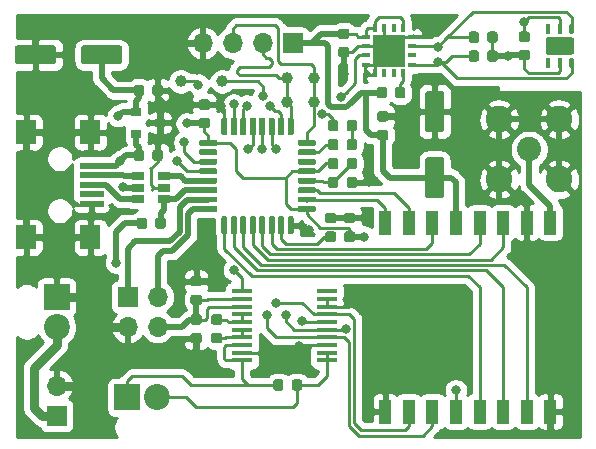
<source format=gbr>
G04 #@! TF.GenerationSoftware,KiCad,Pcbnew,(5.1.0)-1*
G04 #@! TF.CreationDate,2020-04-10T00:03:39+02:00*
G04 #@! TF.ProjectId,Heissluftballon,48656973-736c-4756-9674-62616c6c6f6e,rev?*
G04 #@! TF.SameCoordinates,Original*
G04 #@! TF.FileFunction,Copper,L1,Top*
G04 #@! TF.FilePolarity,Positive*
%FSLAX46Y46*%
G04 Gerber Fmt 4.6, Leading zero omitted, Abs format (unit mm)*
G04 Created by KiCad (PCBNEW (5.1.0)-1) date 2020-04-10 00:03:39*
%MOMM*%
%LPD*%
G04 APERTURE LIST*
%ADD10C,2.200000*%
%ADD11R,2.200000X2.200000*%
%ADD12R,0.400000X0.700000*%
%ADD13R,0.700000X0.400000*%
%ADD14R,2.700000X2.700000*%
%ADD15C,0.100000*%
%ADD16C,0.875000*%
%ADD17C,1.000000*%
%ADD18C,1.600000*%
%ADD19O,1.700000X1.700000*%
%ADD20R,1.700000X1.700000*%
%ADD21C,2.250000*%
%ADD22C,2.050000*%
%ADD23C,0.400000*%
%ADD24C,1.500000*%
%ADD25R,1.750000X0.450000*%
%ADD26R,1.060000X0.650000*%
%ADD27C,0.500000*%
%ADD28R,1.700000X2.000000*%
%ADD29R,2.000000X0.500000*%
%ADD30R,1.000000X2.000000*%
%ADD31R,0.900000X0.800000*%
%ADD32C,0.800000*%
%ADD33C,0.250000*%
%ADD34C,0.500000*%
%ADD35C,0.800000*%
%ADD36C,0.254000*%
G04 APERTURE END LIST*
D10*
X82490000Y-111000000D03*
D11*
X79950000Y-111000000D03*
D10*
X74000000Y-105040000D03*
D11*
X74000000Y-102500000D03*
D12*
X100950000Y-79725000D03*
D13*
X104075000Y-80450000D03*
X100225000Y-80450000D03*
X100225000Y-81250000D03*
D12*
X102550000Y-83575000D03*
X100950000Y-83575000D03*
D13*
X104075000Y-82850000D03*
X100225000Y-82050000D03*
X104075000Y-82050000D03*
X104075000Y-81250000D03*
D12*
X103350000Y-83575000D03*
X103350000Y-79725000D03*
X101750000Y-83575000D03*
X102550000Y-79725000D03*
X101750000Y-79725000D03*
D14*
X102150000Y-81650000D03*
D13*
X100225000Y-82850000D03*
D15*
G36*
X99227691Y-89126053D02*
G01*
X99248926Y-89129203D01*
X99269750Y-89134419D01*
X99289962Y-89141651D01*
X99309368Y-89150830D01*
X99327781Y-89161866D01*
X99345024Y-89174654D01*
X99360930Y-89189070D01*
X99375346Y-89204976D01*
X99388134Y-89222219D01*
X99399170Y-89240632D01*
X99408349Y-89260038D01*
X99415581Y-89280250D01*
X99420797Y-89301074D01*
X99423947Y-89322309D01*
X99425000Y-89343750D01*
X99425000Y-89856250D01*
X99423947Y-89877691D01*
X99420797Y-89898926D01*
X99415581Y-89919750D01*
X99408349Y-89939962D01*
X99399170Y-89959368D01*
X99388134Y-89977781D01*
X99375346Y-89995024D01*
X99360930Y-90010930D01*
X99345024Y-90025346D01*
X99327781Y-90038134D01*
X99309368Y-90049170D01*
X99289962Y-90058349D01*
X99269750Y-90065581D01*
X99248926Y-90070797D01*
X99227691Y-90073947D01*
X99206250Y-90075000D01*
X98768750Y-90075000D01*
X98747309Y-90073947D01*
X98726074Y-90070797D01*
X98705250Y-90065581D01*
X98685038Y-90058349D01*
X98665632Y-90049170D01*
X98647219Y-90038134D01*
X98629976Y-90025346D01*
X98614070Y-90010930D01*
X98599654Y-89995024D01*
X98586866Y-89977781D01*
X98575830Y-89959368D01*
X98566651Y-89939962D01*
X98559419Y-89919750D01*
X98554203Y-89898926D01*
X98551053Y-89877691D01*
X98550000Y-89856250D01*
X98550000Y-89343750D01*
X98551053Y-89322309D01*
X98554203Y-89301074D01*
X98559419Y-89280250D01*
X98566651Y-89260038D01*
X98575830Y-89240632D01*
X98586866Y-89222219D01*
X98599654Y-89204976D01*
X98614070Y-89189070D01*
X98629976Y-89174654D01*
X98647219Y-89161866D01*
X98665632Y-89150830D01*
X98685038Y-89141651D01*
X98705250Y-89134419D01*
X98726074Y-89129203D01*
X98747309Y-89126053D01*
X98768750Y-89125000D01*
X99206250Y-89125000D01*
X99227691Y-89126053D01*
X99227691Y-89126053D01*
G37*
D16*
X98987500Y-89600000D03*
D15*
G36*
X97652691Y-89126053D02*
G01*
X97673926Y-89129203D01*
X97694750Y-89134419D01*
X97714962Y-89141651D01*
X97734368Y-89150830D01*
X97752781Y-89161866D01*
X97770024Y-89174654D01*
X97785930Y-89189070D01*
X97800346Y-89204976D01*
X97813134Y-89222219D01*
X97824170Y-89240632D01*
X97833349Y-89260038D01*
X97840581Y-89280250D01*
X97845797Y-89301074D01*
X97848947Y-89322309D01*
X97850000Y-89343750D01*
X97850000Y-89856250D01*
X97848947Y-89877691D01*
X97845797Y-89898926D01*
X97840581Y-89919750D01*
X97833349Y-89939962D01*
X97824170Y-89959368D01*
X97813134Y-89977781D01*
X97800346Y-89995024D01*
X97785930Y-90010930D01*
X97770024Y-90025346D01*
X97752781Y-90038134D01*
X97734368Y-90049170D01*
X97714962Y-90058349D01*
X97694750Y-90065581D01*
X97673926Y-90070797D01*
X97652691Y-90073947D01*
X97631250Y-90075000D01*
X97193750Y-90075000D01*
X97172309Y-90073947D01*
X97151074Y-90070797D01*
X97130250Y-90065581D01*
X97110038Y-90058349D01*
X97090632Y-90049170D01*
X97072219Y-90038134D01*
X97054976Y-90025346D01*
X97039070Y-90010930D01*
X97024654Y-89995024D01*
X97011866Y-89977781D01*
X97000830Y-89959368D01*
X96991651Y-89939962D01*
X96984419Y-89919750D01*
X96979203Y-89898926D01*
X96976053Y-89877691D01*
X96975000Y-89856250D01*
X96975000Y-89343750D01*
X96976053Y-89322309D01*
X96979203Y-89301074D01*
X96984419Y-89280250D01*
X96991651Y-89260038D01*
X97000830Y-89240632D01*
X97011866Y-89222219D01*
X97024654Y-89204976D01*
X97039070Y-89189070D01*
X97054976Y-89174654D01*
X97072219Y-89161866D01*
X97090632Y-89150830D01*
X97110038Y-89141651D01*
X97130250Y-89134419D01*
X97151074Y-89129203D01*
X97172309Y-89126053D01*
X97193750Y-89125000D01*
X97631250Y-89125000D01*
X97652691Y-89126053D01*
X97652691Y-89126053D01*
G37*
D16*
X97412500Y-89600000D03*
D15*
G36*
X99227691Y-87526053D02*
G01*
X99248926Y-87529203D01*
X99269750Y-87534419D01*
X99289962Y-87541651D01*
X99309368Y-87550830D01*
X99327781Y-87561866D01*
X99345024Y-87574654D01*
X99360930Y-87589070D01*
X99375346Y-87604976D01*
X99388134Y-87622219D01*
X99399170Y-87640632D01*
X99408349Y-87660038D01*
X99415581Y-87680250D01*
X99420797Y-87701074D01*
X99423947Y-87722309D01*
X99425000Y-87743750D01*
X99425000Y-88256250D01*
X99423947Y-88277691D01*
X99420797Y-88298926D01*
X99415581Y-88319750D01*
X99408349Y-88339962D01*
X99399170Y-88359368D01*
X99388134Y-88377781D01*
X99375346Y-88395024D01*
X99360930Y-88410930D01*
X99345024Y-88425346D01*
X99327781Y-88438134D01*
X99309368Y-88449170D01*
X99289962Y-88458349D01*
X99269750Y-88465581D01*
X99248926Y-88470797D01*
X99227691Y-88473947D01*
X99206250Y-88475000D01*
X98768750Y-88475000D01*
X98747309Y-88473947D01*
X98726074Y-88470797D01*
X98705250Y-88465581D01*
X98685038Y-88458349D01*
X98665632Y-88449170D01*
X98647219Y-88438134D01*
X98629976Y-88425346D01*
X98614070Y-88410930D01*
X98599654Y-88395024D01*
X98586866Y-88377781D01*
X98575830Y-88359368D01*
X98566651Y-88339962D01*
X98559419Y-88319750D01*
X98554203Y-88298926D01*
X98551053Y-88277691D01*
X98550000Y-88256250D01*
X98550000Y-87743750D01*
X98551053Y-87722309D01*
X98554203Y-87701074D01*
X98559419Y-87680250D01*
X98566651Y-87660038D01*
X98575830Y-87640632D01*
X98586866Y-87622219D01*
X98599654Y-87604976D01*
X98614070Y-87589070D01*
X98629976Y-87574654D01*
X98647219Y-87561866D01*
X98665632Y-87550830D01*
X98685038Y-87541651D01*
X98705250Y-87534419D01*
X98726074Y-87529203D01*
X98747309Y-87526053D01*
X98768750Y-87525000D01*
X99206250Y-87525000D01*
X99227691Y-87526053D01*
X99227691Y-87526053D01*
G37*
D16*
X98987500Y-88000000D03*
D15*
G36*
X97652691Y-87526053D02*
G01*
X97673926Y-87529203D01*
X97694750Y-87534419D01*
X97714962Y-87541651D01*
X97734368Y-87550830D01*
X97752781Y-87561866D01*
X97770024Y-87574654D01*
X97785930Y-87589070D01*
X97800346Y-87604976D01*
X97813134Y-87622219D01*
X97824170Y-87640632D01*
X97833349Y-87660038D01*
X97840581Y-87680250D01*
X97845797Y-87701074D01*
X97848947Y-87722309D01*
X97850000Y-87743750D01*
X97850000Y-88256250D01*
X97848947Y-88277691D01*
X97845797Y-88298926D01*
X97840581Y-88319750D01*
X97833349Y-88339962D01*
X97824170Y-88359368D01*
X97813134Y-88377781D01*
X97800346Y-88395024D01*
X97785930Y-88410930D01*
X97770024Y-88425346D01*
X97752781Y-88438134D01*
X97734368Y-88449170D01*
X97714962Y-88458349D01*
X97694750Y-88465581D01*
X97673926Y-88470797D01*
X97652691Y-88473947D01*
X97631250Y-88475000D01*
X97193750Y-88475000D01*
X97172309Y-88473947D01*
X97151074Y-88470797D01*
X97130250Y-88465581D01*
X97110038Y-88458349D01*
X97090632Y-88449170D01*
X97072219Y-88438134D01*
X97054976Y-88425346D01*
X97039070Y-88410930D01*
X97024654Y-88395024D01*
X97011866Y-88377781D01*
X97000830Y-88359368D01*
X96991651Y-88339962D01*
X96984419Y-88319750D01*
X96979203Y-88298926D01*
X96976053Y-88277691D01*
X96975000Y-88256250D01*
X96975000Y-87743750D01*
X96976053Y-87722309D01*
X96979203Y-87701074D01*
X96984419Y-87680250D01*
X96991651Y-87660038D01*
X97000830Y-87640632D01*
X97011866Y-87622219D01*
X97024654Y-87604976D01*
X97039070Y-87589070D01*
X97054976Y-87574654D01*
X97072219Y-87561866D01*
X97090632Y-87550830D01*
X97110038Y-87541651D01*
X97130250Y-87534419D01*
X97151074Y-87529203D01*
X97172309Y-87526053D01*
X97193750Y-87525000D01*
X97631250Y-87525000D01*
X97652691Y-87526053D01*
X97652691Y-87526053D01*
G37*
D16*
X97412500Y-88000000D03*
D17*
X95750000Y-84000000D03*
X93500000Y-86000000D03*
X95750000Y-86000000D03*
X93500000Y-84000000D03*
X84500000Y-84250000D03*
X88000000Y-84250000D03*
D15*
G36*
X106574504Y-85051204D02*
G01*
X106598773Y-85054804D01*
X106622571Y-85060765D01*
X106645671Y-85069030D01*
X106667849Y-85079520D01*
X106688893Y-85092133D01*
X106708598Y-85106747D01*
X106726777Y-85123223D01*
X106743253Y-85141402D01*
X106757867Y-85161107D01*
X106770480Y-85182151D01*
X106780970Y-85204329D01*
X106789235Y-85227429D01*
X106795196Y-85251227D01*
X106798796Y-85275496D01*
X106800000Y-85300000D01*
X106800000Y-88300000D01*
X106798796Y-88324504D01*
X106795196Y-88348773D01*
X106789235Y-88372571D01*
X106780970Y-88395671D01*
X106770480Y-88417849D01*
X106757867Y-88438893D01*
X106743253Y-88458598D01*
X106726777Y-88476777D01*
X106708598Y-88493253D01*
X106688893Y-88507867D01*
X106667849Y-88520480D01*
X106645671Y-88530970D01*
X106622571Y-88539235D01*
X106598773Y-88545196D01*
X106574504Y-88548796D01*
X106550000Y-88550000D01*
X105450000Y-88550000D01*
X105425496Y-88548796D01*
X105401227Y-88545196D01*
X105377429Y-88539235D01*
X105354329Y-88530970D01*
X105332151Y-88520480D01*
X105311107Y-88507867D01*
X105291402Y-88493253D01*
X105273223Y-88476777D01*
X105256747Y-88458598D01*
X105242133Y-88438893D01*
X105229520Y-88417849D01*
X105219030Y-88395671D01*
X105210765Y-88372571D01*
X105204804Y-88348773D01*
X105201204Y-88324504D01*
X105200000Y-88300000D01*
X105200000Y-85300000D01*
X105201204Y-85275496D01*
X105204804Y-85251227D01*
X105210765Y-85227429D01*
X105219030Y-85204329D01*
X105229520Y-85182151D01*
X105242133Y-85161107D01*
X105256747Y-85141402D01*
X105273223Y-85123223D01*
X105291402Y-85106747D01*
X105311107Y-85092133D01*
X105332151Y-85079520D01*
X105354329Y-85069030D01*
X105377429Y-85060765D01*
X105401227Y-85054804D01*
X105425496Y-85051204D01*
X105450000Y-85050000D01*
X106550000Y-85050000D01*
X106574504Y-85051204D01*
X106574504Y-85051204D01*
G37*
D18*
X106000000Y-86800000D03*
D15*
G36*
X106574504Y-90651204D02*
G01*
X106598773Y-90654804D01*
X106622571Y-90660765D01*
X106645671Y-90669030D01*
X106667849Y-90679520D01*
X106688893Y-90692133D01*
X106708598Y-90706747D01*
X106726777Y-90723223D01*
X106743253Y-90741402D01*
X106757867Y-90761107D01*
X106770480Y-90782151D01*
X106780970Y-90804329D01*
X106789235Y-90827429D01*
X106795196Y-90851227D01*
X106798796Y-90875496D01*
X106800000Y-90900000D01*
X106800000Y-93900000D01*
X106798796Y-93924504D01*
X106795196Y-93948773D01*
X106789235Y-93972571D01*
X106780970Y-93995671D01*
X106770480Y-94017849D01*
X106757867Y-94038893D01*
X106743253Y-94058598D01*
X106726777Y-94076777D01*
X106708598Y-94093253D01*
X106688893Y-94107867D01*
X106667849Y-94120480D01*
X106645671Y-94130970D01*
X106622571Y-94139235D01*
X106598773Y-94145196D01*
X106574504Y-94148796D01*
X106550000Y-94150000D01*
X105450000Y-94150000D01*
X105425496Y-94148796D01*
X105401227Y-94145196D01*
X105377429Y-94139235D01*
X105354329Y-94130970D01*
X105332151Y-94120480D01*
X105311107Y-94107867D01*
X105291402Y-94093253D01*
X105273223Y-94076777D01*
X105256747Y-94058598D01*
X105242133Y-94038893D01*
X105229520Y-94017849D01*
X105219030Y-93995671D01*
X105210765Y-93972571D01*
X105204804Y-93948773D01*
X105201204Y-93924504D01*
X105200000Y-93900000D01*
X105200000Y-90900000D01*
X105201204Y-90875496D01*
X105204804Y-90851227D01*
X105210765Y-90827429D01*
X105219030Y-90804329D01*
X105229520Y-90782151D01*
X105242133Y-90761107D01*
X105256747Y-90741402D01*
X105273223Y-90723223D01*
X105291402Y-90706747D01*
X105311107Y-90692133D01*
X105332151Y-90679520D01*
X105354329Y-90669030D01*
X105377429Y-90660765D01*
X105401227Y-90654804D01*
X105425496Y-90651204D01*
X105450000Y-90650000D01*
X106550000Y-90650000D01*
X106574504Y-90651204D01*
X106574504Y-90651204D01*
G37*
D18*
X106000000Y-92400000D03*
D19*
X74000000Y-110000000D03*
D20*
X74000000Y-112540000D03*
D15*
G36*
X109552691Y-80026053D02*
G01*
X109573926Y-80029203D01*
X109594750Y-80034419D01*
X109614962Y-80041651D01*
X109634368Y-80050830D01*
X109652781Y-80061866D01*
X109670024Y-80074654D01*
X109685930Y-80089070D01*
X109700346Y-80104976D01*
X109713134Y-80122219D01*
X109724170Y-80140632D01*
X109733349Y-80160038D01*
X109740581Y-80180250D01*
X109745797Y-80201074D01*
X109748947Y-80222309D01*
X109750000Y-80243750D01*
X109750000Y-80756250D01*
X109748947Y-80777691D01*
X109745797Y-80798926D01*
X109740581Y-80819750D01*
X109733349Y-80839962D01*
X109724170Y-80859368D01*
X109713134Y-80877781D01*
X109700346Y-80895024D01*
X109685930Y-80910930D01*
X109670024Y-80925346D01*
X109652781Y-80938134D01*
X109634368Y-80949170D01*
X109614962Y-80958349D01*
X109594750Y-80965581D01*
X109573926Y-80970797D01*
X109552691Y-80973947D01*
X109531250Y-80975000D01*
X109093750Y-80975000D01*
X109072309Y-80973947D01*
X109051074Y-80970797D01*
X109030250Y-80965581D01*
X109010038Y-80958349D01*
X108990632Y-80949170D01*
X108972219Y-80938134D01*
X108954976Y-80925346D01*
X108939070Y-80910930D01*
X108924654Y-80895024D01*
X108911866Y-80877781D01*
X108900830Y-80859368D01*
X108891651Y-80839962D01*
X108884419Y-80819750D01*
X108879203Y-80798926D01*
X108876053Y-80777691D01*
X108875000Y-80756250D01*
X108875000Y-80243750D01*
X108876053Y-80222309D01*
X108879203Y-80201074D01*
X108884419Y-80180250D01*
X108891651Y-80160038D01*
X108900830Y-80140632D01*
X108911866Y-80122219D01*
X108924654Y-80104976D01*
X108939070Y-80089070D01*
X108954976Y-80074654D01*
X108972219Y-80061866D01*
X108990632Y-80050830D01*
X109010038Y-80041651D01*
X109030250Y-80034419D01*
X109051074Y-80029203D01*
X109072309Y-80026053D01*
X109093750Y-80025000D01*
X109531250Y-80025000D01*
X109552691Y-80026053D01*
X109552691Y-80026053D01*
G37*
D16*
X109312500Y-80500000D03*
D15*
G36*
X111127691Y-80026053D02*
G01*
X111148926Y-80029203D01*
X111169750Y-80034419D01*
X111189962Y-80041651D01*
X111209368Y-80050830D01*
X111227781Y-80061866D01*
X111245024Y-80074654D01*
X111260930Y-80089070D01*
X111275346Y-80104976D01*
X111288134Y-80122219D01*
X111299170Y-80140632D01*
X111308349Y-80160038D01*
X111315581Y-80180250D01*
X111320797Y-80201074D01*
X111323947Y-80222309D01*
X111325000Y-80243750D01*
X111325000Y-80756250D01*
X111323947Y-80777691D01*
X111320797Y-80798926D01*
X111315581Y-80819750D01*
X111308349Y-80839962D01*
X111299170Y-80859368D01*
X111288134Y-80877781D01*
X111275346Y-80895024D01*
X111260930Y-80910930D01*
X111245024Y-80925346D01*
X111227781Y-80938134D01*
X111209368Y-80949170D01*
X111189962Y-80958349D01*
X111169750Y-80965581D01*
X111148926Y-80970797D01*
X111127691Y-80973947D01*
X111106250Y-80975000D01*
X110668750Y-80975000D01*
X110647309Y-80973947D01*
X110626074Y-80970797D01*
X110605250Y-80965581D01*
X110585038Y-80958349D01*
X110565632Y-80949170D01*
X110547219Y-80938134D01*
X110529976Y-80925346D01*
X110514070Y-80910930D01*
X110499654Y-80895024D01*
X110486866Y-80877781D01*
X110475830Y-80859368D01*
X110466651Y-80839962D01*
X110459419Y-80819750D01*
X110454203Y-80798926D01*
X110451053Y-80777691D01*
X110450000Y-80756250D01*
X110450000Y-80243750D01*
X110451053Y-80222309D01*
X110454203Y-80201074D01*
X110459419Y-80180250D01*
X110466651Y-80160038D01*
X110475830Y-80140632D01*
X110486866Y-80122219D01*
X110499654Y-80104976D01*
X110514070Y-80089070D01*
X110529976Y-80074654D01*
X110547219Y-80061866D01*
X110565632Y-80050830D01*
X110585038Y-80041651D01*
X110605250Y-80034419D01*
X110626074Y-80029203D01*
X110647309Y-80026053D01*
X110668750Y-80025000D01*
X111106250Y-80025000D01*
X111127691Y-80026053D01*
X111127691Y-80026053D01*
G37*
D16*
X110887500Y-80500000D03*
D15*
G36*
X109552691Y-81626053D02*
G01*
X109573926Y-81629203D01*
X109594750Y-81634419D01*
X109614962Y-81641651D01*
X109634368Y-81650830D01*
X109652781Y-81661866D01*
X109670024Y-81674654D01*
X109685930Y-81689070D01*
X109700346Y-81704976D01*
X109713134Y-81722219D01*
X109724170Y-81740632D01*
X109733349Y-81760038D01*
X109740581Y-81780250D01*
X109745797Y-81801074D01*
X109748947Y-81822309D01*
X109750000Y-81843750D01*
X109750000Y-82356250D01*
X109748947Y-82377691D01*
X109745797Y-82398926D01*
X109740581Y-82419750D01*
X109733349Y-82439962D01*
X109724170Y-82459368D01*
X109713134Y-82477781D01*
X109700346Y-82495024D01*
X109685930Y-82510930D01*
X109670024Y-82525346D01*
X109652781Y-82538134D01*
X109634368Y-82549170D01*
X109614962Y-82558349D01*
X109594750Y-82565581D01*
X109573926Y-82570797D01*
X109552691Y-82573947D01*
X109531250Y-82575000D01*
X109093750Y-82575000D01*
X109072309Y-82573947D01*
X109051074Y-82570797D01*
X109030250Y-82565581D01*
X109010038Y-82558349D01*
X108990632Y-82549170D01*
X108972219Y-82538134D01*
X108954976Y-82525346D01*
X108939070Y-82510930D01*
X108924654Y-82495024D01*
X108911866Y-82477781D01*
X108900830Y-82459368D01*
X108891651Y-82439962D01*
X108884419Y-82419750D01*
X108879203Y-82398926D01*
X108876053Y-82377691D01*
X108875000Y-82356250D01*
X108875000Y-81843750D01*
X108876053Y-81822309D01*
X108879203Y-81801074D01*
X108884419Y-81780250D01*
X108891651Y-81760038D01*
X108900830Y-81740632D01*
X108911866Y-81722219D01*
X108924654Y-81704976D01*
X108939070Y-81689070D01*
X108954976Y-81674654D01*
X108972219Y-81661866D01*
X108990632Y-81650830D01*
X109010038Y-81641651D01*
X109030250Y-81634419D01*
X109051074Y-81629203D01*
X109072309Y-81626053D01*
X109093750Y-81625000D01*
X109531250Y-81625000D01*
X109552691Y-81626053D01*
X109552691Y-81626053D01*
G37*
D16*
X109312500Y-82100000D03*
D15*
G36*
X111127691Y-81626053D02*
G01*
X111148926Y-81629203D01*
X111169750Y-81634419D01*
X111189962Y-81641651D01*
X111209368Y-81650830D01*
X111227781Y-81661866D01*
X111245024Y-81674654D01*
X111260930Y-81689070D01*
X111275346Y-81704976D01*
X111288134Y-81722219D01*
X111299170Y-81740632D01*
X111308349Y-81760038D01*
X111315581Y-81780250D01*
X111320797Y-81801074D01*
X111323947Y-81822309D01*
X111325000Y-81843750D01*
X111325000Y-82356250D01*
X111323947Y-82377691D01*
X111320797Y-82398926D01*
X111315581Y-82419750D01*
X111308349Y-82439962D01*
X111299170Y-82459368D01*
X111288134Y-82477781D01*
X111275346Y-82495024D01*
X111260930Y-82510930D01*
X111245024Y-82525346D01*
X111227781Y-82538134D01*
X111209368Y-82549170D01*
X111189962Y-82558349D01*
X111169750Y-82565581D01*
X111148926Y-82570797D01*
X111127691Y-82573947D01*
X111106250Y-82575000D01*
X110668750Y-82575000D01*
X110647309Y-82573947D01*
X110626074Y-82570797D01*
X110605250Y-82565581D01*
X110585038Y-82558349D01*
X110565632Y-82549170D01*
X110547219Y-82538134D01*
X110529976Y-82525346D01*
X110514070Y-82510930D01*
X110499654Y-82495024D01*
X110486866Y-82477781D01*
X110475830Y-82459368D01*
X110466651Y-82439962D01*
X110459419Y-82419750D01*
X110454203Y-82398926D01*
X110451053Y-82377691D01*
X110450000Y-82356250D01*
X110450000Y-81843750D01*
X110451053Y-81822309D01*
X110454203Y-81801074D01*
X110459419Y-81780250D01*
X110466651Y-81760038D01*
X110475830Y-81740632D01*
X110486866Y-81722219D01*
X110499654Y-81704976D01*
X110514070Y-81689070D01*
X110529976Y-81674654D01*
X110547219Y-81661866D01*
X110565632Y-81650830D01*
X110585038Y-81641651D01*
X110605250Y-81634419D01*
X110626074Y-81629203D01*
X110647309Y-81626053D01*
X110668750Y-81625000D01*
X111106250Y-81625000D01*
X111127691Y-81626053D01*
X111127691Y-81626053D01*
G37*
D16*
X110887500Y-82100000D03*
D15*
G36*
X103327691Y-84726053D02*
G01*
X103348926Y-84729203D01*
X103369750Y-84734419D01*
X103389962Y-84741651D01*
X103409368Y-84750830D01*
X103427781Y-84761866D01*
X103445024Y-84774654D01*
X103460930Y-84789070D01*
X103475346Y-84804976D01*
X103488134Y-84822219D01*
X103499170Y-84840632D01*
X103508349Y-84860038D01*
X103515581Y-84880250D01*
X103520797Y-84901074D01*
X103523947Y-84922309D01*
X103525000Y-84943750D01*
X103525000Y-85456250D01*
X103523947Y-85477691D01*
X103520797Y-85498926D01*
X103515581Y-85519750D01*
X103508349Y-85539962D01*
X103499170Y-85559368D01*
X103488134Y-85577781D01*
X103475346Y-85595024D01*
X103460930Y-85610930D01*
X103445024Y-85625346D01*
X103427781Y-85638134D01*
X103409368Y-85649170D01*
X103389962Y-85658349D01*
X103369750Y-85665581D01*
X103348926Y-85670797D01*
X103327691Y-85673947D01*
X103306250Y-85675000D01*
X102868750Y-85675000D01*
X102847309Y-85673947D01*
X102826074Y-85670797D01*
X102805250Y-85665581D01*
X102785038Y-85658349D01*
X102765632Y-85649170D01*
X102747219Y-85638134D01*
X102729976Y-85625346D01*
X102714070Y-85610930D01*
X102699654Y-85595024D01*
X102686866Y-85577781D01*
X102675830Y-85559368D01*
X102666651Y-85539962D01*
X102659419Y-85519750D01*
X102654203Y-85498926D01*
X102651053Y-85477691D01*
X102650000Y-85456250D01*
X102650000Y-84943750D01*
X102651053Y-84922309D01*
X102654203Y-84901074D01*
X102659419Y-84880250D01*
X102666651Y-84860038D01*
X102675830Y-84840632D01*
X102686866Y-84822219D01*
X102699654Y-84804976D01*
X102714070Y-84789070D01*
X102729976Y-84774654D01*
X102747219Y-84761866D01*
X102765632Y-84750830D01*
X102785038Y-84741651D01*
X102805250Y-84734419D01*
X102826074Y-84729203D01*
X102847309Y-84726053D01*
X102868750Y-84725000D01*
X103306250Y-84725000D01*
X103327691Y-84726053D01*
X103327691Y-84726053D01*
G37*
D16*
X103087500Y-85200000D03*
D15*
G36*
X101752691Y-84726053D02*
G01*
X101773926Y-84729203D01*
X101794750Y-84734419D01*
X101814962Y-84741651D01*
X101834368Y-84750830D01*
X101852781Y-84761866D01*
X101870024Y-84774654D01*
X101885930Y-84789070D01*
X101900346Y-84804976D01*
X101913134Y-84822219D01*
X101924170Y-84840632D01*
X101933349Y-84860038D01*
X101940581Y-84880250D01*
X101945797Y-84901074D01*
X101948947Y-84922309D01*
X101950000Y-84943750D01*
X101950000Y-85456250D01*
X101948947Y-85477691D01*
X101945797Y-85498926D01*
X101940581Y-85519750D01*
X101933349Y-85539962D01*
X101924170Y-85559368D01*
X101913134Y-85577781D01*
X101900346Y-85595024D01*
X101885930Y-85610930D01*
X101870024Y-85625346D01*
X101852781Y-85638134D01*
X101834368Y-85649170D01*
X101814962Y-85658349D01*
X101794750Y-85665581D01*
X101773926Y-85670797D01*
X101752691Y-85673947D01*
X101731250Y-85675000D01*
X101293750Y-85675000D01*
X101272309Y-85673947D01*
X101251074Y-85670797D01*
X101230250Y-85665581D01*
X101210038Y-85658349D01*
X101190632Y-85649170D01*
X101172219Y-85638134D01*
X101154976Y-85625346D01*
X101139070Y-85610930D01*
X101124654Y-85595024D01*
X101111866Y-85577781D01*
X101100830Y-85559368D01*
X101091651Y-85539962D01*
X101084419Y-85519750D01*
X101079203Y-85498926D01*
X101076053Y-85477691D01*
X101075000Y-85456250D01*
X101075000Y-84943750D01*
X101076053Y-84922309D01*
X101079203Y-84901074D01*
X101084419Y-84880250D01*
X101091651Y-84860038D01*
X101100830Y-84840632D01*
X101111866Y-84822219D01*
X101124654Y-84804976D01*
X101139070Y-84789070D01*
X101154976Y-84774654D01*
X101172219Y-84761866D01*
X101190632Y-84750830D01*
X101210038Y-84741651D01*
X101230250Y-84734419D01*
X101251074Y-84729203D01*
X101272309Y-84726053D01*
X101293750Y-84725000D01*
X101731250Y-84725000D01*
X101752691Y-84726053D01*
X101752691Y-84726053D01*
G37*
D16*
X101512500Y-85200000D03*
D21*
X111460000Y-92540000D03*
X111460000Y-87460000D03*
X116540000Y-87460000D03*
X116540000Y-92540000D03*
D22*
X114000000Y-90000000D03*
D19*
X86380000Y-81000000D03*
X88920000Y-81000000D03*
X91460000Y-81000000D03*
D20*
X94000000Y-81000000D03*
D19*
X82540000Y-105040000D03*
X80000000Y-105040000D03*
X82540000Y-102500000D03*
D20*
X80000000Y-102500000D03*
D15*
G36*
X86077691Y-105551053D02*
G01*
X86098926Y-105554203D01*
X86119750Y-105559419D01*
X86139962Y-105566651D01*
X86159368Y-105575830D01*
X86177781Y-105586866D01*
X86195024Y-105599654D01*
X86210930Y-105614070D01*
X86225346Y-105629976D01*
X86238134Y-105647219D01*
X86249170Y-105665632D01*
X86258349Y-105685038D01*
X86265581Y-105705250D01*
X86270797Y-105726074D01*
X86273947Y-105747309D01*
X86275000Y-105768750D01*
X86275000Y-106206250D01*
X86273947Y-106227691D01*
X86270797Y-106248926D01*
X86265581Y-106269750D01*
X86258349Y-106289962D01*
X86249170Y-106309368D01*
X86238134Y-106327781D01*
X86225346Y-106345024D01*
X86210930Y-106360930D01*
X86195024Y-106375346D01*
X86177781Y-106388134D01*
X86159368Y-106399170D01*
X86139962Y-106408349D01*
X86119750Y-106415581D01*
X86098926Y-106420797D01*
X86077691Y-106423947D01*
X86056250Y-106425000D01*
X85543750Y-106425000D01*
X85522309Y-106423947D01*
X85501074Y-106420797D01*
X85480250Y-106415581D01*
X85460038Y-106408349D01*
X85440632Y-106399170D01*
X85422219Y-106388134D01*
X85404976Y-106375346D01*
X85389070Y-106360930D01*
X85374654Y-106345024D01*
X85361866Y-106327781D01*
X85350830Y-106309368D01*
X85341651Y-106289962D01*
X85334419Y-106269750D01*
X85329203Y-106248926D01*
X85326053Y-106227691D01*
X85325000Y-106206250D01*
X85325000Y-105768750D01*
X85326053Y-105747309D01*
X85329203Y-105726074D01*
X85334419Y-105705250D01*
X85341651Y-105685038D01*
X85350830Y-105665632D01*
X85361866Y-105647219D01*
X85374654Y-105629976D01*
X85389070Y-105614070D01*
X85404976Y-105599654D01*
X85422219Y-105586866D01*
X85440632Y-105575830D01*
X85460038Y-105566651D01*
X85480250Y-105559419D01*
X85501074Y-105554203D01*
X85522309Y-105551053D01*
X85543750Y-105550000D01*
X86056250Y-105550000D01*
X86077691Y-105551053D01*
X86077691Y-105551053D01*
G37*
D16*
X85800000Y-105987500D03*
D15*
G36*
X86077691Y-103976053D02*
G01*
X86098926Y-103979203D01*
X86119750Y-103984419D01*
X86139962Y-103991651D01*
X86159368Y-104000830D01*
X86177781Y-104011866D01*
X86195024Y-104024654D01*
X86210930Y-104039070D01*
X86225346Y-104054976D01*
X86238134Y-104072219D01*
X86249170Y-104090632D01*
X86258349Y-104110038D01*
X86265581Y-104130250D01*
X86270797Y-104151074D01*
X86273947Y-104172309D01*
X86275000Y-104193750D01*
X86275000Y-104631250D01*
X86273947Y-104652691D01*
X86270797Y-104673926D01*
X86265581Y-104694750D01*
X86258349Y-104714962D01*
X86249170Y-104734368D01*
X86238134Y-104752781D01*
X86225346Y-104770024D01*
X86210930Y-104785930D01*
X86195024Y-104800346D01*
X86177781Y-104813134D01*
X86159368Y-104824170D01*
X86139962Y-104833349D01*
X86119750Y-104840581D01*
X86098926Y-104845797D01*
X86077691Y-104848947D01*
X86056250Y-104850000D01*
X85543750Y-104850000D01*
X85522309Y-104848947D01*
X85501074Y-104845797D01*
X85480250Y-104840581D01*
X85460038Y-104833349D01*
X85440632Y-104824170D01*
X85422219Y-104813134D01*
X85404976Y-104800346D01*
X85389070Y-104785930D01*
X85374654Y-104770024D01*
X85361866Y-104752781D01*
X85350830Y-104734368D01*
X85341651Y-104714962D01*
X85334419Y-104694750D01*
X85329203Y-104673926D01*
X85326053Y-104652691D01*
X85325000Y-104631250D01*
X85325000Y-104193750D01*
X85326053Y-104172309D01*
X85329203Y-104151074D01*
X85334419Y-104130250D01*
X85341651Y-104110038D01*
X85350830Y-104090632D01*
X85361866Y-104072219D01*
X85374654Y-104054976D01*
X85389070Y-104039070D01*
X85404976Y-104024654D01*
X85422219Y-104011866D01*
X85440632Y-104000830D01*
X85460038Y-103991651D01*
X85480250Y-103984419D01*
X85501074Y-103979203D01*
X85522309Y-103976053D01*
X85543750Y-103975000D01*
X86056250Y-103975000D01*
X86077691Y-103976053D01*
X86077691Y-103976053D01*
G37*
D16*
X85800000Y-104412500D03*
D15*
G36*
X98577691Y-81351053D02*
G01*
X98598926Y-81354203D01*
X98619750Y-81359419D01*
X98639962Y-81366651D01*
X98659368Y-81375830D01*
X98677781Y-81386866D01*
X98695024Y-81399654D01*
X98710930Y-81414070D01*
X98725346Y-81429976D01*
X98738134Y-81447219D01*
X98749170Y-81465632D01*
X98758349Y-81485038D01*
X98765581Y-81505250D01*
X98770797Y-81526074D01*
X98773947Y-81547309D01*
X98775000Y-81568750D01*
X98775000Y-82006250D01*
X98773947Y-82027691D01*
X98770797Y-82048926D01*
X98765581Y-82069750D01*
X98758349Y-82089962D01*
X98749170Y-82109368D01*
X98738134Y-82127781D01*
X98725346Y-82145024D01*
X98710930Y-82160930D01*
X98695024Y-82175346D01*
X98677781Y-82188134D01*
X98659368Y-82199170D01*
X98639962Y-82208349D01*
X98619750Y-82215581D01*
X98598926Y-82220797D01*
X98577691Y-82223947D01*
X98556250Y-82225000D01*
X98043750Y-82225000D01*
X98022309Y-82223947D01*
X98001074Y-82220797D01*
X97980250Y-82215581D01*
X97960038Y-82208349D01*
X97940632Y-82199170D01*
X97922219Y-82188134D01*
X97904976Y-82175346D01*
X97889070Y-82160930D01*
X97874654Y-82145024D01*
X97861866Y-82127781D01*
X97850830Y-82109368D01*
X97841651Y-82089962D01*
X97834419Y-82069750D01*
X97829203Y-82048926D01*
X97826053Y-82027691D01*
X97825000Y-82006250D01*
X97825000Y-81568750D01*
X97826053Y-81547309D01*
X97829203Y-81526074D01*
X97834419Y-81505250D01*
X97841651Y-81485038D01*
X97850830Y-81465632D01*
X97861866Y-81447219D01*
X97874654Y-81429976D01*
X97889070Y-81414070D01*
X97904976Y-81399654D01*
X97922219Y-81386866D01*
X97940632Y-81375830D01*
X97960038Y-81366651D01*
X97980250Y-81359419D01*
X98001074Y-81354203D01*
X98022309Y-81351053D01*
X98043750Y-81350000D01*
X98556250Y-81350000D01*
X98577691Y-81351053D01*
X98577691Y-81351053D01*
G37*
D16*
X98300000Y-81787500D03*
D15*
G36*
X98577691Y-79776053D02*
G01*
X98598926Y-79779203D01*
X98619750Y-79784419D01*
X98639962Y-79791651D01*
X98659368Y-79800830D01*
X98677781Y-79811866D01*
X98695024Y-79824654D01*
X98710930Y-79839070D01*
X98725346Y-79854976D01*
X98738134Y-79872219D01*
X98749170Y-79890632D01*
X98758349Y-79910038D01*
X98765581Y-79930250D01*
X98770797Y-79951074D01*
X98773947Y-79972309D01*
X98775000Y-79993750D01*
X98775000Y-80431250D01*
X98773947Y-80452691D01*
X98770797Y-80473926D01*
X98765581Y-80494750D01*
X98758349Y-80514962D01*
X98749170Y-80534368D01*
X98738134Y-80552781D01*
X98725346Y-80570024D01*
X98710930Y-80585930D01*
X98695024Y-80600346D01*
X98677781Y-80613134D01*
X98659368Y-80624170D01*
X98639962Y-80633349D01*
X98619750Y-80640581D01*
X98598926Y-80645797D01*
X98577691Y-80648947D01*
X98556250Y-80650000D01*
X98043750Y-80650000D01*
X98022309Y-80648947D01*
X98001074Y-80645797D01*
X97980250Y-80640581D01*
X97960038Y-80633349D01*
X97940632Y-80624170D01*
X97922219Y-80613134D01*
X97904976Y-80600346D01*
X97889070Y-80585930D01*
X97874654Y-80570024D01*
X97861866Y-80552781D01*
X97850830Y-80534368D01*
X97841651Y-80514962D01*
X97834419Y-80494750D01*
X97829203Y-80473926D01*
X97826053Y-80452691D01*
X97825000Y-80431250D01*
X97825000Y-79993750D01*
X97826053Y-79972309D01*
X97829203Y-79951074D01*
X97834419Y-79930250D01*
X97841651Y-79910038D01*
X97850830Y-79890632D01*
X97861866Y-79872219D01*
X97874654Y-79854976D01*
X97889070Y-79839070D01*
X97904976Y-79824654D01*
X97922219Y-79811866D01*
X97940632Y-79800830D01*
X97960038Y-79791651D01*
X97980250Y-79784419D01*
X98001074Y-79779203D01*
X98022309Y-79776053D01*
X98043750Y-79775000D01*
X98556250Y-79775000D01*
X98577691Y-79776053D01*
X98577691Y-79776053D01*
G37*
D16*
X98300000Y-80212500D03*
D15*
G36*
X117709802Y-82300482D02*
G01*
X117719509Y-82301921D01*
X117729028Y-82304306D01*
X117738268Y-82307612D01*
X117747140Y-82311808D01*
X117755557Y-82316853D01*
X117763439Y-82322699D01*
X117770711Y-82329289D01*
X117777301Y-82336561D01*
X117783147Y-82344443D01*
X117788192Y-82352860D01*
X117792388Y-82361732D01*
X117795694Y-82370972D01*
X117798079Y-82380491D01*
X117799518Y-82390198D01*
X117800000Y-82400000D01*
X117800000Y-83000000D01*
X117799518Y-83009802D01*
X117798079Y-83019509D01*
X117795694Y-83029028D01*
X117792388Y-83038268D01*
X117788192Y-83047140D01*
X117783147Y-83055557D01*
X117777301Y-83063439D01*
X117770711Y-83070711D01*
X117763439Y-83077301D01*
X117755557Y-83083147D01*
X117747140Y-83088192D01*
X117738268Y-83092388D01*
X117729028Y-83095694D01*
X117719509Y-83098079D01*
X117709802Y-83099518D01*
X117700000Y-83100000D01*
X117500000Y-83100000D01*
X117490198Y-83099518D01*
X117480491Y-83098079D01*
X117470972Y-83095694D01*
X117461732Y-83092388D01*
X117452860Y-83088192D01*
X117444443Y-83083147D01*
X117436561Y-83077301D01*
X117429289Y-83070711D01*
X117422699Y-83063439D01*
X117416853Y-83055557D01*
X117411808Y-83047140D01*
X117407612Y-83038268D01*
X117404306Y-83029028D01*
X117401921Y-83019509D01*
X117400482Y-83009802D01*
X117400000Y-83000000D01*
X117400000Y-82400000D01*
X117400482Y-82390198D01*
X117401921Y-82380491D01*
X117404306Y-82370972D01*
X117407612Y-82361732D01*
X117411808Y-82352860D01*
X117416853Y-82344443D01*
X117422699Y-82336561D01*
X117429289Y-82329289D01*
X117436561Y-82322699D01*
X117444443Y-82316853D01*
X117452860Y-82311808D01*
X117461732Y-82307612D01*
X117470972Y-82304306D01*
X117480491Y-82301921D01*
X117490198Y-82300482D01*
X117500000Y-82300000D01*
X117700000Y-82300000D01*
X117709802Y-82300482D01*
X117709802Y-82300482D01*
G37*
D23*
X117600000Y-82700000D03*
D15*
G36*
X116709802Y-82300482D02*
G01*
X116719509Y-82301921D01*
X116729028Y-82304306D01*
X116738268Y-82307612D01*
X116747140Y-82311808D01*
X116755557Y-82316853D01*
X116763439Y-82322699D01*
X116770711Y-82329289D01*
X116777301Y-82336561D01*
X116783147Y-82344443D01*
X116788192Y-82352860D01*
X116792388Y-82361732D01*
X116795694Y-82370972D01*
X116798079Y-82380491D01*
X116799518Y-82390198D01*
X116800000Y-82400000D01*
X116800000Y-83000000D01*
X116799518Y-83009802D01*
X116798079Y-83019509D01*
X116795694Y-83029028D01*
X116792388Y-83038268D01*
X116788192Y-83047140D01*
X116783147Y-83055557D01*
X116777301Y-83063439D01*
X116770711Y-83070711D01*
X116763439Y-83077301D01*
X116755557Y-83083147D01*
X116747140Y-83088192D01*
X116738268Y-83092388D01*
X116729028Y-83095694D01*
X116719509Y-83098079D01*
X116709802Y-83099518D01*
X116700000Y-83100000D01*
X116500000Y-83100000D01*
X116490198Y-83099518D01*
X116480491Y-83098079D01*
X116470972Y-83095694D01*
X116461732Y-83092388D01*
X116452860Y-83088192D01*
X116444443Y-83083147D01*
X116436561Y-83077301D01*
X116429289Y-83070711D01*
X116422699Y-83063439D01*
X116416853Y-83055557D01*
X116411808Y-83047140D01*
X116407612Y-83038268D01*
X116404306Y-83029028D01*
X116401921Y-83019509D01*
X116400482Y-83009802D01*
X116400000Y-83000000D01*
X116400000Y-82400000D01*
X116400482Y-82390198D01*
X116401921Y-82380491D01*
X116404306Y-82370972D01*
X116407612Y-82361732D01*
X116411808Y-82352860D01*
X116416853Y-82344443D01*
X116422699Y-82336561D01*
X116429289Y-82329289D01*
X116436561Y-82322699D01*
X116444443Y-82316853D01*
X116452860Y-82311808D01*
X116461732Y-82307612D01*
X116470972Y-82304306D01*
X116480491Y-82301921D01*
X116490198Y-82300482D01*
X116500000Y-82300000D01*
X116700000Y-82300000D01*
X116709802Y-82300482D01*
X116709802Y-82300482D01*
G37*
D23*
X116600000Y-82700000D03*
D15*
G36*
X115709802Y-82300482D02*
G01*
X115719509Y-82301921D01*
X115729028Y-82304306D01*
X115738268Y-82307612D01*
X115747140Y-82311808D01*
X115755557Y-82316853D01*
X115763439Y-82322699D01*
X115770711Y-82329289D01*
X115777301Y-82336561D01*
X115783147Y-82344443D01*
X115788192Y-82352860D01*
X115792388Y-82361732D01*
X115795694Y-82370972D01*
X115798079Y-82380491D01*
X115799518Y-82390198D01*
X115800000Y-82400000D01*
X115800000Y-83000000D01*
X115799518Y-83009802D01*
X115798079Y-83019509D01*
X115795694Y-83029028D01*
X115792388Y-83038268D01*
X115788192Y-83047140D01*
X115783147Y-83055557D01*
X115777301Y-83063439D01*
X115770711Y-83070711D01*
X115763439Y-83077301D01*
X115755557Y-83083147D01*
X115747140Y-83088192D01*
X115738268Y-83092388D01*
X115729028Y-83095694D01*
X115719509Y-83098079D01*
X115709802Y-83099518D01*
X115700000Y-83100000D01*
X115500000Y-83100000D01*
X115490198Y-83099518D01*
X115480491Y-83098079D01*
X115470972Y-83095694D01*
X115461732Y-83092388D01*
X115452860Y-83088192D01*
X115444443Y-83083147D01*
X115436561Y-83077301D01*
X115429289Y-83070711D01*
X115422699Y-83063439D01*
X115416853Y-83055557D01*
X115411808Y-83047140D01*
X115407612Y-83038268D01*
X115404306Y-83029028D01*
X115401921Y-83019509D01*
X115400482Y-83009802D01*
X115400000Y-83000000D01*
X115400000Y-82400000D01*
X115400482Y-82390198D01*
X115401921Y-82380491D01*
X115404306Y-82370972D01*
X115407612Y-82361732D01*
X115411808Y-82352860D01*
X115416853Y-82344443D01*
X115422699Y-82336561D01*
X115429289Y-82329289D01*
X115436561Y-82322699D01*
X115444443Y-82316853D01*
X115452860Y-82311808D01*
X115461732Y-82307612D01*
X115470972Y-82304306D01*
X115480491Y-82301921D01*
X115490198Y-82300482D01*
X115500000Y-82300000D01*
X115700000Y-82300000D01*
X115709802Y-82300482D01*
X115709802Y-82300482D01*
G37*
D23*
X115600000Y-82700000D03*
D15*
G36*
X115709802Y-79400482D02*
G01*
X115719509Y-79401921D01*
X115729028Y-79404306D01*
X115738268Y-79407612D01*
X115747140Y-79411808D01*
X115755557Y-79416853D01*
X115763439Y-79422699D01*
X115770711Y-79429289D01*
X115777301Y-79436561D01*
X115783147Y-79444443D01*
X115788192Y-79452860D01*
X115792388Y-79461732D01*
X115795694Y-79470972D01*
X115798079Y-79480491D01*
X115799518Y-79490198D01*
X115800000Y-79500000D01*
X115800000Y-80100000D01*
X115799518Y-80109802D01*
X115798079Y-80119509D01*
X115795694Y-80129028D01*
X115792388Y-80138268D01*
X115788192Y-80147140D01*
X115783147Y-80155557D01*
X115777301Y-80163439D01*
X115770711Y-80170711D01*
X115763439Y-80177301D01*
X115755557Y-80183147D01*
X115747140Y-80188192D01*
X115738268Y-80192388D01*
X115729028Y-80195694D01*
X115719509Y-80198079D01*
X115709802Y-80199518D01*
X115700000Y-80200000D01*
X115500000Y-80200000D01*
X115490198Y-80199518D01*
X115480491Y-80198079D01*
X115470972Y-80195694D01*
X115461732Y-80192388D01*
X115452860Y-80188192D01*
X115444443Y-80183147D01*
X115436561Y-80177301D01*
X115429289Y-80170711D01*
X115422699Y-80163439D01*
X115416853Y-80155557D01*
X115411808Y-80147140D01*
X115407612Y-80138268D01*
X115404306Y-80129028D01*
X115401921Y-80119509D01*
X115400482Y-80109802D01*
X115400000Y-80100000D01*
X115400000Y-79500000D01*
X115400482Y-79490198D01*
X115401921Y-79480491D01*
X115404306Y-79470972D01*
X115407612Y-79461732D01*
X115411808Y-79452860D01*
X115416853Y-79444443D01*
X115422699Y-79436561D01*
X115429289Y-79429289D01*
X115436561Y-79422699D01*
X115444443Y-79416853D01*
X115452860Y-79411808D01*
X115461732Y-79407612D01*
X115470972Y-79404306D01*
X115480491Y-79401921D01*
X115490198Y-79400482D01*
X115500000Y-79400000D01*
X115700000Y-79400000D01*
X115709802Y-79400482D01*
X115709802Y-79400482D01*
G37*
D23*
X115600000Y-79800000D03*
D15*
G36*
X116709802Y-79400482D02*
G01*
X116719509Y-79401921D01*
X116729028Y-79404306D01*
X116738268Y-79407612D01*
X116747140Y-79411808D01*
X116755557Y-79416853D01*
X116763439Y-79422699D01*
X116770711Y-79429289D01*
X116777301Y-79436561D01*
X116783147Y-79444443D01*
X116788192Y-79452860D01*
X116792388Y-79461732D01*
X116795694Y-79470972D01*
X116798079Y-79480491D01*
X116799518Y-79490198D01*
X116800000Y-79500000D01*
X116800000Y-80100000D01*
X116799518Y-80109802D01*
X116798079Y-80119509D01*
X116795694Y-80129028D01*
X116792388Y-80138268D01*
X116788192Y-80147140D01*
X116783147Y-80155557D01*
X116777301Y-80163439D01*
X116770711Y-80170711D01*
X116763439Y-80177301D01*
X116755557Y-80183147D01*
X116747140Y-80188192D01*
X116738268Y-80192388D01*
X116729028Y-80195694D01*
X116719509Y-80198079D01*
X116709802Y-80199518D01*
X116700000Y-80200000D01*
X116500000Y-80200000D01*
X116490198Y-80199518D01*
X116480491Y-80198079D01*
X116470972Y-80195694D01*
X116461732Y-80192388D01*
X116452860Y-80188192D01*
X116444443Y-80183147D01*
X116436561Y-80177301D01*
X116429289Y-80170711D01*
X116422699Y-80163439D01*
X116416853Y-80155557D01*
X116411808Y-80147140D01*
X116407612Y-80138268D01*
X116404306Y-80129028D01*
X116401921Y-80119509D01*
X116400482Y-80109802D01*
X116400000Y-80100000D01*
X116400000Y-79500000D01*
X116400482Y-79490198D01*
X116401921Y-79480491D01*
X116404306Y-79470972D01*
X116407612Y-79461732D01*
X116411808Y-79452860D01*
X116416853Y-79444443D01*
X116422699Y-79436561D01*
X116429289Y-79429289D01*
X116436561Y-79422699D01*
X116444443Y-79416853D01*
X116452860Y-79411808D01*
X116461732Y-79407612D01*
X116470972Y-79404306D01*
X116480491Y-79401921D01*
X116490198Y-79400482D01*
X116500000Y-79400000D01*
X116700000Y-79400000D01*
X116709802Y-79400482D01*
X116709802Y-79400482D01*
G37*
D23*
X116600000Y-79800000D03*
D15*
G36*
X117709802Y-79400482D02*
G01*
X117719509Y-79401921D01*
X117729028Y-79404306D01*
X117738268Y-79407612D01*
X117747140Y-79411808D01*
X117755557Y-79416853D01*
X117763439Y-79422699D01*
X117770711Y-79429289D01*
X117777301Y-79436561D01*
X117783147Y-79444443D01*
X117788192Y-79452860D01*
X117792388Y-79461732D01*
X117795694Y-79470972D01*
X117798079Y-79480491D01*
X117799518Y-79490198D01*
X117800000Y-79500000D01*
X117800000Y-80100000D01*
X117799518Y-80109802D01*
X117798079Y-80119509D01*
X117795694Y-80129028D01*
X117792388Y-80138268D01*
X117788192Y-80147140D01*
X117783147Y-80155557D01*
X117777301Y-80163439D01*
X117770711Y-80170711D01*
X117763439Y-80177301D01*
X117755557Y-80183147D01*
X117747140Y-80188192D01*
X117738268Y-80192388D01*
X117729028Y-80195694D01*
X117719509Y-80198079D01*
X117709802Y-80199518D01*
X117700000Y-80200000D01*
X117500000Y-80200000D01*
X117490198Y-80199518D01*
X117480491Y-80198079D01*
X117470972Y-80195694D01*
X117461732Y-80192388D01*
X117452860Y-80188192D01*
X117444443Y-80183147D01*
X117436561Y-80177301D01*
X117429289Y-80170711D01*
X117422699Y-80163439D01*
X117416853Y-80155557D01*
X117411808Y-80147140D01*
X117407612Y-80138268D01*
X117404306Y-80129028D01*
X117401921Y-80119509D01*
X117400482Y-80109802D01*
X117400000Y-80100000D01*
X117400000Y-79500000D01*
X117400482Y-79490198D01*
X117401921Y-79480491D01*
X117404306Y-79470972D01*
X117407612Y-79461732D01*
X117411808Y-79452860D01*
X117416853Y-79444443D01*
X117422699Y-79436561D01*
X117429289Y-79429289D01*
X117436561Y-79422699D01*
X117444443Y-79416853D01*
X117452860Y-79411808D01*
X117461732Y-79407612D01*
X117470972Y-79404306D01*
X117480491Y-79401921D01*
X117490198Y-79400482D01*
X117500000Y-79400000D01*
X117700000Y-79400000D01*
X117709802Y-79400482D01*
X117709802Y-79400482D01*
G37*
D23*
X117600000Y-79800000D03*
D15*
G36*
X117574504Y-80501204D02*
G01*
X117598773Y-80504804D01*
X117622571Y-80510765D01*
X117645671Y-80519030D01*
X117667849Y-80529520D01*
X117688893Y-80542133D01*
X117708598Y-80556747D01*
X117726777Y-80573223D01*
X117743253Y-80591402D01*
X117757867Y-80611107D01*
X117770480Y-80632151D01*
X117780970Y-80654329D01*
X117789235Y-80677429D01*
X117795196Y-80701227D01*
X117798796Y-80725496D01*
X117800000Y-80750000D01*
X117800000Y-81750000D01*
X117798796Y-81774504D01*
X117795196Y-81798773D01*
X117789235Y-81822571D01*
X117780970Y-81845671D01*
X117770480Y-81867849D01*
X117757867Y-81888893D01*
X117743253Y-81908598D01*
X117726777Y-81926777D01*
X117708598Y-81943253D01*
X117688893Y-81957867D01*
X117667849Y-81970480D01*
X117645671Y-81980970D01*
X117622571Y-81989235D01*
X117598773Y-81995196D01*
X117574504Y-81998796D01*
X117550000Y-82000000D01*
X115650000Y-82000000D01*
X115625496Y-81998796D01*
X115601227Y-81995196D01*
X115577429Y-81989235D01*
X115554329Y-81980970D01*
X115532151Y-81970480D01*
X115511107Y-81957867D01*
X115491402Y-81943253D01*
X115473223Y-81926777D01*
X115456747Y-81908598D01*
X115442133Y-81888893D01*
X115429520Y-81867849D01*
X115419030Y-81845671D01*
X115410765Y-81822571D01*
X115404804Y-81798773D01*
X115401204Y-81774504D01*
X115400000Y-81750000D01*
X115400000Y-80750000D01*
X115401204Y-80725496D01*
X115404804Y-80701227D01*
X115410765Y-80677429D01*
X115419030Y-80654329D01*
X115429520Y-80632151D01*
X115442133Y-80611107D01*
X115456747Y-80591402D01*
X115473223Y-80573223D01*
X115491402Y-80556747D01*
X115511107Y-80542133D01*
X115532151Y-80529520D01*
X115554329Y-80519030D01*
X115577429Y-80510765D01*
X115601227Y-80504804D01*
X115625496Y-80501204D01*
X115650000Y-80500000D01*
X117550000Y-80500000D01*
X117574504Y-80501204D01*
X117574504Y-80501204D01*
G37*
D24*
X116600000Y-81250000D03*
D25*
X96900000Y-102025000D03*
X96900000Y-102675000D03*
X96900000Y-103325000D03*
X96900000Y-103975000D03*
X96900000Y-104625000D03*
X96900000Y-105275000D03*
X96900000Y-105925000D03*
X96900000Y-106575000D03*
X96900000Y-107225000D03*
X96900000Y-107875000D03*
X89700000Y-107875000D03*
X89700000Y-107225000D03*
X89700000Y-106575000D03*
X89700000Y-105925000D03*
X89700000Y-105275000D03*
X89700000Y-104625000D03*
X89700000Y-103975000D03*
X89700000Y-103325000D03*
X89700000Y-102675000D03*
X89700000Y-102025000D03*
D26*
X80900000Y-93250000D03*
X80900000Y-94200000D03*
X80900000Y-92300000D03*
X83100000Y-92300000D03*
X83100000Y-93250000D03*
X83100000Y-94200000D03*
D15*
G36*
X93937252Y-95675602D02*
G01*
X93949386Y-95677402D01*
X93961286Y-95680382D01*
X93972835Y-95684515D01*
X93983925Y-95689760D01*
X93994446Y-95696066D01*
X94004299Y-95703374D01*
X94013388Y-95711612D01*
X94021626Y-95720701D01*
X94028934Y-95730554D01*
X94035240Y-95741075D01*
X94040485Y-95752165D01*
X94044618Y-95763714D01*
X94047598Y-95775614D01*
X94049398Y-95787748D01*
X94050000Y-95800000D01*
X94050000Y-97050000D01*
X94049398Y-97062252D01*
X94047598Y-97074386D01*
X94044618Y-97086286D01*
X94040485Y-97097835D01*
X94035240Y-97108925D01*
X94028934Y-97119446D01*
X94021626Y-97129299D01*
X94013388Y-97138388D01*
X94004299Y-97146626D01*
X93994446Y-97153934D01*
X93983925Y-97160240D01*
X93972835Y-97165485D01*
X93961286Y-97169618D01*
X93949386Y-97172598D01*
X93937252Y-97174398D01*
X93925000Y-97175000D01*
X93675000Y-97175000D01*
X93662748Y-97174398D01*
X93650614Y-97172598D01*
X93638714Y-97169618D01*
X93627165Y-97165485D01*
X93616075Y-97160240D01*
X93605554Y-97153934D01*
X93595701Y-97146626D01*
X93586612Y-97138388D01*
X93578374Y-97129299D01*
X93571066Y-97119446D01*
X93564760Y-97108925D01*
X93559515Y-97097835D01*
X93555382Y-97086286D01*
X93552402Y-97074386D01*
X93550602Y-97062252D01*
X93550000Y-97050000D01*
X93550000Y-95800000D01*
X93550602Y-95787748D01*
X93552402Y-95775614D01*
X93555382Y-95763714D01*
X93559515Y-95752165D01*
X93564760Y-95741075D01*
X93571066Y-95730554D01*
X93578374Y-95720701D01*
X93586612Y-95711612D01*
X93595701Y-95703374D01*
X93605554Y-95696066D01*
X93616075Y-95689760D01*
X93627165Y-95684515D01*
X93638714Y-95680382D01*
X93650614Y-95677402D01*
X93662748Y-95675602D01*
X93675000Y-95675000D01*
X93925000Y-95675000D01*
X93937252Y-95675602D01*
X93937252Y-95675602D01*
G37*
D27*
X93800000Y-96425000D03*
D15*
G36*
X93137252Y-95675602D02*
G01*
X93149386Y-95677402D01*
X93161286Y-95680382D01*
X93172835Y-95684515D01*
X93183925Y-95689760D01*
X93194446Y-95696066D01*
X93204299Y-95703374D01*
X93213388Y-95711612D01*
X93221626Y-95720701D01*
X93228934Y-95730554D01*
X93235240Y-95741075D01*
X93240485Y-95752165D01*
X93244618Y-95763714D01*
X93247598Y-95775614D01*
X93249398Y-95787748D01*
X93250000Y-95800000D01*
X93250000Y-97050000D01*
X93249398Y-97062252D01*
X93247598Y-97074386D01*
X93244618Y-97086286D01*
X93240485Y-97097835D01*
X93235240Y-97108925D01*
X93228934Y-97119446D01*
X93221626Y-97129299D01*
X93213388Y-97138388D01*
X93204299Y-97146626D01*
X93194446Y-97153934D01*
X93183925Y-97160240D01*
X93172835Y-97165485D01*
X93161286Y-97169618D01*
X93149386Y-97172598D01*
X93137252Y-97174398D01*
X93125000Y-97175000D01*
X92875000Y-97175000D01*
X92862748Y-97174398D01*
X92850614Y-97172598D01*
X92838714Y-97169618D01*
X92827165Y-97165485D01*
X92816075Y-97160240D01*
X92805554Y-97153934D01*
X92795701Y-97146626D01*
X92786612Y-97138388D01*
X92778374Y-97129299D01*
X92771066Y-97119446D01*
X92764760Y-97108925D01*
X92759515Y-97097835D01*
X92755382Y-97086286D01*
X92752402Y-97074386D01*
X92750602Y-97062252D01*
X92750000Y-97050000D01*
X92750000Y-95800000D01*
X92750602Y-95787748D01*
X92752402Y-95775614D01*
X92755382Y-95763714D01*
X92759515Y-95752165D01*
X92764760Y-95741075D01*
X92771066Y-95730554D01*
X92778374Y-95720701D01*
X92786612Y-95711612D01*
X92795701Y-95703374D01*
X92805554Y-95696066D01*
X92816075Y-95689760D01*
X92827165Y-95684515D01*
X92838714Y-95680382D01*
X92850614Y-95677402D01*
X92862748Y-95675602D01*
X92875000Y-95675000D01*
X93125000Y-95675000D01*
X93137252Y-95675602D01*
X93137252Y-95675602D01*
G37*
D27*
X93000000Y-96425000D03*
D15*
G36*
X92337252Y-95675602D02*
G01*
X92349386Y-95677402D01*
X92361286Y-95680382D01*
X92372835Y-95684515D01*
X92383925Y-95689760D01*
X92394446Y-95696066D01*
X92404299Y-95703374D01*
X92413388Y-95711612D01*
X92421626Y-95720701D01*
X92428934Y-95730554D01*
X92435240Y-95741075D01*
X92440485Y-95752165D01*
X92444618Y-95763714D01*
X92447598Y-95775614D01*
X92449398Y-95787748D01*
X92450000Y-95800000D01*
X92450000Y-97050000D01*
X92449398Y-97062252D01*
X92447598Y-97074386D01*
X92444618Y-97086286D01*
X92440485Y-97097835D01*
X92435240Y-97108925D01*
X92428934Y-97119446D01*
X92421626Y-97129299D01*
X92413388Y-97138388D01*
X92404299Y-97146626D01*
X92394446Y-97153934D01*
X92383925Y-97160240D01*
X92372835Y-97165485D01*
X92361286Y-97169618D01*
X92349386Y-97172598D01*
X92337252Y-97174398D01*
X92325000Y-97175000D01*
X92075000Y-97175000D01*
X92062748Y-97174398D01*
X92050614Y-97172598D01*
X92038714Y-97169618D01*
X92027165Y-97165485D01*
X92016075Y-97160240D01*
X92005554Y-97153934D01*
X91995701Y-97146626D01*
X91986612Y-97138388D01*
X91978374Y-97129299D01*
X91971066Y-97119446D01*
X91964760Y-97108925D01*
X91959515Y-97097835D01*
X91955382Y-97086286D01*
X91952402Y-97074386D01*
X91950602Y-97062252D01*
X91950000Y-97050000D01*
X91950000Y-95800000D01*
X91950602Y-95787748D01*
X91952402Y-95775614D01*
X91955382Y-95763714D01*
X91959515Y-95752165D01*
X91964760Y-95741075D01*
X91971066Y-95730554D01*
X91978374Y-95720701D01*
X91986612Y-95711612D01*
X91995701Y-95703374D01*
X92005554Y-95696066D01*
X92016075Y-95689760D01*
X92027165Y-95684515D01*
X92038714Y-95680382D01*
X92050614Y-95677402D01*
X92062748Y-95675602D01*
X92075000Y-95675000D01*
X92325000Y-95675000D01*
X92337252Y-95675602D01*
X92337252Y-95675602D01*
G37*
D27*
X92200000Y-96425000D03*
D15*
G36*
X91537252Y-95675602D02*
G01*
X91549386Y-95677402D01*
X91561286Y-95680382D01*
X91572835Y-95684515D01*
X91583925Y-95689760D01*
X91594446Y-95696066D01*
X91604299Y-95703374D01*
X91613388Y-95711612D01*
X91621626Y-95720701D01*
X91628934Y-95730554D01*
X91635240Y-95741075D01*
X91640485Y-95752165D01*
X91644618Y-95763714D01*
X91647598Y-95775614D01*
X91649398Y-95787748D01*
X91650000Y-95800000D01*
X91650000Y-97050000D01*
X91649398Y-97062252D01*
X91647598Y-97074386D01*
X91644618Y-97086286D01*
X91640485Y-97097835D01*
X91635240Y-97108925D01*
X91628934Y-97119446D01*
X91621626Y-97129299D01*
X91613388Y-97138388D01*
X91604299Y-97146626D01*
X91594446Y-97153934D01*
X91583925Y-97160240D01*
X91572835Y-97165485D01*
X91561286Y-97169618D01*
X91549386Y-97172598D01*
X91537252Y-97174398D01*
X91525000Y-97175000D01*
X91275000Y-97175000D01*
X91262748Y-97174398D01*
X91250614Y-97172598D01*
X91238714Y-97169618D01*
X91227165Y-97165485D01*
X91216075Y-97160240D01*
X91205554Y-97153934D01*
X91195701Y-97146626D01*
X91186612Y-97138388D01*
X91178374Y-97129299D01*
X91171066Y-97119446D01*
X91164760Y-97108925D01*
X91159515Y-97097835D01*
X91155382Y-97086286D01*
X91152402Y-97074386D01*
X91150602Y-97062252D01*
X91150000Y-97050000D01*
X91150000Y-95800000D01*
X91150602Y-95787748D01*
X91152402Y-95775614D01*
X91155382Y-95763714D01*
X91159515Y-95752165D01*
X91164760Y-95741075D01*
X91171066Y-95730554D01*
X91178374Y-95720701D01*
X91186612Y-95711612D01*
X91195701Y-95703374D01*
X91205554Y-95696066D01*
X91216075Y-95689760D01*
X91227165Y-95684515D01*
X91238714Y-95680382D01*
X91250614Y-95677402D01*
X91262748Y-95675602D01*
X91275000Y-95675000D01*
X91525000Y-95675000D01*
X91537252Y-95675602D01*
X91537252Y-95675602D01*
G37*
D27*
X91400000Y-96425000D03*
D15*
G36*
X90737252Y-95675602D02*
G01*
X90749386Y-95677402D01*
X90761286Y-95680382D01*
X90772835Y-95684515D01*
X90783925Y-95689760D01*
X90794446Y-95696066D01*
X90804299Y-95703374D01*
X90813388Y-95711612D01*
X90821626Y-95720701D01*
X90828934Y-95730554D01*
X90835240Y-95741075D01*
X90840485Y-95752165D01*
X90844618Y-95763714D01*
X90847598Y-95775614D01*
X90849398Y-95787748D01*
X90850000Y-95800000D01*
X90850000Y-97050000D01*
X90849398Y-97062252D01*
X90847598Y-97074386D01*
X90844618Y-97086286D01*
X90840485Y-97097835D01*
X90835240Y-97108925D01*
X90828934Y-97119446D01*
X90821626Y-97129299D01*
X90813388Y-97138388D01*
X90804299Y-97146626D01*
X90794446Y-97153934D01*
X90783925Y-97160240D01*
X90772835Y-97165485D01*
X90761286Y-97169618D01*
X90749386Y-97172598D01*
X90737252Y-97174398D01*
X90725000Y-97175000D01*
X90475000Y-97175000D01*
X90462748Y-97174398D01*
X90450614Y-97172598D01*
X90438714Y-97169618D01*
X90427165Y-97165485D01*
X90416075Y-97160240D01*
X90405554Y-97153934D01*
X90395701Y-97146626D01*
X90386612Y-97138388D01*
X90378374Y-97129299D01*
X90371066Y-97119446D01*
X90364760Y-97108925D01*
X90359515Y-97097835D01*
X90355382Y-97086286D01*
X90352402Y-97074386D01*
X90350602Y-97062252D01*
X90350000Y-97050000D01*
X90350000Y-95800000D01*
X90350602Y-95787748D01*
X90352402Y-95775614D01*
X90355382Y-95763714D01*
X90359515Y-95752165D01*
X90364760Y-95741075D01*
X90371066Y-95730554D01*
X90378374Y-95720701D01*
X90386612Y-95711612D01*
X90395701Y-95703374D01*
X90405554Y-95696066D01*
X90416075Y-95689760D01*
X90427165Y-95684515D01*
X90438714Y-95680382D01*
X90450614Y-95677402D01*
X90462748Y-95675602D01*
X90475000Y-95675000D01*
X90725000Y-95675000D01*
X90737252Y-95675602D01*
X90737252Y-95675602D01*
G37*
D27*
X90600000Y-96425000D03*
D15*
G36*
X89937252Y-95675602D02*
G01*
X89949386Y-95677402D01*
X89961286Y-95680382D01*
X89972835Y-95684515D01*
X89983925Y-95689760D01*
X89994446Y-95696066D01*
X90004299Y-95703374D01*
X90013388Y-95711612D01*
X90021626Y-95720701D01*
X90028934Y-95730554D01*
X90035240Y-95741075D01*
X90040485Y-95752165D01*
X90044618Y-95763714D01*
X90047598Y-95775614D01*
X90049398Y-95787748D01*
X90050000Y-95800000D01*
X90050000Y-97050000D01*
X90049398Y-97062252D01*
X90047598Y-97074386D01*
X90044618Y-97086286D01*
X90040485Y-97097835D01*
X90035240Y-97108925D01*
X90028934Y-97119446D01*
X90021626Y-97129299D01*
X90013388Y-97138388D01*
X90004299Y-97146626D01*
X89994446Y-97153934D01*
X89983925Y-97160240D01*
X89972835Y-97165485D01*
X89961286Y-97169618D01*
X89949386Y-97172598D01*
X89937252Y-97174398D01*
X89925000Y-97175000D01*
X89675000Y-97175000D01*
X89662748Y-97174398D01*
X89650614Y-97172598D01*
X89638714Y-97169618D01*
X89627165Y-97165485D01*
X89616075Y-97160240D01*
X89605554Y-97153934D01*
X89595701Y-97146626D01*
X89586612Y-97138388D01*
X89578374Y-97129299D01*
X89571066Y-97119446D01*
X89564760Y-97108925D01*
X89559515Y-97097835D01*
X89555382Y-97086286D01*
X89552402Y-97074386D01*
X89550602Y-97062252D01*
X89550000Y-97050000D01*
X89550000Y-95800000D01*
X89550602Y-95787748D01*
X89552402Y-95775614D01*
X89555382Y-95763714D01*
X89559515Y-95752165D01*
X89564760Y-95741075D01*
X89571066Y-95730554D01*
X89578374Y-95720701D01*
X89586612Y-95711612D01*
X89595701Y-95703374D01*
X89605554Y-95696066D01*
X89616075Y-95689760D01*
X89627165Y-95684515D01*
X89638714Y-95680382D01*
X89650614Y-95677402D01*
X89662748Y-95675602D01*
X89675000Y-95675000D01*
X89925000Y-95675000D01*
X89937252Y-95675602D01*
X89937252Y-95675602D01*
G37*
D27*
X89800000Y-96425000D03*
D15*
G36*
X89137252Y-95675602D02*
G01*
X89149386Y-95677402D01*
X89161286Y-95680382D01*
X89172835Y-95684515D01*
X89183925Y-95689760D01*
X89194446Y-95696066D01*
X89204299Y-95703374D01*
X89213388Y-95711612D01*
X89221626Y-95720701D01*
X89228934Y-95730554D01*
X89235240Y-95741075D01*
X89240485Y-95752165D01*
X89244618Y-95763714D01*
X89247598Y-95775614D01*
X89249398Y-95787748D01*
X89250000Y-95800000D01*
X89250000Y-97050000D01*
X89249398Y-97062252D01*
X89247598Y-97074386D01*
X89244618Y-97086286D01*
X89240485Y-97097835D01*
X89235240Y-97108925D01*
X89228934Y-97119446D01*
X89221626Y-97129299D01*
X89213388Y-97138388D01*
X89204299Y-97146626D01*
X89194446Y-97153934D01*
X89183925Y-97160240D01*
X89172835Y-97165485D01*
X89161286Y-97169618D01*
X89149386Y-97172598D01*
X89137252Y-97174398D01*
X89125000Y-97175000D01*
X88875000Y-97175000D01*
X88862748Y-97174398D01*
X88850614Y-97172598D01*
X88838714Y-97169618D01*
X88827165Y-97165485D01*
X88816075Y-97160240D01*
X88805554Y-97153934D01*
X88795701Y-97146626D01*
X88786612Y-97138388D01*
X88778374Y-97129299D01*
X88771066Y-97119446D01*
X88764760Y-97108925D01*
X88759515Y-97097835D01*
X88755382Y-97086286D01*
X88752402Y-97074386D01*
X88750602Y-97062252D01*
X88750000Y-97050000D01*
X88750000Y-95800000D01*
X88750602Y-95787748D01*
X88752402Y-95775614D01*
X88755382Y-95763714D01*
X88759515Y-95752165D01*
X88764760Y-95741075D01*
X88771066Y-95730554D01*
X88778374Y-95720701D01*
X88786612Y-95711612D01*
X88795701Y-95703374D01*
X88805554Y-95696066D01*
X88816075Y-95689760D01*
X88827165Y-95684515D01*
X88838714Y-95680382D01*
X88850614Y-95677402D01*
X88862748Y-95675602D01*
X88875000Y-95675000D01*
X89125000Y-95675000D01*
X89137252Y-95675602D01*
X89137252Y-95675602D01*
G37*
D27*
X89000000Y-96425000D03*
D15*
G36*
X88337252Y-95675602D02*
G01*
X88349386Y-95677402D01*
X88361286Y-95680382D01*
X88372835Y-95684515D01*
X88383925Y-95689760D01*
X88394446Y-95696066D01*
X88404299Y-95703374D01*
X88413388Y-95711612D01*
X88421626Y-95720701D01*
X88428934Y-95730554D01*
X88435240Y-95741075D01*
X88440485Y-95752165D01*
X88444618Y-95763714D01*
X88447598Y-95775614D01*
X88449398Y-95787748D01*
X88450000Y-95800000D01*
X88450000Y-97050000D01*
X88449398Y-97062252D01*
X88447598Y-97074386D01*
X88444618Y-97086286D01*
X88440485Y-97097835D01*
X88435240Y-97108925D01*
X88428934Y-97119446D01*
X88421626Y-97129299D01*
X88413388Y-97138388D01*
X88404299Y-97146626D01*
X88394446Y-97153934D01*
X88383925Y-97160240D01*
X88372835Y-97165485D01*
X88361286Y-97169618D01*
X88349386Y-97172598D01*
X88337252Y-97174398D01*
X88325000Y-97175000D01*
X88075000Y-97175000D01*
X88062748Y-97174398D01*
X88050614Y-97172598D01*
X88038714Y-97169618D01*
X88027165Y-97165485D01*
X88016075Y-97160240D01*
X88005554Y-97153934D01*
X87995701Y-97146626D01*
X87986612Y-97138388D01*
X87978374Y-97129299D01*
X87971066Y-97119446D01*
X87964760Y-97108925D01*
X87959515Y-97097835D01*
X87955382Y-97086286D01*
X87952402Y-97074386D01*
X87950602Y-97062252D01*
X87950000Y-97050000D01*
X87950000Y-95800000D01*
X87950602Y-95787748D01*
X87952402Y-95775614D01*
X87955382Y-95763714D01*
X87959515Y-95752165D01*
X87964760Y-95741075D01*
X87971066Y-95730554D01*
X87978374Y-95720701D01*
X87986612Y-95711612D01*
X87995701Y-95703374D01*
X88005554Y-95696066D01*
X88016075Y-95689760D01*
X88027165Y-95684515D01*
X88038714Y-95680382D01*
X88050614Y-95677402D01*
X88062748Y-95675602D01*
X88075000Y-95675000D01*
X88325000Y-95675000D01*
X88337252Y-95675602D01*
X88337252Y-95675602D01*
G37*
D27*
X88200000Y-96425000D03*
D15*
G36*
X87462252Y-94800602D02*
G01*
X87474386Y-94802402D01*
X87486286Y-94805382D01*
X87497835Y-94809515D01*
X87508925Y-94814760D01*
X87519446Y-94821066D01*
X87529299Y-94828374D01*
X87538388Y-94836612D01*
X87546626Y-94845701D01*
X87553934Y-94855554D01*
X87560240Y-94866075D01*
X87565485Y-94877165D01*
X87569618Y-94888714D01*
X87572598Y-94900614D01*
X87574398Y-94912748D01*
X87575000Y-94925000D01*
X87575000Y-95175000D01*
X87574398Y-95187252D01*
X87572598Y-95199386D01*
X87569618Y-95211286D01*
X87565485Y-95222835D01*
X87560240Y-95233925D01*
X87553934Y-95244446D01*
X87546626Y-95254299D01*
X87538388Y-95263388D01*
X87529299Y-95271626D01*
X87519446Y-95278934D01*
X87508925Y-95285240D01*
X87497835Y-95290485D01*
X87486286Y-95294618D01*
X87474386Y-95297598D01*
X87462252Y-95299398D01*
X87450000Y-95300000D01*
X86200000Y-95300000D01*
X86187748Y-95299398D01*
X86175614Y-95297598D01*
X86163714Y-95294618D01*
X86152165Y-95290485D01*
X86141075Y-95285240D01*
X86130554Y-95278934D01*
X86120701Y-95271626D01*
X86111612Y-95263388D01*
X86103374Y-95254299D01*
X86096066Y-95244446D01*
X86089760Y-95233925D01*
X86084515Y-95222835D01*
X86080382Y-95211286D01*
X86077402Y-95199386D01*
X86075602Y-95187252D01*
X86075000Y-95175000D01*
X86075000Y-94925000D01*
X86075602Y-94912748D01*
X86077402Y-94900614D01*
X86080382Y-94888714D01*
X86084515Y-94877165D01*
X86089760Y-94866075D01*
X86096066Y-94855554D01*
X86103374Y-94845701D01*
X86111612Y-94836612D01*
X86120701Y-94828374D01*
X86130554Y-94821066D01*
X86141075Y-94814760D01*
X86152165Y-94809515D01*
X86163714Y-94805382D01*
X86175614Y-94802402D01*
X86187748Y-94800602D01*
X86200000Y-94800000D01*
X87450000Y-94800000D01*
X87462252Y-94800602D01*
X87462252Y-94800602D01*
G37*
D27*
X86825000Y-95050000D03*
D15*
G36*
X87462252Y-94000602D02*
G01*
X87474386Y-94002402D01*
X87486286Y-94005382D01*
X87497835Y-94009515D01*
X87508925Y-94014760D01*
X87519446Y-94021066D01*
X87529299Y-94028374D01*
X87538388Y-94036612D01*
X87546626Y-94045701D01*
X87553934Y-94055554D01*
X87560240Y-94066075D01*
X87565485Y-94077165D01*
X87569618Y-94088714D01*
X87572598Y-94100614D01*
X87574398Y-94112748D01*
X87575000Y-94125000D01*
X87575000Y-94375000D01*
X87574398Y-94387252D01*
X87572598Y-94399386D01*
X87569618Y-94411286D01*
X87565485Y-94422835D01*
X87560240Y-94433925D01*
X87553934Y-94444446D01*
X87546626Y-94454299D01*
X87538388Y-94463388D01*
X87529299Y-94471626D01*
X87519446Y-94478934D01*
X87508925Y-94485240D01*
X87497835Y-94490485D01*
X87486286Y-94494618D01*
X87474386Y-94497598D01*
X87462252Y-94499398D01*
X87450000Y-94500000D01*
X86200000Y-94500000D01*
X86187748Y-94499398D01*
X86175614Y-94497598D01*
X86163714Y-94494618D01*
X86152165Y-94490485D01*
X86141075Y-94485240D01*
X86130554Y-94478934D01*
X86120701Y-94471626D01*
X86111612Y-94463388D01*
X86103374Y-94454299D01*
X86096066Y-94444446D01*
X86089760Y-94433925D01*
X86084515Y-94422835D01*
X86080382Y-94411286D01*
X86077402Y-94399386D01*
X86075602Y-94387252D01*
X86075000Y-94375000D01*
X86075000Y-94125000D01*
X86075602Y-94112748D01*
X86077402Y-94100614D01*
X86080382Y-94088714D01*
X86084515Y-94077165D01*
X86089760Y-94066075D01*
X86096066Y-94055554D01*
X86103374Y-94045701D01*
X86111612Y-94036612D01*
X86120701Y-94028374D01*
X86130554Y-94021066D01*
X86141075Y-94014760D01*
X86152165Y-94009515D01*
X86163714Y-94005382D01*
X86175614Y-94002402D01*
X86187748Y-94000602D01*
X86200000Y-94000000D01*
X87450000Y-94000000D01*
X87462252Y-94000602D01*
X87462252Y-94000602D01*
G37*
D27*
X86825000Y-94250000D03*
D15*
G36*
X87462252Y-93200602D02*
G01*
X87474386Y-93202402D01*
X87486286Y-93205382D01*
X87497835Y-93209515D01*
X87508925Y-93214760D01*
X87519446Y-93221066D01*
X87529299Y-93228374D01*
X87538388Y-93236612D01*
X87546626Y-93245701D01*
X87553934Y-93255554D01*
X87560240Y-93266075D01*
X87565485Y-93277165D01*
X87569618Y-93288714D01*
X87572598Y-93300614D01*
X87574398Y-93312748D01*
X87575000Y-93325000D01*
X87575000Y-93575000D01*
X87574398Y-93587252D01*
X87572598Y-93599386D01*
X87569618Y-93611286D01*
X87565485Y-93622835D01*
X87560240Y-93633925D01*
X87553934Y-93644446D01*
X87546626Y-93654299D01*
X87538388Y-93663388D01*
X87529299Y-93671626D01*
X87519446Y-93678934D01*
X87508925Y-93685240D01*
X87497835Y-93690485D01*
X87486286Y-93694618D01*
X87474386Y-93697598D01*
X87462252Y-93699398D01*
X87450000Y-93700000D01*
X86200000Y-93700000D01*
X86187748Y-93699398D01*
X86175614Y-93697598D01*
X86163714Y-93694618D01*
X86152165Y-93690485D01*
X86141075Y-93685240D01*
X86130554Y-93678934D01*
X86120701Y-93671626D01*
X86111612Y-93663388D01*
X86103374Y-93654299D01*
X86096066Y-93644446D01*
X86089760Y-93633925D01*
X86084515Y-93622835D01*
X86080382Y-93611286D01*
X86077402Y-93599386D01*
X86075602Y-93587252D01*
X86075000Y-93575000D01*
X86075000Y-93325000D01*
X86075602Y-93312748D01*
X86077402Y-93300614D01*
X86080382Y-93288714D01*
X86084515Y-93277165D01*
X86089760Y-93266075D01*
X86096066Y-93255554D01*
X86103374Y-93245701D01*
X86111612Y-93236612D01*
X86120701Y-93228374D01*
X86130554Y-93221066D01*
X86141075Y-93214760D01*
X86152165Y-93209515D01*
X86163714Y-93205382D01*
X86175614Y-93202402D01*
X86187748Y-93200602D01*
X86200000Y-93200000D01*
X87450000Y-93200000D01*
X87462252Y-93200602D01*
X87462252Y-93200602D01*
G37*
D27*
X86825000Y-93450000D03*
D15*
G36*
X87462252Y-92400602D02*
G01*
X87474386Y-92402402D01*
X87486286Y-92405382D01*
X87497835Y-92409515D01*
X87508925Y-92414760D01*
X87519446Y-92421066D01*
X87529299Y-92428374D01*
X87538388Y-92436612D01*
X87546626Y-92445701D01*
X87553934Y-92455554D01*
X87560240Y-92466075D01*
X87565485Y-92477165D01*
X87569618Y-92488714D01*
X87572598Y-92500614D01*
X87574398Y-92512748D01*
X87575000Y-92525000D01*
X87575000Y-92775000D01*
X87574398Y-92787252D01*
X87572598Y-92799386D01*
X87569618Y-92811286D01*
X87565485Y-92822835D01*
X87560240Y-92833925D01*
X87553934Y-92844446D01*
X87546626Y-92854299D01*
X87538388Y-92863388D01*
X87529299Y-92871626D01*
X87519446Y-92878934D01*
X87508925Y-92885240D01*
X87497835Y-92890485D01*
X87486286Y-92894618D01*
X87474386Y-92897598D01*
X87462252Y-92899398D01*
X87450000Y-92900000D01*
X86200000Y-92900000D01*
X86187748Y-92899398D01*
X86175614Y-92897598D01*
X86163714Y-92894618D01*
X86152165Y-92890485D01*
X86141075Y-92885240D01*
X86130554Y-92878934D01*
X86120701Y-92871626D01*
X86111612Y-92863388D01*
X86103374Y-92854299D01*
X86096066Y-92844446D01*
X86089760Y-92833925D01*
X86084515Y-92822835D01*
X86080382Y-92811286D01*
X86077402Y-92799386D01*
X86075602Y-92787252D01*
X86075000Y-92775000D01*
X86075000Y-92525000D01*
X86075602Y-92512748D01*
X86077402Y-92500614D01*
X86080382Y-92488714D01*
X86084515Y-92477165D01*
X86089760Y-92466075D01*
X86096066Y-92455554D01*
X86103374Y-92445701D01*
X86111612Y-92436612D01*
X86120701Y-92428374D01*
X86130554Y-92421066D01*
X86141075Y-92414760D01*
X86152165Y-92409515D01*
X86163714Y-92405382D01*
X86175614Y-92402402D01*
X86187748Y-92400602D01*
X86200000Y-92400000D01*
X87450000Y-92400000D01*
X87462252Y-92400602D01*
X87462252Y-92400602D01*
G37*
D27*
X86825000Y-92650000D03*
D15*
G36*
X87462252Y-91600602D02*
G01*
X87474386Y-91602402D01*
X87486286Y-91605382D01*
X87497835Y-91609515D01*
X87508925Y-91614760D01*
X87519446Y-91621066D01*
X87529299Y-91628374D01*
X87538388Y-91636612D01*
X87546626Y-91645701D01*
X87553934Y-91655554D01*
X87560240Y-91666075D01*
X87565485Y-91677165D01*
X87569618Y-91688714D01*
X87572598Y-91700614D01*
X87574398Y-91712748D01*
X87575000Y-91725000D01*
X87575000Y-91975000D01*
X87574398Y-91987252D01*
X87572598Y-91999386D01*
X87569618Y-92011286D01*
X87565485Y-92022835D01*
X87560240Y-92033925D01*
X87553934Y-92044446D01*
X87546626Y-92054299D01*
X87538388Y-92063388D01*
X87529299Y-92071626D01*
X87519446Y-92078934D01*
X87508925Y-92085240D01*
X87497835Y-92090485D01*
X87486286Y-92094618D01*
X87474386Y-92097598D01*
X87462252Y-92099398D01*
X87450000Y-92100000D01*
X86200000Y-92100000D01*
X86187748Y-92099398D01*
X86175614Y-92097598D01*
X86163714Y-92094618D01*
X86152165Y-92090485D01*
X86141075Y-92085240D01*
X86130554Y-92078934D01*
X86120701Y-92071626D01*
X86111612Y-92063388D01*
X86103374Y-92054299D01*
X86096066Y-92044446D01*
X86089760Y-92033925D01*
X86084515Y-92022835D01*
X86080382Y-92011286D01*
X86077402Y-91999386D01*
X86075602Y-91987252D01*
X86075000Y-91975000D01*
X86075000Y-91725000D01*
X86075602Y-91712748D01*
X86077402Y-91700614D01*
X86080382Y-91688714D01*
X86084515Y-91677165D01*
X86089760Y-91666075D01*
X86096066Y-91655554D01*
X86103374Y-91645701D01*
X86111612Y-91636612D01*
X86120701Y-91628374D01*
X86130554Y-91621066D01*
X86141075Y-91614760D01*
X86152165Y-91609515D01*
X86163714Y-91605382D01*
X86175614Y-91602402D01*
X86187748Y-91600602D01*
X86200000Y-91600000D01*
X87450000Y-91600000D01*
X87462252Y-91600602D01*
X87462252Y-91600602D01*
G37*
D27*
X86825000Y-91850000D03*
D15*
G36*
X87462252Y-90800602D02*
G01*
X87474386Y-90802402D01*
X87486286Y-90805382D01*
X87497835Y-90809515D01*
X87508925Y-90814760D01*
X87519446Y-90821066D01*
X87529299Y-90828374D01*
X87538388Y-90836612D01*
X87546626Y-90845701D01*
X87553934Y-90855554D01*
X87560240Y-90866075D01*
X87565485Y-90877165D01*
X87569618Y-90888714D01*
X87572598Y-90900614D01*
X87574398Y-90912748D01*
X87575000Y-90925000D01*
X87575000Y-91175000D01*
X87574398Y-91187252D01*
X87572598Y-91199386D01*
X87569618Y-91211286D01*
X87565485Y-91222835D01*
X87560240Y-91233925D01*
X87553934Y-91244446D01*
X87546626Y-91254299D01*
X87538388Y-91263388D01*
X87529299Y-91271626D01*
X87519446Y-91278934D01*
X87508925Y-91285240D01*
X87497835Y-91290485D01*
X87486286Y-91294618D01*
X87474386Y-91297598D01*
X87462252Y-91299398D01*
X87450000Y-91300000D01*
X86200000Y-91300000D01*
X86187748Y-91299398D01*
X86175614Y-91297598D01*
X86163714Y-91294618D01*
X86152165Y-91290485D01*
X86141075Y-91285240D01*
X86130554Y-91278934D01*
X86120701Y-91271626D01*
X86111612Y-91263388D01*
X86103374Y-91254299D01*
X86096066Y-91244446D01*
X86089760Y-91233925D01*
X86084515Y-91222835D01*
X86080382Y-91211286D01*
X86077402Y-91199386D01*
X86075602Y-91187252D01*
X86075000Y-91175000D01*
X86075000Y-90925000D01*
X86075602Y-90912748D01*
X86077402Y-90900614D01*
X86080382Y-90888714D01*
X86084515Y-90877165D01*
X86089760Y-90866075D01*
X86096066Y-90855554D01*
X86103374Y-90845701D01*
X86111612Y-90836612D01*
X86120701Y-90828374D01*
X86130554Y-90821066D01*
X86141075Y-90814760D01*
X86152165Y-90809515D01*
X86163714Y-90805382D01*
X86175614Y-90802402D01*
X86187748Y-90800602D01*
X86200000Y-90800000D01*
X87450000Y-90800000D01*
X87462252Y-90800602D01*
X87462252Y-90800602D01*
G37*
D27*
X86825000Y-91050000D03*
D15*
G36*
X87462252Y-90000602D02*
G01*
X87474386Y-90002402D01*
X87486286Y-90005382D01*
X87497835Y-90009515D01*
X87508925Y-90014760D01*
X87519446Y-90021066D01*
X87529299Y-90028374D01*
X87538388Y-90036612D01*
X87546626Y-90045701D01*
X87553934Y-90055554D01*
X87560240Y-90066075D01*
X87565485Y-90077165D01*
X87569618Y-90088714D01*
X87572598Y-90100614D01*
X87574398Y-90112748D01*
X87575000Y-90125000D01*
X87575000Y-90375000D01*
X87574398Y-90387252D01*
X87572598Y-90399386D01*
X87569618Y-90411286D01*
X87565485Y-90422835D01*
X87560240Y-90433925D01*
X87553934Y-90444446D01*
X87546626Y-90454299D01*
X87538388Y-90463388D01*
X87529299Y-90471626D01*
X87519446Y-90478934D01*
X87508925Y-90485240D01*
X87497835Y-90490485D01*
X87486286Y-90494618D01*
X87474386Y-90497598D01*
X87462252Y-90499398D01*
X87450000Y-90500000D01*
X86200000Y-90500000D01*
X86187748Y-90499398D01*
X86175614Y-90497598D01*
X86163714Y-90494618D01*
X86152165Y-90490485D01*
X86141075Y-90485240D01*
X86130554Y-90478934D01*
X86120701Y-90471626D01*
X86111612Y-90463388D01*
X86103374Y-90454299D01*
X86096066Y-90444446D01*
X86089760Y-90433925D01*
X86084515Y-90422835D01*
X86080382Y-90411286D01*
X86077402Y-90399386D01*
X86075602Y-90387252D01*
X86075000Y-90375000D01*
X86075000Y-90125000D01*
X86075602Y-90112748D01*
X86077402Y-90100614D01*
X86080382Y-90088714D01*
X86084515Y-90077165D01*
X86089760Y-90066075D01*
X86096066Y-90055554D01*
X86103374Y-90045701D01*
X86111612Y-90036612D01*
X86120701Y-90028374D01*
X86130554Y-90021066D01*
X86141075Y-90014760D01*
X86152165Y-90009515D01*
X86163714Y-90005382D01*
X86175614Y-90002402D01*
X86187748Y-90000602D01*
X86200000Y-90000000D01*
X87450000Y-90000000D01*
X87462252Y-90000602D01*
X87462252Y-90000602D01*
G37*
D27*
X86825000Y-90250000D03*
D15*
G36*
X87462252Y-89200602D02*
G01*
X87474386Y-89202402D01*
X87486286Y-89205382D01*
X87497835Y-89209515D01*
X87508925Y-89214760D01*
X87519446Y-89221066D01*
X87529299Y-89228374D01*
X87538388Y-89236612D01*
X87546626Y-89245701D01*
X87553934Y-89255554D01*
X87560240Y-89266075D01*
X87565485Y-89277165D01*
X87569618Y-89288714D01*
X87572598Y-89300614D01*
X87574398Y-89312748D01*
X87575000Y-89325000D01*
X87575000Y-89575000D01*
X87574398Y-89587252D01*
X87572598Y-89599386D01*
X87569618Y-89611286D01*
X87565485Y-89622835D01*
X87560240Y-89633925D01*
X87553934Y-89644446D01*
X87546626Y-89654299D01*
X87538388Y-89663388D01*
X87529299Y-89671626D01*
X87519446Y-89678934D01*
X87508925Y-89685240D01*
X87497835Y-89690485D01*
X87486286Y-89694618D01*
X87474386Y-89697598D01*
X87462252Y-89699398D01*
X87450000Y-89700000D01*
X86200000Y-89700000D01*
X86187748Y-89699398D01*
X86175614Y-89697598D01*
X86163714Y-89694618D01*
X86152165Y-89690485D01*
X86141075Y-89685240D01*
X86130554Y-89678934D01*
X86120701Y-89671626D01*
X86111612Y-89663388D01*
X86103374Y-89654299D01*
X86096066Y-89644446D01*
X86089760Y-89633925D01*
X86084515Y-89622835D01*
X86080382Y-89611286D01*
X86077402Y-89599386D01*
X86075602Y-89587252D01*
X86075000Y-89575000D01*
X86075000Y-89325000D01*
X86075602Y-89312748D01*
X86077402Y-89300614D01*
X86080382Y-89288714D01*
X86084515Y-89277165D01*
X86089760Y-89266075D01*
X86096066Y-89255554D01*
X86103374Y-89245701D01*
X86111612Y-89236612D01*
X86120701Y-89228374D01*
X86130554Y-89221066D01*
X86141075Y-89214760D01*
X86152165Y-89209515D01*
X86163714Y-89205382D01*
X86175614Y-89202402D01*
X86187748Y-89200602D01*
X86200000Y-89200000D01*
X87450000Y-89200000D01*
X87462252Y-89200602D01*
X87462252Y-89200602D01*
G37*
D27*
X86825000Y-89450000D03*
D15*
G36*
X88337252Y-87325602D02*
G01*
X88349386Y-87327402D01*
X88361286Y-87330382D01*
X88372835Y-87334515D01*
X88383925Y-87339760D01*
X88394446Y-87346066D01*
X88404299Y-87353374D01*
X88413388Y-87361612D01*
X88421626Y-87370701D01*
X88428934Y-87380554D01*
X88435240Y-87391075D01*
X88440485Y-87402165D01*
X88444618Y-87413714D01*
X88447598Y-87425614D01*
X88449398Y-87437748D01*
X88450000Y-87450000D01*
X88450000Y-88700000D01*
X88449398Y-88712252D01*
X88447598Y-88724386D01*
X88444618Y-88736286D01*
X88440485Y-88747835D01*
X88435240Y-88758925D01*
X88428934Y-88769446D01*
X88421626Y-88779299D01*
X88413388Y-88788388D01*
X88404299Y-88796626D01*
X88394446Y-88803934D01*
X88383925Y-88810240D01*
X88372835Y-88815485D01*
X88361286Y-88819618D01*
X88349386Y-88822598D01*
X88337252Y-88824398D01*
X88325000Y-88825000D01*
X88075000Y-88825000D01*
X88062748Y-88824398D01*
X88050614Y-88822598D01*
X88038714Y-88819618D01*
X88027165Y-88815485D01*
X88016075Y-88810240D01*
X88005554Y-88803934D01*
X87995701Y-88796626D01*
X87986612Y-88788388D01*
X87978374Y-88779299D01*
X87971066Y-88769446D01*
X87964760Y-88758925D01*
X87959515Y-88747835D01*
X87955382Y-88736286D01*
X87952402Y-88724386D01*
X87950602Y-88712252D01*
X87950000Y-88700000D01*
X87950000Y-87450000D01*
X87950602Y-87437748D01*
X87952402Y-87425614D01*
X87955382Y-87413714D01*
X87959515Y-87402165D01*
X87964760Y-87391075D01*
X87971066Y-87380554D01*
X87978374Y-87370701D01*
X87986612Y-87361612D01*
X87995701Y-87353374D01*
X88005554Y-87346066D01*
X88016075Y-87339760D01*
X88027165Y-87334515D01*
X88038714Y-87330382D01*
X88050614Y-87327402D01*
X88062748Y-87325602D01*
X88075000Y-87325000D01*
X88325000Y-87325000D01*
X88337252Y-87325602D01*
X88337252Y-87325602D01*
G37*
D27*
X88200000Y-88075000D03*
D15*
G36*
X89137252Y-87325602D02*
G01*
X89149386Y-87327402D01*
X89161286Y-87330382D01*
X89172835Y-87334515D01*
X89183925Y-87339760D01*
X89194446Y-87346066D01*
X89204299Y-87353374D01*
X89213388Y-87361612D01*
X89221626Y-87370701D01*
X89228934Y-87380554D01*
X89235240Y-87391075D01*
X89240485Y-87402165D01*
X89244618Y-87413714D01*
X89247598Y-87425614D01*
X89249398Y-87437748D01*
X89250000Y-87450000D01*
X89250000Y-88700000D01*
X89249398Y-88712252D01*
X89247598Y-88724386D01*
X89244618Y-88736286D01*
X89240485Y-88747835D01*
X89235240Y-88758925D01*
X89228934Y-88769446D01*
X89221626Y-88779299D01*
X89213388Y-88788388D01*
X89204299Y-88796626D01*
X89194446Y-88803934D01*
X89183925Y-88810240D01*
X89172835Y-88815485D01*
X89161286Y-88819618D01*
X89149386Y-88822598D01*
X89137252Y-88824398D01*
X89125000Y-88825000D01*
X88875000Y-88825000D01*
X88862748Y-88824398D01*
X88850614Y-88822598D01*
X88838714Y-88819618D01*
X88827165Y-88815485D01*
X88816075Y-88810240D01*
X88805554Y-88803934D01*
X88795701Y-88796626D01*
X88786612Y-88788388D01*
X88778374Y-88779299D01*
X88771066Y-88769446D01*
X88764760Y-88758925D01*
X88759515Y-88747835D01*
X88755382Y-88736286D01*
X88752402Y-88724386D01*
X88750602Y-88712252D01*
X88750000Y-88700000D01*
X88750000Y-87450000D01*
X88750602Y-87437748D01*
X88752402Y-87425614D01*
X88755382Y-87413714D01*
X88759515Y-87402165D01*
X88764760Y-87391075D01*
X88771066Y-87380554D01*
X88778374Y-87370701D01*
X88786612Y-87361612D01*
X88795701Y-87353374D01*
X88805554Y-87346066D01*
X88816075Y-87339760D01*
X88827165Y-87334515D01*
X88838714Y-87330382D01*
X88850614Y-87327402D01*
X88862748Y-87325602D01*
X88875000Y-87325000D01*
X89125000Y-87325000D01*
X89137252Y-87325602D01*
X89137252Y-87325602D01*
G37*
D27*
X89000000Y-88075000D03*
D15*
G36*
X89937252Y-87325602D02*
G01*
X89949386Y-87327402D01*
X89961286Y-87330382D01*
X89972835Y-87334515D01*
X89983925Y-87339760D01*
X89994446Y-87346066D01*
X90004299Y-87353374D01*
X90013388Y-87361612D01*
X90021626Y-87370701D01*
X90028934Y-87380554D01*
X90035240Y-87391075D01*
X90040485Y-87402165D01*
X90044618Y-87413714D01*
X90047598Y-87425614D01*
X90049398Y-87437748D01*
X90050000Y-87450000D01*
X90050000Y-88700000D01*
X90049398Y-88712252D01*
X90047598Y-88724386D01*
X90044618Y-88736286D01*
X90040485Y-88747835D01*
X90035240Y-88758925D01*
X90028934Y-88769446D01*
X90021626Y-88779299D01*
X90013388Y-88788388D01*
X90004299Y-88796626D01*
X89994446Y-88803934D01*
X89983925Y-88810240D01*
X89972835Y-88815485D01*
X89961286Y-88819618D01*
X89949386Y-88822598D01*
X89937252Y-88824398D01*
X89925000Y-88825000D01*
X89675000Y-88825000D01*
X89662748Y-88824398D01*
X89650614Y-88822598D01*
X89638714Y-88819618D01*
X89627165Y-88815485D01*
X89616075Y-88810240D01*
X89605554Y-88803934D01*
X89595701Y-88796626D01*
X89586612Y-88788388D01*
X89578374Y-88779299D01*
X89571066Y-88769446D01*
X89564760Y-88758925D01*
X89559515Y-88747835D01*
X89555382Y-88736286D01*
X89552402Y-88724386D01*
X89550602Y-88712252D01*
X89550000Y-88700000D01*
X89550000Y-87450000D01*
X89550602Y-87437748D01*
X89552402Y-87425614D01*
X89555382Y-87413714D01*
X89559515Y-87402165D01*
X89564760Y-87391075D01*
X89571066Y-87380554D01*
X89578374Y-87370701D01*
X89586612Y-87361612D01*
X89595701Y-87353374D01*
X89605554Y-87346066D01*
X89616075Y-87339760D01*
X89627165Y-87334515D01*
X89638714Y-87330382D01*
X89650614Y-87327402D01*
X89662748Y-87325602D01*
X89675000Y-87325000D01*
X89925000Y-87325000D01*
X89937252Y-87325602D01*
X89937252Y-87325602D01*
G37*
D27*
X89800000Y-88075000D03*
D15*
G36*
X90737252Y-87325602D02*
G01*
X90749386Y-87327402D01*
X90761286Y-87330382D01*
X90772835Y-87334515D01*
X90783925Y-87339760D01*
X90794446Y-87346066D01*
X90804299Y-87353374D01*
X90813388Y-87361612D01*
X90821626Y-87370701D01*
X90828934Y-87380554D01*
X90835240Y-87391075D01*
X90840485Y-87402165D01*
X90844618Y-87413714D01*
X90847598Y-87425614D01*
X90849398Y-87437748D01*
X90850000Y-87450000D01*
X90850000Y-88700000D01*
X90849398Y-88712252D01*
X90847598Y-88724386D01*
X90844618Y-88736286D01*
X90840485Y-88747835D01*
X90835240Y-88758925D01*
X90828934Y-88769446D01*
X90821626Y-88779299D01*
X90813388Y-88788388D01*
X90804299Y-88796626D01*
X90794446Y-88803934D01*
X90783925Y-88810240D01*
X90772835Y-88815485D01*
X90761286Y-88819618D01*
X90749386Y-88822598D01*
X90737252Y-88824398D01*
X90725000Y-88825000D01*
X90475000Y-88825000D01*
X90462748Y-88824398D01*
X90450614Y-88822598D01*
X90438714Y-88819618D01*
X90427165Y-88815485D01*
X90416075Y-88810240D01*
X90405554Y-88803934D01*
X90395701Y-88796626D01*
X90386612Y-88788388D01*
X90378374Y-88779299D01*
X90371066Y-88769446D01*
X90364760Y-88758925D01*
X90359515Y-88747835D01*
X90355382Y-88736286D01*
X90352402Y-88724386D01*
X90350602Y-88712252D01*
X90350000Y-88700000D01*
X90350000Y-87450000D01*
X90350602Y-87437748D01*
X90352402Y-87425614D01*
X90355382Y-87413714D01*
X90359515Y-87402165D01*
X90364760Y-87391075D01*
X90371066Y-87380554D01*
X90378374Y-87370701D01*
X90386612Y-87361612D01*
X90395701Y-87353374D01*
X90405554Y-87346066D01*
X90416075Y-87339760D01*
X90427165Y-87334515D01*
X90438714Y-87330382D01*
X90450614Y-87327402D01*
X90462748Y-87325602D01*
X90475000Y-87325000D01*
X90725000Y-87325000D01*
X90737252Y-87325602D01*
X90737252Y-87325602D01*
G37*
D27*
X90600000Y-88075000D03*
D15*
G36*
X91537252Y-87325602D02*
G01*
X91549386Y-87327402D01*
X91561286Y-87330382D01*
X91572835Y-87334515D01*
X91583925Y-87339760D01*
X91594446Y-87346066D01*
X91604299Y-87353374D01*
X91613388Y-87361612D01*
X91621626Y-87370701D01*
X91628934Y-87380554D01*
X91635240Y-87391075D01*
X91640485Y-87402165D01*
X91644618Y-87413714D01*
X91647598Y-87425614D01*
X91649398Y-87437748D01*
X91650000Y-87450000D01*
X91650000Y-88700000D01*
X91649398Y-88712252D01*
X91647598Y-88724386D01*
X91644618Y-88736286D01*
X91640485Y-88747835D01*
X91635240Y-88758925D01*
X91628934Y-88769446D01*
X91621626Y-88779299D01*
X91613388Y-88788388D01*
X91604299Y-88796626D01*
X91594446Y-88803934D01*
X91583925Y-88810240D01*
X91572835Y-88815485D01*
X91561286Y-88819618D01*
X91549386Y-88822598D01*
X91537252Y-88824398D01*
X91525000Y-88825000D01*
X91275000Y-88825000D01*
X91262748Y-88824398D01*
X91250614Y-88822598D01*
X91238714Y-88819618D01*
X91227165Y-88815485D01*
X91216075Y-88810240D01*
X91205554Y-88803934D01*
X91195701Y-88796626D01*
X91186612Y-88788388D01*
X91178374Y-88779299D01*
X91171066Y-88769446D01*
X91164760Y-88758925D01*
X91159515Y-88747835D01*
X91155382Y-88736286D01*
X91152402Y-88724386D01*
X91150602Y-88712252D01*
X91150000Y-88700000D01*
X91150000Y-87450000D01*
X91150602Y-87437748D01*
X91152402Y-87425614D01*
X91155382Y-87413714D01*
X91159515Y-87402165D01*
X91164760Y-87391075D01*
X91171066Y-87380554D01*
X91178374Y-87370701D01*
X91186612Y-87361612D01*
X91195701Y-87353374D01*
X91205554Y-87346066D01*
X91216075Y-87339760D01*
X91227165Y-87334515D01*
X91238714Y-87330382D01*
X91250614Y-87327402D01*
X91262748Y-87325602D01*
X91275000Y-87325000D01*
X91525000Y-87325000D01*
X91537252Y-87325602D01*
X91537252Y-87325602D01*
G37*
D27*
X91400000Y-88075000D03*
D15*
G36*
X92337252Y-87325602D02*
G01*
X92349386Y-87327402D01*
X92361286Y-87330382D01*
X92372835Y-87334515D01*
X92383925Y-87339760D01*
X92394446Y-87346066D01*
X92404299Y-87353374D01*
X92413388Y-87361612D01*
X92421626Y-87370701D01*
X92428934Y-87380554D01*
X92435240Y-87391075D01*
X92440485Y-87402165D01*
X92444618Y-87413714D01*
X92447598Y-87425614D01*
X92449398Y-87437748D01*
X92450000Y-87450000D01*
X92450000Y-88700000D01*
X92449398Y-88712252D01*
X92447598Y-88724386D01*
X92444618Y-88736286D01*
X92440485Y-88747835D01*
X92435240Y-88758925D01*
X92428934Y-88769446D01*
X92421626Y-88779299D01*
X92413388Y-88788388D01*
X92404299Y-88796626D01*
X92394446Y-88803934D01*
X92383925Y-88810240D01*
X92372835Y-88815485D01*
X92361286Y-88819618D01*
X92349386Y-88822598D01*
X92337252Y-88824398D01*
X92325000Y-88825000D01*
X92075000Y-88825000D01*
X92062748Y-88824398D01*
X92050614Y-88822598D01*
X92038714Y-88819618D01*
X92027165Y-88815485D01*
X92016075Y-88810240D01*
X92005554Y-88803934D01*
X91995701Y-88796626D01*
X91986612Y-88788388D01*
X91978374Y-88779299D01*
X91971066Y-88769446D01*
X91964760Y-88758925D01*
X91959515Y-88747835D01*
X91955382Y-88736286D01*
X91952402Y-88724386D01*
X91950602Y-88712252D01*
X91950000Y-88700000D01*
X91950000Y-87450000D01*
X91950602Y-87437748D01*
X91952402Y-87425614D01*
X91955382Y-87413714D01*
X91959515Y-87402165D01*
X91964760Y-87391075D01*
X91971066Y-87380554D01*
X91978374Y-87370701D01*
X91986612Y-87361612D01*
X91995701Y-87353374D01*
X92005554Y-87346066D01*
X92016075Y-87339760D01*
X92027165Y-87334515D01*
X92038714Y-87330382D01*
X92050614Y-87327402D01*
X92062748Y-87325602D01*
X92075000Y-87325000D01*
X92325000Y-87325000D01*
X92337252Y-87325602D01*
X92337252Y-87325602D01*
G37*
D27*
X92200000Y-88075000D03*
D15*
G36*
X93137252Y-87325602D02*
G01*
X93149386Y-87327402D01*
X93161286Y-87330382D01*
X93172835Y-87334515D01*
X93183925Y-87339760D01*
X93194446Y-87346066D01*
X93204299Y-87353374D01*
X93213388Y-87361612D01*
X93221626Y-87370701D01*
X93228934Y-87380554D01*
X93235240Y-87391075D01*
X93240485Y-87402165D01*
X93244618Y-87413714D01*
X93247598Y-87425614D01*
X93249398Y-87437748D01*
X93250000Y-87450000D01*
X93250000Y-88700000D01*
X93249398Y-88712252D01*
X93247598Y-88724386D01*
X93244618Y-88736286D01*
X93240485Y-88747835D01*
X93235240Y-88758925D01*
X93228934Y-88769446D01*
X93221626Y-88779299D01*
X93213388Y-88788388D01*
X93204299Y-88796626D01*
X93194446Y-88803934D01*
X93183925Y-88810240D01*
X93172835Y-88815485D01*
X93161286Y-88819618D01*
X93149386Y-88822598D01*
X93137252Y-88824398D01*
X93125000Y-88825000D01*
X92875000Y-88825000D01*
X92862748Y-88824398D01*
X92850614Y-88822598D01*
X92838714Y-88819618D01*
X92827165Y-88815485D01*
X92816075Y-88810240D01*
X92805554Y-88803934D01*
X92795701Y-88796626D01*
X92786612Y-88788388D01*
X92778374Y-88779299D01*
X92771066Y-88769446D01*
X92764760Y-88758925D01*
X92759515Y-88747835D01*
X92755382Y-88736286D01*
X92752402Y-88724386D01*
X92750602Y-88712252D01*
X92750000Y-88700000D01*
X92750000Y-87450000D01*
X92750602Y-87437748D01*
X92752402Y-87425614D01*
X92755382Y-87413714D01*
X92759515Y-87402165D01*
X92764760Y-87391075D01*
X92771066Y-87380554D01*
X92778374Y-87370701D01*
X92786612Y-87361612D01*
X92795701Y-87353374D01*
X92805554Y-87346066D01*
X92816075Y-87339760D01*
X92827165Y-87334515D01*
X92838714Y-87330382D01*
X92850614Y-87327402D01*
X92862748Y-87325602D01*
X92875000Y-87325000D01*
X93125000Y-87325000D01*
X93137252Y-87325602D01*
X93137252Y-87325602D01*
G37*
D27*
X93000000Y-88075000D03*
D15*
G36*
X93937252Y-87325602D02*
G01*
X93949386Y-87327402D01*
X93961286Y-87330382D01*
X93972835Y-87334515D01*
X93983925Y-87339760D01*
X93994446Y-87346066D01*
X94004299Y-87353374D01*
X94013388Y-87361612D01*
X94021626Y-87370701D01*
X94028934Y-87380554D01*
X94035240Y-87391075D01*
X94040485Y-87402165D01*
X94044618Y-87413714D01*
X94047598Y-87425614D01*
X94049398Y-87437748D01*
X94050000Y-87450000D01*
X94050000Y-88700000D01*
X94049398Y-88712252D01*
X94047598Y-88724386D01*
X94044618Y-88736286D01*
X94040485Y-88747835D01*
X94035240Y-88758925D01*
X94028934Y-88769446D01*
X94021626Y-88779299D01*
X94013388Y-88788388D01*
X94004299Y-88796626D01*
X93994446Y-88803934D01*
X93983925Y-88810240D01*
X93972835Y-88815485D01*
X93961286Y-88819618D01*
X93949386Y-88822598D01*
X93937252Y-88824398D01*
X93925000Y-88825000D01*
X93675000Y-88825000D01*
X93662748Y-88824398D01*
X93650614Y-88822598D01*
X93638714Y-88819618D01*
X93627165Y-88815485D01*
X93616075Y-88810240D01*
X93605554Y-88803934D01*
X93595701Y-88796626D01*
X93586612Y-88788388D01*
X93578374Y-88779299D01*
X93571066Y-88769446D01*
X93564760Y-88758925D01*
X93559515Y-88747835D01*
X93555382Y-88736286D01*
X93552402Y-88724386D01*
X93550602Y-88712252D01*
X93550000Y-88700000D01*
X93550000Y-87450000D01*
X93550602Y-87437748D01*
X93552402Y-87425614D01*
X93555382Y-87413714D01*
X93559515Y-87402165D01*
X93564760Y-87391075D01*
X93571066Y-87380554D01*
X93578374Y-87370701D01*
X93586612Y-87361612D01*
X93595701Y-87353374D01*
X93605554Y-87346066D01*
X93616075Y-87339760D01*
X93627165Y-87334515D01*
X93638714Y-87330382D01*
X93650614Y-87327402D01*
X93662748Y-87325602D01*
X93675000Y-87325000D01*
X93925000Y-87325000D01*
X93937252Y-87325602D01*
X93937252Y-87325602D01*
G37*
D27*
X93800000Y-88075000D03*
D15*
G36*
X95812252Y-89200602D02*
G01*
X95824386Y-89202402D01*
X95836286Y-89205382D01*
X95847835Y-89209515D01*
X95858925Y-89214760D01*
X95869446Y-89221066D01*
X95879299Y-89228374D01*
X95888388Y-89236612D01*
X95896626Y-89245701D01*
X95903934Y-89255554D01*
X95910240Y-89266075D01*
X95915485Y-89277165D01*
X95919618Y-89288714D01*
X95922598Y-89300614D01*
X95924398Y-89312748D01*
X95925000Y-89325000D01*
X95925000Y-89575000D01*
X95924398Y-89587252D01*
X95922598Y-89599386D01*
X95919618Y-89611286D01*
X95915485Y-89622835D01*
X95910240Y-89633925D01*
X95903934Y-89644446D01*
X95896626Y-89654299D01*
X95888388Y-89663388D01*
X95879299Y-89671626D01*
X95869446Y-89678934D01*
X95858925Y-89685240D01*
X95847835Y-89690485D01*
X95836286Y-89694618D01*
X95824386Y-89697598D01*
X95812252Y-89699398D01*
X95800000Y-89700000D01*
X94550000Y-89700000D01*
X94537748Y-89699398D01*
X94525614Y-89697598D01*
X94513714Y-89694618D01*
X94502165Y-89690485D01*
X94491075Y-89685240D01*
X94480554Y-89678934D01*
X94470701Y-89671626D01*
X94461612Y-89663388D01*
X94453374Y-89654299D01*
X94446066Y-89644446D01*
X94439760Y-89633925D01*
X94434515Y-89622835D01*
X94430382Y-89611286D01*
X94427402Y-89599386D01*
X94425602Y-89587252D01*
X94425000Y-89575000D01*
X94425000Y-89325000D01*
X94425602Y-89312748D01*
X94427402Y-89300614D01*
X94430382Y-89288714D01*
X94434515Y-89277165D01*
X94439760Y-89266075D01*
X94446066Y-89255554D01*
X94453374Y-89245701D01*
X94461612Y-89236612D01*
X94470701Y-89228374D01*
X94480554Y-89221066D01*
X94491075Y-89214760D01*
X94502165Y-89209515D01*
X94513714Y-89205382D01*
X94525614Y-89202402D01*
X94537748Y-89200602D01*
X94550000Y-89200000D01*
X95800000Y-89200000D01*
X95812252Y-89200602D01*
X95812252Y-89200602D01*
G37*
D27*
X95175000Y-89450000D03*
D15*
G36*
X95812252Y-90000602D02*
G01*
X95824386Y-90002402D01*
X95836286Y-90005382D01*
X95847835Y-90009515D01*
X95858925Y-90014760D01*
X95869446Y-90021066D01*
X95879299Y-90028374D01*
X95888388Y-90036612D01*
X95896626Y-90045701D01*
X95903934Y-90055554D01*
X95910240Y-90066075D01*
X95915485Y-90077165D01*
X95919618Y-90088714D01*
X95922598Y-90100614D01*
X95924398Y-90112748D01*
X95925000Y-90125000D01*
X95925000Y-90375000D01*
X95924398Y-90387252D01*
X95922598Y-90399386D01*
X95919618Y-90411286D01*
X95915485Y-90422835D01*
X95910240Y-90433925D01*
X95903934Y-90444446D01*
X95896626Y-90454299D01*
X95888388Y-90463388D01*
X95879299Y-90471626D01*
X95869446Y-90478934D01*
X95858925Y-90485240D01*
X95847835Y-90490485D01*
X95836286Y-90494618D01*
X95824386Y-90497598D01*
X95812252Y-90499398D01*
X95800000Y-90500000D01*
X94550000Y-90500000D01*
X94537748Y-90499398D01*
X94525614Y-90497598D01*
X94513714Y-90494618D01*
X94502165Y-90490485D01*
X94491075Y-90485240D01*
X94480554Y-90478934D01*
X94470701Y-90471626D01*
X94461612Y-90463388D01*
X94453374Y-90454299D01*
X94446066Y-90444446D01*
X94439760Y-90433925D01*
X94434515Y-90422835D01*
X94430382Y-90411286D01*
X94427402Y-90399386D01*
X94425602Y-90387252D01*
X94425000Y-90375000D01*
X94425000Y-90125000D01*
X94425602Y-90112748D01*
X94427402Y-90100614D01*
X94430382Y-90088714D01*
X94434515Y-90077165D01*
X94439760Y-90066075D01*
X94446066Y-90055554D01*
X94453374Y-90045701D01*
X94461612Y-90036612D01*
X94470701Y-90028374D01*
X94480554Y-90021066D01*
X94491075Y-90014760D01*
X94502165Y-90009515D01*
X94513714Y-90005382D01*
X94525614Y-90002402D01*
X94537748Y-90000602D01*
X94550000Y-90000000D01*
X95800000Y-90000000D01*
X95812252Y-90000602D01*
X95812252Y-90000602D01*
G37*
D27*
X95175000Y-90250000D03*
D15*
G36*
X95812252Y-90800602D02*
G01*
X95824386Y-90802402D01*
X95836286Y-90805382D01*
X95847835Y-90809515D01*
X95858925Y-90814760D01*
X95869446Y-90821066D01*
X95879299Y-90828374D01*
X95888388Y-90836612D01*
X95896626Y-90845701D01*
X95903934Y-90855554D01*
X95910240Y-90866075D01*
X95915485Y-90877165D01*
X95919618Y-90888714D01*
X95922598Y-90900614D01*
X95924398Y-90912748D01*
X95925000Y-90925000D01*
X95925000Y-91175000D01*
X95924398Y-91187252D01*
X95922598Y-91199386D01*
X95919618Y-91211286D01*
X95915485Y-91222835D01*
X95910240Y-91233925D01*
X95903934Y-91244446D01*
X95896626Y-91254299D01*
X95888388Y-91263388D01*
X95879299Y-91271626D01*
X95869446Y-91278934D01*
X95858925Y-91285240D01*
X95847835Y-91290485D01*
X95836286Y-91294618D01*
X95824386Y-91297598D01*
X95812252Y-91299398D01*
X95800000Y-91300000D01*
X94550000Y-91300000D01*
X94537748Y-91299398D01*
X94525614Y-91297598D01*
X94513714Y-91294618D01*
X94502165Y-91290485D01*
X94491075Y-91285240D01*
X94480554Y-91278934D01*
X94470701Y-91271626D01*
X94461612Y-91263388D01*
X94453374Y-91254299D01*
X94446066Y-91244446D01*
X94439760Y-91233925D01*
X94434515Y-91222835D01*
X94430382Y-91211286D01*
X94427402Y-91199386D01*
X94425602Y-91187252D01*
X94425000Y-91175000D01*
X94425000Y-90925000D01*
X94425602Y-90912748D01*
X94427402Y-90900614D01*
X94430382Y-90888714D01*
X94434515Y-90877165D01*
X94439760Y-90866075D01*
X94446066Y-90855554D01*
X94453374Y-90845701D01*
X94461612Y-90836612D01*
X94470701Y-90828374D01*
X94480554Y-90821066D01*
X94491075Y-90814760D01*
X94502165Y-90809515D01*
X94513714Y-90805382D01*
X94525614Y-90802402D01*
X94537748Y-90800602D01*
X94550000Y-90800000D01*
X95800000Y-90800000D01*
X95812252Y-90800602D01*
X95812252Y-90800602D01*
G37*
D27*
X95175000Y-91050000D03*
D15*
G36*
X95812252Y-91600602D02*
G01*
X95824386Y-91602402D01*
X95836286Y-91605382D01*
X95847835Y-91609515D01*
X95858925Y-91614760D01*
X95869446Y-91621066D01*
X95879299Y-91628374D01*
X95888388Y-91636612D01*
X95896626Y-91645701D01*
X95903934Y-91655554D01*
X95910240Y-91666075D01*
X95915485Y-91677165D01*
X95919618Y-91688714D01*
X95922598Y-91700614D01*
X95924398Y-91712748D01*
X95925000Y-91725000D01*
X95925000Y-91975000D01*
X95924398Y-91987252D01*
X95922598Y-91999386D01*
X95919618Y-92011286D01*
X95915485Y-92022835D01*
X95910240Y-92033925D01*
X95903934Y-92044446D01*
X95896626Y-92054299D01*
X95888388Y-92063388D01*
X95879299Y-92071626D01*
X95869446Y-92078934D01*
X95858925Y-92085240D01*
X95847835Y-92090485D01*
X95836286Y-92094618D01*
X95824386Y-92097598D01*
X95812252Y-92099398D01*
X95800000Y-92100000D01*
X94550000Y-92100000D01*
X94537748Y-92099398D01*
X94525614Y-92097598D01*
X94513714Y-92094618D01*
X94502165Y-92090485D01*
X94491075Y-92085240D01*
X94480554Y-92078934D01*
X94470701Y-92071626D01*
X94461612Y-92063388D01*
X94453374Y-92054299D01*
X94446066Y-92044446D01*
X94439760Y-92033925D01*
X94434515Y-92022835D01*
X94430382Y-92011286D01*
X94427402Y-91999386D01*
X94425602Y-91987252D01*
X94425000Y-91975000D01*
X94425000Y-91725000D01*
X94425602Y-91712748D01*
X94427402Y-91700614D01*
X94430382Y-91688714D01*
X94434515Y-91677165D01*
X94439760Y-91666075D01*
X94446066Y-91655554D01*
X94453374Y-91645701D01*
X94461612Y-91636612D01*
X94470701Y-91628374D01*
X94480554Y-91621066D01*
X94491075Y-91614760D01*
X94502165Y-91609515D01*
X94513714Y-91605382D01*
X94525614Y-91602402D01*
X94537748Y-91600602D01*
X94550000Y-91600000D01*
X95800000Y-91600000D01*
X95812252Y-91600602D01*
X95812252Y-91600602D01*
G37*
D27*
X95175000Y-91850000D03*
D15*
G36*
X95812252Y-92400602D02*
G01*
X95824386Y-92402402D01*
X95836286Y-92405382D01*
X95847835Y-92409515D01*
X95858925Y-92414760D01*
X95869446Y-92421066D01*
X95879299Y-92428374D01*
X95888388Y-92436612D01*
X95896626Y-92445701D01*
X95903934Y-92455554D01*
X95910240Y-92466075D01*
X95915485Y-92477165D01*
X95919618Y-92488714D01*
X95922598Y-92500614D01*
X95924398Y-92512748D01*
X95925000Y-92525000D01*
X95925000Y-92775000D01*
X95924398Y-92787252D01*
X95922598Y-92799386D01*
X95919618Y-92811286D01*
X95915485Y-92822835D01*
X95910240Y-92833925D01*
X95903934Y-92844446D01*
X95896626Y-92854299D01*
X95888388Y-92863388D01*
X95879299Y-92871626D01*
X95869446Y-92878934D01*
X95858925Y-92885240D01*
X95847835Y-92890485D01*
X95836286Y-92894618D01*
X95824386Y-92897598D01*
X95812252Y-92899398D01*
X95800000Y-92900000D01*
X94550000Y-92900000D01*
X94537748Y-92899398D01*
X94525614Y-92897598D01*
X94513714Y-92894618D01*
X94502165Y-92890485D01*
X94491075Y-92885240D01*
X94480554Y-92878934D01*
X94470701Y-92871626D01*
X94461612Y-92863388D01*
X94453374Y-92854299D01*
X94446066Y-92844446D01*
X94439760Y-92833925D01*
X94434515Y-92822835D01*
X94430382Y-92811286D01*
X94427402Y-92799386D01*
X94425602Y-92787252D01*
X94425000Y-92775000D01*
X94425000Y-92525000D01*
X94425602Y-92512748D01*
X94427402Y-92500614D01*
X94430382Y-92488714D01*
X94434515Y-92477165D01*
X94439760Y-92466075D01*
X94446066Y-92455554D01*
X94453374Y-92445701D01*
X94461612Y-92436612D01*
X94470701Y-92428374D01*
X94480554Y-92421066D01*
X94491075Y-92414760D01*
X94502165Y-92409515D01*
X94513714Y-92405382D01*
X94525614Y-92402402D01*
X94537748Y-92400602D01*
X94550000Y-92400000D01*
X95800000Y-92400000D01*
X95812252Y-92400602D01*
X95812252Y-92400602D01*
G37*
D27*
X95175000Y-92650000D03*
D15*
G36*
X95812252Y-93200602D02*
G01*
X95824386Y-93202402D01*
X95836286Y-93205382D01*
X95847835Y-93209515D01*
X95858925Y-93214760D01*
X95869446Y-93221066D01*
X95879299Y-93228374D01*
X95888388Y-93236612D01*
X95896626Y-93245701D01*
X95903934Y-93255554D01*
X95910240Y-93266075D01*
X95915485Y-93277165D01*
X95919618Y-93288714D01*
X95922598Y-93300614D01*
X95924398Y-93312748D01*
X95925000Y-93325000D01*
X95925000Y-93575000D01*
X95924398Y-93587252D01*
X95922598Y-93599386D01*
X95919618Y-93611286D01*
X95915485Y-93622835D01*
X95910240Y-93633925D01*
X95903934Y-93644446D01*
X95896626Y-93654299D01*
X95888388Y-93663388D01*
X95879299Y-93671626D01*
X95869446Y-93678934D01*
X95858925Y-93685240D01*
X95847835Y-93690485D01*
X95836286Y-93694618D01*
X95824386Y-93697598D01*
X95812252Y-93699398D01*
X95800000Y-93700000D01*
X94550000Y-93700000D01*
X94537748Y-93699398D01*
X94525614Y-93697598D01*
X94513714Y-93694618D01*
X94502165Y-93690485D01*
X94491075Y-93685240D01*
X94480554Y-93678934D01*
X94470701Y-93671626D01*
X94461612Y-93663388D01*
X94453374Y-93654299D01*
X94446066Y-93644446D01*
X94439760Y-93633925D01*
X94434515Y-93622835D01*
X94430382Y-93611286D01*
X94427402Y-93599386D01*
X94425602Y-93587252D01*
X94425000Y-93575000D01*
X94425000Y-93325000D01*
X94425602Y-93312748D01*
X94427402Y-93300614D01*
X94430382Y-93288714D01*
X94434515Y-93277165D01*
X94439760Y-93266075D01*
X94446066Y-93255554D01*
X94453374Y-93245701D01*
X94461612Y-93236612D01*
X94470701Y-93228374D01*
X94480554Y-93221066D01*
X94491075Y-93214760D01*
X94502165Y-93209515D01*
X94513714Y-93205382D01*
X94525614Y-93202402D01*
X94537748Y-93200602D01*
X94550000Y-93200000D01*
X95800000Y-93200000D01*
X95812252Y-93200602D01*
X95812252Y-93200602D01*
G37*
D27*
X95175000Y-93450000D03*
D15*
G36*
X95812252Y-94000602D02*
G01*
X95824386Y-94002402D01*
X95836286Y-94005382D01*
X95847835Y-94009515D01*
X95858925Y-94014760D01*
X95869446Y-94021066D01*
X95879299Y-94028374D01*
X95888388Y-94036612D01*
X95896626Y-94045701D01*
X95903934Y-94055554D01*
X95910240Y-94066075D01*
X95915485Y-94077165D01*
X95919618Y-94088714D01*
X95922598Y-94100614D01*
X95924398Y-94112748D01*
X95925000Y-94125000D01*
X95925000Y-94375000D01*
X95924398Y-94387252D01*
X95922598Y-94399386D01*
X95919618Y-94411286D01*
X95915485Y-94422835D01*
X95910240Y-94433925D01*
X95903934Y-94444446D01*
X95896626Y-94454299D01*
X95888388Y-94463388D01*
X95879299Y-94471626D01*
X95869446Y-94478934D01*
X95858925Y-94485240D01*
X95847835Y-94490485D01*
X95836286Y-94494618D01*
X95824386Y-94497598D01*
X95812252Y-94499398D01*
X95800000Y-94500000D01*
X94550000Y-94500000D01*
X94537748Y-94499398D01*
X94525614Y-94497598D01*
X94513714Y-94494618D01*
X94502165Y-94490485D01*
X94491075Y-94485240D01*
X94480554Y-94478934D01*
X94470701Y-94471626D01*
X94461612Y-94463388D01*
X94453374Y-94454299D01*
X94446066Y-94444446D01*
X94439760Y-94433925D01*
X94434515Y-94422835D01*
X94430382Y-94411286D01*
X94427402Y-94399386D01*
X94425602Y-94387252D01*
X94425000Y-94375000D01*
X94425000Y-94125000D01*
X94425602Y-94112748D01*
X94427402Y-94100614D01*
X94430382Y-94088714D01*
X94434515Y-94077165D01*
X94439760Y-94066075D01*
X94446066Y-94055554D01*
X94453374Y-94045701D01*
X94461612Y-94036612D01*
X94470701Y-94028374D01*
X94480554Y-94021066D01*
X94491075Y-94014760D01*
X94502165Y-94009515D01*
X94513714Y-94005382D01*
X94525614Y-94002402D01*
X94537748Y-94000602D01*
X94550000Y-94000000D01*
X95800000Y-94000000D01*
X95812252Y-94000602D01*
X95812252Y-94000602D01*
G37*
D27*
X95175000Y-94250000D03*
D15*
G36*
X95812252Y-94800602D02*
G01*
X95824386Y-94802402D01*
X95836286Y-94805382D01*
X95847835Y-94809515D01*
X95858925Y-94814760D01*
X95869446Y-94821066D01*
X95879299Y-94828374D01*
X95888388Y-94836612D01*
X95896626Y-94845701D01*
X95903934Y-94855554D01*
X95910240Y-94866075D01*
X95915485Y-94877165D01*
X95919618Y-94888714D01*
X95922598Y-94900614D01*
X95924398Y-94912748D01*
X95925000Y-94925000D01*
X95925000Y-95175000D01*
X95924398Y-95187252D01*
X95922598Y-95199386D01*
X95919618Y-95211286D01*
X95915485Y-95222835D01*
X95910240Y-95233925D01*
X95903934Y-95244446D01*
X95896626Y-95254299D01*
X95888388Y-95263388D01*
X95879299Y-95271626D01*
X95869446Y-95278934D01*
X95858925Y-95285240D01*
X95847835Y-95290485D01*
X95836286Y-95294618D01*
X95824386Y-95297598D01*
X95812252Y-95299398D01*
X95800000Y-95300000D01*
X94550000Y-95300000D01*
X94537748Y-95299398D01*
X94525614Y-95297598D01*
X94513714Y-95294618D01*
X94502165Y-95290485D01*
X94491075Y-95285240D01*
X94480554Y-95278934D01*
X94470701Y-95271626D01*
X94461612Y-95263388D01*
X94453374Y-95254299D01*
X94446066Y-95244446D01*
X94439760Y-95233925D01*
X94434515Y-95222835D01*
X94430382Y-95211286D01*
X94427402Y-95199386D01*
X94425602Y-95187252D01*
X94425000Y-95175000D01*
X94425000Y-94925000D01*
X94425602Y-94912748D01*
X94427402Y-94900614D01*
X94430382Y-94888714D01*
X94434515Y-94877165D01*
X94439760Y-94866075D01*
X94446066Y-94855554D01*
X94453374Y-94845701D01*
X94461612Y-94836612D01*
X94470701Y-94828374D01*
X94480554Y-94821066D01*
X94491075Y-94814760D01*
X94502165Y-94809515D01*
X94513714Y-94805382D01*
X94525614Y-94802402D01*
X94537748Y-94800602D01*
X94550000Y-94800000D01*
X95800000Y-94800000D01*
X95812252Y-94800602D01*
X95812252Y-94800602D01*
G37*
D27*
X95175000Y-95050000D03*
D15*
G36*
X87827691Y-105551053D02*
G01*
X87848926Y-105554203D01*
X87869750Y-105559419D01*
X87889962Y-105566651D01*
X87909368Y-105575830D01*
X87927781Y-105586866D01*
X87945024Y-105599654D01*
X87960930Y-105614070D01*
X87975346Y-105629976D01*
X87988134Y-105647219D01*
X87999170Y-105665632D01*
X88008349Y-105685038D01*
X88015581Y-105705250D01*
X88020797Y-105726074D01*
X88023947Y-105747309D01*
X88025000Y-105768750D01*
X88025000Y-106206250D01*
X88023947Y-106227691D01*
X88020797Y-106248926D01*
X88015581Y-106269750D01*
X88008349Y-106289962D01*
X87999170Y-106309368D01*
X87988134Y-106327781D01*
X87975346Y-106345024D01*
X87960930Y-106360930D01*
X87945024Y-106375346D01*
X87927781Y-106388134D01*
X87909368Y-106399170D01*
X87889962Y-106408349D01*
X87869750Y-106415581D01*
X87848926Y-106420797D01*
X87827691Y-106423947D01*
X87806250Y-106425000D01*
X87293750Y-106425000D01*
X87272309Y-106423947D01*
X87251074Y-106420797D01*
X87230250Y-106415581D01*
X87210038Y-106408349D01*
X87190632Y-106399170D01*
X87172219Y-106388134D01*
X87154976Y-106375346D01*
X87139070Y-106360930D01*
X87124654Y-106345024D01*
X87111866Y-106327781D01*
X87100830Y-106309368D01*
X87091651Y-106289962D01*
X87084419Y-106269750D01*
X87079203Y-106248926D01*
X87076053Y-106227691D01*
X87075000Y-106206250D01*
X87075000Y-105768750D01*
X87076053Y-105747309D01*
X87079203Y-105726074D01*
X87084419Y-105705250D01*
X87091651Y-105685038D01*
X87100830Y-105665632D01*
X87111866Y-105647219D01*
X87124654Y-105629976D01*
X87139070Y-105614070D01*
X87154976Y-105599654D01*
X87172219Y-105586866D01*
X87190632Y-105575830D01*
X87210038Y-105566651D01*
X87230250Y-105559419D01*
X87251074Y-105554203D01*
X87272309Y-105551053D01*
X87293750Y-105550000D01*
X87806250Y-105550000D01*
X87827691Y-105551053D01*
X87827691Y-105551053D01*
G37*
D16*
X87550000Y-105987500D03*
D15*
G36*
X87827691Y-103976053D02*
G01*
X87848926Y-103979203D01*
X87869750Y-103984419D01*
X87889962Y-103991651D01*
X87909368Y-104000830D01*
X87927781Y-104011866D01*
X87945024Y-104024654D01*
X87960930Y-104039070D01*
X87975346Y-104054976D01*
X87988134Y-104072219D01*
X87999170Y-104090632D01*
X88008349Y-104110038D01*
X88015581Y-104130250D01*
X88020797Y-104151074D01*
X88023947Y-104172309D01*
X88025000Y-104193750D01*
X88025000Y-104631250D01*
X88023947Y-104652691D01*
X88020797Y-104673926D01*
X88015581Y-104694750D01*
X88008349Y-104714962D01*
X87999170Y-104734368D01*
X87988134Y-104752781D01*
X87975346Y-104770024D01*
X87960930Y-104785930D01*
X87945024Y-104800346D01*
X87927781Y-104813134D01*
X87909368Y-104824170D01*
X87889962Y-104833349D01*
X87869750Y-104840581D01*
X87848926Y-104845797D01*
X87827691Y-104848947D01*
X87806250Y-104850000D01*
X87293750Y-104850000D01*
X87272309Y-104848947D01*
X87251074Y-104845797D01*
X87230250Y-104840581D01*
X87210038Y-104833349D01*
X87190632Y-104824170D01*
X87172219Y-104813134D01*
X87154976Y-104800346D01*
X87139070Y-104785930D01*
X87124654Y-104770024D01*
X87111866Y-104752781D01*
X87100830Y-104734368D01*
X87091651Y-104714962D01*
X87084419Y-104694750D01*
X87079203Y-104673926D01*
X87076053Y-104652691D01*
X87075000Y-104631250D01*
X87075000Y-104193750D01*
X87076053Y-104172309D01*
X87079203Y-104151074D01*
X87084419Y-104130250D01*
X87091651Y-104110038D01*
X87100830Y-104090632D01*
X87111866Y-104072219D01*
X87124654Y-104054976D01*
X87139070Y-104039070D01*
X87154976Y-104024654D01*
X87172219Y-104011866D01*
X87190632Y-104000830D01*
X87210038Y-103991651D01*
X87230250Y-103984419D01*
X87251074Y-103979203D01*
X87272309Y-103976053D01*
X87293750Y-103975000D01*
X87806250Y-103975000D01*
X87827691Y-103976053D01*
X87827691Y-103976053D01*
G37*
D16*
X87550000Y-104412500D03*
D15*
G36*
X83027691Y-95776053D02*
G01*
X83048926Y-95779203D01*
X83069750Y-95784419D01*
X83089962Y-95791651D01*
X83109368Y-95800830D01*
X83127781Y-95811866D01*
X83145024Y-95824654D01*
X83160930Y-95839070D01*
X83175346Y-95854976D01*
X83188134Y-95872219D01*
X83199170Y-95890632D01*
X83208349Y-95910038D01*
X83215581Y-95930250D01*
X83220797Y-95951074D01*
X83223947Y-95972309D01*
X83225000Y-95993750D01*
X83225000Y-96506250D01*
X83223947Y-96527691D01*
X83220797Y-96548926D01*
X83215581Y-96569750D01*
X83208349Y-96589962D01*
X83199170Y-96609368D01*
X83188134Y-96627781D01*
X83175346Y-96645024D01*
X83160930Y-96660930D01*
X83145024Y-96675346D01*
X83127781Y-96688134D01*
X83109368Y-96699170D01*
X83089962Y-96708349D01*
X83069750Y-96715581D01*
X83048926Y-96720797D01*
X83027691Y-96723947D01*
X83006250Y-96725000D01*
X82568750Y-96725000D01*
X82547309Y-96723947D01*
X82526074Y-96720797D01*
X82505250Y-96715581D01*
X82485038Y-96708349D01*
X82465632Y-96699170D01*
X82447219Y-96688134D01*
X82429976Y-96675346D01*
X82414070Y-96660930D01*
X82399654Y-96645024D01*
X82386866Y-96627781D01*
X82375830Y-96609368D01*
X82366651Y-96589962D01*
X82359419Y-96569750D01*
X82354203Y-96548926D01*
X82351053Y-96527691D01*
X82350000Y-96506250D01*
X82350000Y-95993750D01*
X82351053Y-95972309D01*
X82354203Y-95951074D01*
X82359419Y-95930250D01*
X82366651Y-95910038D01*
X82375830Y-95890632D01*
X82386866Y-95872219D01*
X82399654Y-95854976D01*
X82414070Y-95839070D01*
X82429976Y-95824654D01*
X82447219Y-95811866D01*
X82465632Y-95800830D01*
X82485038Y-95791651D01*
X82505250Y-95784419D01*
X82526074Y-95779203D01*
X82547309Y-95776053D01*
X82568750Y-95775000D01*
X83006250Y-95775000D01*
X83027691Y-95776053D01*
X83027691Y-95776053D01*
G37*
D16*
X82787500Y-96250000D03*
D15*
G36*
X81452691Y-95776053D02*
G01*
X81473926Y-95779203D01*
X81494750Y-95784419D01*
X81514962Y-95791651D01*
X81534368Y-95800830D01*
X81552781Y-95811866D01*
X81570024Y-95824654D01*
X81585930Y-95839070D01*
X81600346Y-95854976D01*
X81613134Y-95872219D01*
X81624170Y-95890632D01*
X81633349Y-95910038D01*
X81640581Y-95930250D01*
X81645797Y-95951074D01*
X81648947Y-95972309D01*
X81650000Y-95993750D01*
X81650000Y-96506250D01*
X81648947Y-96527691D01*
X81645797Y-96548926D01*
X81640581Y-96569750D01*
X81633349Y-96589962D01*
X81624170Y-96609368D01*
X81613134Y-96627781D01*
X81600346Y-96645024D01*
X81585930Y-96660930D01*
X81570024Y-96675346D01*
X81552781Y-96688134D01*
X81534368Y-96699170D01*
X81514962Y-96708349D01*
X81494750Y-96715581D01*
X81473926Y-96720797D01*
X81452691Y-96723947D01*
X81431250Y-96725000D01*
X80993750Y-96725000D01*
X80972309Y-96723947D01*
X80951074Y-96720797D01*
X80930250Y-96715581D01*
X80910038Y-96708349D01*
X80890632Y-96699170D01*
X80872219Y-96688134D01*
X80854976Y-96675346D01*
X80839070Y-96660930D01*
X80824654Y-96645024D01*
X80811866Y-96627781D01*
X80800830Y-96609368D01*
X80791651Y-96589962D01*
X80784419Y-96569750D01*
X80779203Y-96548926D01*
X80776053Y-96527691D01*
X80775000Y-96506250D01*
X80775000Y-95993750D01*
X80776053Y-95972309D01*
X80779203Y-95951074D01*
X80784419Y-95930250D01*
X80791651Y-95910038D01*
X80800830Y-95890632D01*
X80811866Y-95872219D01*
X80824654Y-95854976D01*
X80839070Y-95839070D01*
X80854976Y-95824654D01*
X80872219Y-95811866D01*
X80890632Y-95800830D01*
X80910038Y-95791651D01*
X80930250Y-95784419D01*
X80951074Y-95779203D01*
X80972309Y-95776053D01*
X80993750Y-95775000D01*
X81431250Y-95775000D01*
X81452691Y-95776053D01*
X81452691Y-95776053D01*
G37*
D16*
X81212500Y-96250000D03*
D15*
G36*
X97477691Y-95376053D02*
G01*
X97498926Y-95379203D01*
X97519750Y-95384419D01*
X97539962Y-95391651D01*
X97559368Y-95400830D01*
X97577781Y-95411866D01*
X97595024Y-95424654D01*
X97610930Y-95439070D01*
X97625346Y-95454976D01*
X97638134Y-95472219D01*
X97649170Y-95490632D01*
X97658349Y-95510038D01*
X97665581Y-95530250D01*
X97670797Y-95551074D01*
X97673947Y-95572309D01*
X97675000Y-95593750D01*
X97675000Y-96031250D01*
X97673947Y-96052691D01*
X97670797Y-96073926D01*
X97665581Y-96094750D01*
X97658349Y-96114962D01*
X97649170Y-96134368D01*
X97638134Y-96152781D01*
X97625346Y-96170024D01*
X97610930Y-96185930D01*
X97595024Y-96200346D01*
X97577781Y-96213134D01*
X97559368Y-96224170D01*
X97539962Y-96233349D01*
X97519750Y-96240581D01*
X97498926Y-96245797D01*
X97477691Y-96248947D01*
X97456250Y-96250000D01*
X96943750Y-96250000D01*
X96922309Y-96248947D01*
X96901074Y-96245797D01*
X96880250Y-96240581D01*
X96860038Y-96233349D01*
X96840632Y-96224170D01*
X96822219Y-96213134D01*
X96804976Y-96200346D01*
X96789070Y-96185930D01*
X96774654Y-96170024D01*
X96761866Y-96152781D01*
X96750830Y-96134368D01*
X96741651Y-96114962D01*
X96734419Y-96094750D01*
X96729203Y-96073926D01*
X96726053Y-96052691D01*
X96725000Y-96031250D01*
X96725000Y-95593750D01*
X96726053Y-95572309D01*
X96729203Y-95551074D01*
X96734419Y-95530250D01*
X96741651Y-95510038D01*
X96750830Y-95490632D01*
X96761866Y-95472219D01*
X96774654Y-95454976D01*
X96789070Y-95439070D01*
X96804976Y-95424654D01*
X96822219Y-95411866D01*
X96840632Y-95400830D01*
X96860038Y-95391651D01*
X96880250Y-95384419D01*
X96901074Y-95379203D01*
X96922309Y-95376053D01*
X96943750Y-95375000D01*
X97456250Y-95375000D01*
X97477691Y-95376053D01*
X97477691Y-95376053D01*
G37*
D16*
X97200000Y-95812500D03*
D15*
G36*
X97477691Y-96951053D02*
G01*
X97498926Y-96954203D01*
X97519750Y-96959419D01*
X97539962Y-96966651D01*
X97559368Y-96975830D01*
X97577781Y-96986866D01*
X97595024Y-96999654D01*
X97610930Y-97014070D01*
X97625346Y-97029976D01*
X97638134Y-97047219D01*
X97649170Y-97065632D01*
X97658349Y-97085038D01*
X97665581Y-97105250D01*
X97670797Y-97126074D01*
X97673947Y-97147309D01*
X97675000Y-97168750D01*
X97675000Y-97606250D01*
X97673947Y-97627691D01*
X97670797Y-97648926D01*
X97665581Y-97669750D01*
X97658349Y-97689962D01*
X97649170Y-97709368D01*
X97638134Y-97727781D01*
X97625346Y-97745024D01*
X97610930Y-97760930D01*
X97595024Y-97775346D01*
X97577781Y-97788134D01*
X97559368Y-97799170D01*
X97539962Y-97808349D01*
X97519750Y-97815581D01*
X97498926Y-97820797D01*
X97477691Y-97823947D01*
X97456250Y-97825000D01*
X96943750Y-97825000D01*
X96922309Y-97823947D01*
X96901074Y-97820797D01*
X96880250Y-97815581D01*
X96860038Y-97808349D01*
X96840632Y-97799170D01*
X96822219Y-97788134D01*
X96804976Y-97775346D01*
X96789070Y-97760930D01*
X96774654Y-97745024D01*
X96761866Y-97727781D01*
X96750830Y-97709368D01*
X96741651Y-97689962D01*
X96734419Y-97669750D01*
X96729203Y-97648926D01*
X96726053Y-97627691D01*
X96725000Y-97606250D01*
X96725000Y-97168750D01*
X96726053Y-97147309D01*
X96729203Y-97126074D01*
X96734419Y-97105250D01*
X96741651Y-97085038D01*
X96750830Y-97065632D01*
X96761866Y-97047219D01*
X96774654Y-97029976D01*
X96789070Y-97014070D01*
X96804976Y-96999654D01*
X96822219Y-96986866D01*
X96840632Y-96975830D01*
X96860038Y-96966651D01*
X96880250Y-96959419D01*
X96901074Y-96954203D01*
X96922309Y-96951053D01*
X96943750Y-96950000D01*
X97456250Y-96950000D01*
X97477691Y-96951053D01*
X97477691Y-96951053D01*
G37*
D16*
X97200000Y-97387500D03*
D15*
G36*
X99227691Y-90726053D02*
G01*
X99248926Y-90729203D01*
X99269750Y-90734419D01*
X99289962Y-90741651D01*
X99309368Y-90750830D01*
X99327781Y-90761866D01*
X99345024Y-90774654D01*
X99360930Y-90789070D01*
X99375346Y-90804976D01*
X99388134Y-90822219D01*
X99399170Y-90840632D01*
X99408349Y-90860038D01*
X99415581Y-90880250D01*
X99420797Y-90901074D01*
X99423947Y-90922309D01*
X99425000Y-90943750D01*
X99425000Y-91456250D01*
X99423947Y-91477691D01*
X99420797Y-91498926D01*
X99415581Y-91519750D01*
X99408349Y-91539962D01*
X99399170Y-91559368D01*
X99388134Y-91577781D01*
X99375346Y-91595024D01*
X99360930Y-91610930D01*
X99345024Y-91625346D01*
X99327781Y-91638134D01*
X99309368Y-91649170D01*
X99289962Y-91658349D01*
X99269750Y-91665581D01*
X99248926Y-91670797D01*
X99227691Y-91673947D01*
X99206250Y-91675000D01*
X98768750Y-91675000D01*
X98747309Y-91673947D01*
X98726074Y-91670797D01*
X98705250Y-91665581D01*
X98685038Y-91658349D01*
X98665632Y-91649170D01*
X98647219Y-91638134D01*
X98629976Y-91625346D01*
X98614070Y-91610930D01*
X98599654Y-91595024D01*
X98586866Y-91577781D01*
X98575830Y-91559368D01*
X98566651Y-91539962D01*
X98559419Y-91519750D01*
X98554203Y-91498926D01*
X98551053Y-91477691D01*
X98550000Y-91456250D01*
X98550000Y-90943750D01*
X98551053Y-90922309D01*
X98554203Y-90901074D01*
X98559419Y-90880250D01*
X98566651Y-90860038D01*
X98575830Y-90840632D01*
X98586866Y-90822219D01*
X98599654Y-90804976D01*
X98614070Y-90789070D01*
X98629976Y-90774654D01*
X98647219Y-90761866D01*
X98665632Y-90750830D01*
X98685038Y-90741651D01*
X98705250Y-90734419D01*
X98726074Y-90729203D01*
X98747309Y-90726053D01*
X98768750Y-90725000D01*
X99206250Y-90725000D01*
X99227691Y-90726053D01*
X99227691Y-90726053D01*
G37*
D16*
X98987500Y-91200000D03*
D15*
G36*
X97652691Y-90726053D02*
G01*
X97673926Y-90729203D01*
X97694750Y-90734419D01*
X97714962Y-90741651D01*
X97734368Y-90750830D01*
X97752781Y-90761866D01*
X97770024Y-90774654D01*
X97785930Y-90789070D01*
X97800346Y-90804976D01*
X97813134Y-90822219D01*
X97824170Y-90840632D01*
X97833349Y-90860038D01*
X97840581Y-90880250D01*
X97845797Y-90901074D01*
X97848947Y-90922309D01*
X97850000Y-90943750D01*
X97850000Y-91456250D01*
X97848947Y-91477691D01*
X97845797Y-91498926D01*
X97840581Y-91519750D01*
X97833349Y-91539962D01*
X97824170Y-91559368D01*
X97813134Y-91577781D01*
X97800346Y-91595024D01*
X97785930Y-91610930D01*
X97770024Y-91625346D01*
X97752781Y-91638134D01*
X97734368Y-91649170D01*
X97714962Y-91658349D01*
X97694750Y-91665581D01*
X97673926Y-91670797D01*
X97652691Y-91673947D01*
X97631250Y-91675000D01*
X97193750Y-91675000D01*
X97172309Y-91673947D01*
X97151074Y-91670797D01*
X97130250Y-91665581D01*
X97110038Y-91658349D01*
X97090632Y-91649170D01*
X97072219Y-91638134D01*
X97054976Y-91625346D01*
X97039070Y-91610930D01*
X97024654Y-91595024D01*
X97011866Y-91577781D01*
X97000830Y-91559368D01*
X96991651Y-91539962D01*
X96984419Y-91519750D01*
X96979203Y-91498926D01*
X96976053Y-91477691D01*
X96975000Y-91456250D01*
X96975000Y-90943750D01*
X96976053Y-90922309D01*
X96979203Y-90901074D01*
X96984419Y-90880250D01*
X96991651Y-90860038D01*
X97000830Y-90840632D01*
X97011866Y-90822219D01*
X97024654Y-90804976D01*
X97039070Y-90789070D01*
X97054976Y-90774654D01*
X97072219Y-90761866D01*
X97090632Y-90750830D01*
X97110038Y-90741651D01*
X97130250Y-90734419D01*
X97151074Y-90729203D01*
X97172309Y-90726053D01*
X97193750Y-90725000D01*
X97631250Y-90725000D01*
X97652691Y-90726053D01*
X97652691Y-90726053D01*
G37*
D16*
X97412500Y-91200000D03*
D28*
X71400000Y-97450000D03*
X76850000Y-97450000D03*
X71400000Y-88550000D03*
X76850000Y-88550000D03*
D29*
X76950000Y-94600000D03*
X76950000Y-93800000D03*
X76950000Y-93000000D03*
X76950000Y-92200000D03*
X76950000Y-91400000D03*
D15*
G36*
X113877691Y-81601053D02*
G01*
X113898926Y-81604203D01*
X113919750Y-81609419D01*
X113939962Y-81616651D01*
X113959368Y-81625830D01*
X113977781Y-81636866D01*
X113995024Y-81649654D01*
X114010930Y-81664070D01*
X114025346Y-81679976D01*
X114038134Y-81697219D01*
X114049170Y-81715632D01*
X114058349Y-81735038D01*
X114065581Y-81755250D01*
X114070797Y-81776074D01*
X114073947Y-81797309D01*
X114075000Y-81818750D01*
X114075000Y-82256250D01*
X114073947Y-82277691D01*
X114070797Y-82298926D01*
X114065581Y-82319750D01*
X114058349Y-82339962D01*
X114049170Y-82359368D01*
X114038134Y-82377781D01*
X114025346Y-82395024D01*
X114010930Y-82410930D01*
X113995024Y-82425346D01*
X113977781Y-82438134D01*
X113959368Y-82449170D01*
X113939962Y-82458349D01*
X113919750Y-82465581D01*
X113898926Y-82470797D01*
X113877691Y-82473947D01*
X113856250Y-82475000D01*
X113343750Y-82475000D01*
X113322309Y-82473947D01*
X113301074Y-82470797D01*
X113280250Y-82465581D01*
X113260038Y-82458349D01*
X113240632Y-82449170D01*
X113222219Y-82438134D01*
X113204976Y-82425346D01*
X113189070Y-82410930D01*
X113174654Y-82395024D01*
X113161866Y-82377781D01*
X113150830Y-82359368D01*
X113141651Y-82339962D01*
X113134419Y-82319750D01*
X113129203Y-82298926D01*
X113126053Y-82277691D01*
X113125000Y-82256250D01*
X113125000Y-81818750D01*
X113126053Y-81797309D01*
X113129203Y-81776074D01*
X113134419Y-81755250D01*
X113141651Y-81735038D01*
X113150830Y-81715632D01*
X113161866Y-81697219D01*
X113174654Y-81679976D01*
X113189070Y-81664070D01*
X113204976Y-81649654D01*
X113222219Y-81636866D01*
X113240632Y-81625830D01*
X113260038Y-81616651D01*
X113280250Y-81609419D01*
X113301074Y-81604203D01*
X113322309Y-81601053D01*
X113343750Y-81600000D01*
X113856250Y-81600000D01*
X113877691Y-81601053D01*
X113877691Y-81601053D01*
G37*
D16*
X113600000Y-82037500D03*
D15*
G36*
X113877691Y-80026053D02*
G01*
X113898926Y-80029203D01*
X113919750Y-80034419D01*
X113939962Y-80041651D01*
X113959368Y-80050830D01*
X113977781Y-80061866D01*
X113995024Y-80074654D01*
X114010930Y-80089070D01*
X114025346Y-80104976D01*
X114038134Y-80122219D01*
X114049170Y-80140632D01*
X114058349Y-80160038D01*
X114065581Y-80180250D01*
X114070797Y-80201074D01*
X114073947Y-80222309D01*
X114075000Y-80243750D01*
X114075000Y-80681250D01*
X114073947Y-80702691D01*
X114070797Y-80723926D01*
X114065581Y-80744750D01*
X114058349Y-80764962D01*
X114049170Y-80784368D01*
X114038134Y-80802781D01*
X114025346Y-80820024D01*
X114010930Y-80835930D01*
X113995024Y-80850346D01*
X113977781Y-80863134D01*
X113959368Y-80874170D01*
X113939962Y-80883349D01*
X113919750Y-80890581D01*
X113898926Y-80895797D01*
X113877691Y-80898947D01*
X113856250Y-80900000D01*
X113343750Y-80900000D01*
X113322309Y-80898947D01*
X113301074Y-80895797D01*
X113280250Y-80890581D01*
X113260038Y-80883349D01*
X113240632Y-80874170D01*
X113222219Y-80863134D01*
X113204976Y-80850346D01*
X113189070Y-80835930D01*
X113174654Y-80820024D01*
X113161866Y-80802781D01*
X113150830Y-80784368D01*
X113141651Y-80764962D01*
X113134419Y-80744750D01*
X113129203Y-80723926D01*
X113126053Y-80702691D01*
X113125000Y-80681250D01*
X113125000Y-80243750D01*
X113126053Y-80222309D01*
X113129203Y-80201074D01*
X113134419Y-80180250D01*
X113141651Y-80160038D01*
X113150830Y-80140632D01*
X113161866Y-80122219D01*
X113174654Y-80104976D01*
X113189070Y-80089070D01*
X113204976Y-80074654D01*
X113222219Y-80061866D01*
X113240632Y-80050830D01*
X113260038Y-80041651D01*
X113280250Y-80034419D01*
X113301074Y-80029203D01*
X113322309Y-80026053D01*
X113343750Y-80025000D01*
X113856250Y-80025000D01*
X113877691Y-80026053D01*
X113877691Y-80026053D01*
G37*
D16*
X113600000Y-80462500D03*
D15*
G36*
X94577691Y-109476053D02*
G01*
X94598926Y-109479203D01*
X94619750Y-109484419D01*
X94639962Y-109491651D01*
X94659368Y-109500830D01*
X94677781Y-109511866D01*
X94695024Y-109524654D01*
X94710930Y-109539070D01*
X94725346Y-109554976D01*
X94738134Y-109572219D01*
X94749170Y-109590632D01*
X94758349Y-109610038D01*
X94765581Y-109630250D01*
X94770797Y-109651074D01*
X94773947Y-109672309D01*
X94775000Y-109693750D01*
X94775000Y-110206250D01*
X94773947Y-110227691D01*
X94770797Y-110248926D01*
X94765581Y-110269750D01*
X94758349Y-110289962D01*
X94749170Y-110309368D01*
X94738134Y-110327781D01*
X94725346Y-110345024D01*
X94710930Y-110360930D01*
X94695024Y-110375346D01*
X94677781Y-110388134D01*
X94659368Y-110399170D01*
X94639962Y-110408349D01*
X94619750Y-110415581D01*
X94598926Y-110420797D01*
X94577691Y-110423947D01*
X94556250Y-110425000D01*
X94118750Y-110425000D01*
X94097309Y-110423947D01*
X94076074Y-110420797D01*
X94055250Y-110415581D01*
X94035038Y-110408349D01*
X94015632Y-110399170D01*
X93997219Y-110388134D01*
X93979976Y-110375346D01*
X93964070Y-110360930D01*
X93949654Y-110345024D01*
X93936866Y-110327781D01*
X93925830Y-110309368D01*
X93916651Y-110289962D01*
X93909419Y-110269750D01*
X93904203Y-110248926D01*
X93901053Y-110227691D01*
X93900000Y-110206250D01*
X93900000Y-109693750D01*
X93901053Y-109672309D01*
X93904203Y-109651074D01*
X93909419Y-109630250D01*
X93916651Y-109610038D01*
X93925830Y-109590632D01*
X93936866Y-109572219D01*
X93949654Y-109554976D01*
X93964070Y-109539070D01*
X93979976Y-109524654D01*
X93997219Y-109511866D01*
X94015632Y-109500830D01*
X94035038Y-109491651D01*
X94055250Y-109484419D01*
X94076074Y-109479203D01*
X94097309Y-109476053D01*
X94118750Y-109475000D01*
X94556250Y-109475000D01*
X94577691Y-109476053D01*
X94577691Y-109476053D01*
G37*
D16*
X94337500Y-109950000D03*
D15*
G36*
X93002691Y-109476053D02*
G01*
X93023926Y-109479203D01*
X93044750Y-109484419D01*
X93064962Y-109491651D01*
X93084368Y-109500830D01*
X93102781Y-109511866D01*
X93120024Y-109524654D01*
X93135930Y-109539070D01*
X93150346Y-109554976D01*
X93163134Y-109572219D01*
X93174170Y-109590632D01*
X93183349Y-109610038D01*
X93190581Y-109630250D01*
X93195797Y-109651074D01*
X93198947Y-109672309D01*
X93200000Y-109693750D01*
X93200000Y-110206250D01*
X93198947Y-110227691D01*
X93195797Y-110248926D01*
X93190581Y-110269750D01*
X93183349Y-110289962D01*
X93174170Y-110309368D01*
X93163134Y-110327781D01*
X93150346Y-110345024D01*
X93135930Y-110360930D01*
X93120024Y-110375346D01*
X93102781Y-110388134D01*
X93084368Y-110399170D01*
X93064962Y-110408349D01*
X93044750Y-110415581D01*
X93023926Y-110420797D01*
X93002691Y-110423947D01*
X92981250Y-110425000D01*
X92543750Y-110425000D01*
X92522309Y-110423947D01*
X92501074Y-110420797D01*
X92480250Y-110415581D01*
X92460038Y-110408349D01*
X92440632Y-110399170D01*
X92422219Y-110388134D01*
X92404976Y-110375346D01*
X92389070Y-110360930D01*
X92374654Y-110345024D01*
X92361866Y-110327781D01*
X92350830Y-110309368D01*
X92341651Y-110289962D01*
X92334419Y-110269750D01*
X92329203Y-110248926D01*
X92326053Y-110227691D01*
X92325000Y-110206250D01*
X92325000Y-109693750D01*
X92326053Y-109672309D01*
X92329203Y-109651074D01*
X92334419Y-109630250D01*
X92341651Y-109610038D01*
X92350830Y-109590632D01*
X92361866Y-109572219D01*
X92374654Y-109554976D01*
X92389070Y-109539070D01*
X92404976Y-109524654D01*
X92422219Y-109511866D01*
X92440632Y-109500830D01*
X92460038Y-109491651D01*
X92480250Y-109484419D01*
X92501074Y-109479203D01*
X92522309Y-109476053D01*
X92543750Y-109475000D01*
X92981250Y-109475000D01*
X93002691Y-109476053D01*
X93002691Y-109476053D01*
G37*
D16*
X92762500Y-109950000D03*
D15*
G36*
X86777691Y-87351053D02*
G01*
X86798926Y-87354203D01*
X86819750Y-87359419D01*
X86839962Y-87366651D01*
X86859368Y-87375830D01*
X86877781Y-87386866D01*
X86895024Y-87399654D01*
X86910930Y-87414070D01*
X86925346Y-87429976D01*
X86938134Y-87447219D01*
X86949170Y-87465632D01*
X86958349Y-87485038D01*
X86965581Y-87505250D01*
X86970797Y-87526074D01*
X86973947Y-87547309D01*
X86975000Y-87568750D01*
X86975000Y-88006250D01*
X86973947Y-88027691D01*
X86970797Y-88048926D01*
X86965581Y-88069750D01*
X86958349Y-88089962D01*
X86949170Y-88109368D01*
X86938134Y-88127781D01*
X86925346Y-88145024D01*
X86910930Y-88160930D01*
X86895024Y-88175346D01*
X86877781Y-88188134D01*
X86859368Y-88199170D01*
X86839962Y-88208349D01*
X86819750Y-88215581D01*
X86798926Y-88220797D01*
X86777691Y-88223947D01*
X86756250Y-88225000D01*
X86243750Y-88225000D01*
X86222309Y-88223947D01*
X86201074Y-88220797D01*
X86180250Y-88215581D01*
X86160038Y-88208349D01*
X86140632Y-88199170D01*
X86122219Y-88188134D01*
X86104976Y-88175346D01*
X86089070Y-88160930D01*
X86074654Y-88145024D01*
X86061866Y-88127781D01*
X86050830Y-88109368D01*
X86041651Y-88089962D01*
X86034419Y-88069750D01*
X86029203Y-88048926D01*
X86026053Y-88027691D01*
X86025000Y-88006250D01*
X86025000Y-87568750D01*
X86026053Y-87547309D01*
X86029203Y-87526074D01*
X86034419Y-87505250D01*
X86041651Y-87485038D01*
X86050830Y-87465632D01*
X86061866Y-87447219D01*
X86074654Y-87429976D01*
X86089070Y-87414070D01*
X86104976Y-87399654D01*
X86122219Y-87386866D01*
X86140632Y-87375830D01*
X86160038Y-87366651D01*
X86180250Y-87359419D01*
X86201074Y-87354203D01*
X86222309Y-87351053D01*
X86243750Y-87350000D01*
X86756250Y-87350000D01*
X86777691Y-87351053D01*
X86777691Y-87351053D01*
G37*
D16*
X86500000Y-87787500D03*
D15*
G36*
X86777691Y-85776053D02*
G01*
X86798926Y-85779203D01*
X86819750Y-85784419D01*
X86839962Y-85791651D01*
X86859368Y-85800830D01*
X86877781Y-85811866D01*
X86895024Y-85824654D01*
X86910930Y-85839070D01*
X86925346Y-85854976D01*
X86938134Y-85872219D01*
X86949170Y-85890632D01*
X86958349Y-85910038D01*
X86965581Y-85930250D01*
X86970797Y-85951074D01*
X86973947Y-85972309D01*
X86975000Y-85993750D01*
X86975000Y-86431250D01*
X86973947Y-86452691D01*
X86970797Y-86473926D01*
X86965581Y-86494750D01*
X86958349Y-86514962D01*
X86949170Y-86534368D01*
X86938134Y-86552781D01*
X86925346Y-86570024D01*
X86910930Y-86585930D01*
X86895024Y-86600346D01*
X86877781Y-86613134D01*
X86859368Y-86624170D01*
X86839962Y-86633349D01*
X86819750Y-86640581D01*
X86798926Y-86645797D01*
X86777691Y-86648947D01*
X86756250Y-86650000D01*
X86243750Y-86650000D01*
X86222309Y-86648947D01*
X86201074Y-86645797D01*
X86180250Y-86640581D01*
X86160038Y-86633349D01*
X86140632Y-86624170D01*
X86122219Y-86613134D01*
X86104976Y-86600346D01*
X86089070Y-86585930D01*
X86074654Y-86570024D01*
X86061866Y-86552781D01*
X86050830Y-86534368D01*
X86041651Y-86514962D01*
X86034419Y-86494750D01*
X86029203Y-86473926D01*
X86026053Y-86452691D01*
X86025000Y-86431250D01*
X86025000Y-85993750D01*
X86026053Y-85972309D01*
X86029203Y-85951074D01*
X86034419Y-85930250D01*
X86041651Y-85910038D01*
X86050830Y-85890632D01*
X86061866Y-85872219D01*
X86074654Y-85854976D01*
X86089070Y-85839070D01*
X86104976Y-85824654D01*
X86122219Y-85811866D01*
X86140632Y-85800830D01*
X86160038Y-85791651D01*
X86180250Y-85784419D01*
X86201074Y-85779203D01*
X86222309Y-85776053D01*
X86243750Y-85775000D01*
X86756250Y-85775000D01*
X86777691Y-85776053D01*
X86777691Y-85776053D01*
G37*
D16*
X86500000Y-86212500D03*
D15*
G36*
X99077691Y-96951053D02*
G01*
X99098926Y-96954203D01*
X99119750Y-96959419D01*
X99139962Y-96966651D01*
X99159368Y-96975830D01*
X99177781Y-96986866D01*
X99195024Y-96999654D01*
X99210930Y-97014070D01*
X99225346Y-97029976D01*
X99238134Y-97047219D01*
X99249170Y-97065632D01*
X99258349Y-97085038D01*
X99265581Y-97105250D01*
X99270797Y-97126074D01*
X99273947Y-97147309D01*
X99275000Y-97168750D01*
X99275000Y-97606250D01*
X99273947Y-97627691D01*
X99270797Y-97648926D01*
X99265581Y-97669750D01*
X99258349Y-97689962D01*
X99249170Y-97709368D01*
X99238134Y-97727781D01*
X99225346Y-97745024D01*
X99210930Y-97760930D01*
X99195024Y-97775346D01*
X99177781Y-97788134D01*
X99159368Y-97799170D01*
X99139962Y-97808349D01*
X99119750Y-97815581D01*
X99098926Y-97820797D01*
X99077691Y-97823947D01*
X99056250Y-97825000D01*
X98543750Y-97825000D01*
X98522309Y-97823947D01*
X98501074Y-97820797D01*
X98480250Y-97815581D01*
X98460038Y-97808349D01*
X98440632Y-97799170D01*
X98422219Y-97788134D01*
X98404976Y-97775346D01*
X98389070Y-97760930D01*
X98374654Y-97745024D01*
X98361866Y-97727781D01*
X98350830Y-97709368D01*
X98341651Y-97689962D01*
X98334419Y-97669750D01*
X98329203Y-97648926D01*
X98326053Y-97627691D01*
X98325000Y-97606250D01*
X98325000Y-97168750D01*
X98326053Y-97147309D01*
X98329203Y-97126074D01*
X98334419Y-97105250D01*
X98341651Y-97085038D01*
X98350830Y-97065632D01*
X98361866Y-97047219D01*
X98374654Y-97029976D01*
X98389070Y-97014070D01*
X98404976Y-96999654D01*
X98422219Y-96986866D01*
X98440632Y-96975830D01*
X98460038Y-96966651D01*
X98480250Y-96959419D01*
X98501074Y-96954203D01*
X98522309Y-96951053D01*
X98543750Y-96950000D01*
X99056250Y-96950000D01*
X99077691Y-96951053D01*
X99077691Y-96951053D01*
G37*
D16*
X98800000Y-97387500D03*
D15*
G36*
X99077691Y-95376053D02*
G01*
X99098926Y-95379203D01*
X99119750Y-95384419D01*
X99139962Y-95391651D01*
X99159368Y-95400830D01*
X99177781Y-95411866D01*
X99195024Y-95424654D01*
X99210930Y-95439070D01*
X99225346Y-95454976D01*
X99238134Y-95472219D01*
X99249170Y-95490632D01*
X99258349Y-95510038D01*
X99265581Y-95530250D01*
X99270797Y-95551074D01*
X99273947Y-95572309D01*
X99275000Y-95593750D01*
X99275000Y-96031250D01*
X99273947Y-96052691D01*
X99270797Y-96073926D01*
X99265581Y-96094750D01*
X99258349Y-96114962D01*
X99249170Y-96134368D01*
X99238134Y-96152781D01*
X99225346Y-96170024D01*
X99210930Y-96185930D01*
X99195024Y-96200346D01*
X99177781Y-96213134D01*
X99159368Y-96224170D01*
X99139962Y-96233349D01*
X99119750Y-96240581D01*
X99098926Y-96245797D01*
X99077691Y-96248947D01*
X99056250Y-96250000D01*
X98543750Y-96250000D01*
X98522309Y-96248947D01*
X98501074Y-96245797D01*
X98480250Y-96240581D01*
X98460038Y-96233349D01*
X98440632Y-96224170D01*
X98422219Y-96213134D01*
X98404976Y-96200346D01*
X98389070Y-96185930D01*
X98374654Y-96170024D01*
X98361866Y-96152781D01*
X98350830Y-96134368D01*
X98341651Y-96114962D01*
X98334419Y-96094750D01*
X98329203Y-96073926D01*
X98326053Y-96052691D01*
X98325000Y-96031250D01*
X98325000Y-95593750D01*
X98326053Y-95572309D01*
X98329203Y-95551074D01*
X98334419Y-95530250D01*
X98341651Y-95510038D01*
X98350830Y-95490632D01*
X98361866Y-95472219D01*
X98374654Y-95454976D01*
X98389070Y-95439070D01*
X98404976Y-95424654D01*
X98422219Y-95411866D01*
X98440632Y-95400830D01*
X98460038Y-95391651D01*
X98480250Y-95384419D01*
X98501074Y-95379203D01*
X98522309Y-95376053D01*
X98543750Y-95375000D01*
X99056250Y-95375000D01*
X99077691Y-95376053D01*
X99077691Y-95376053D01*
G37*
D16*
X98800000Y-95812500D03*
D15*
G36*
X86077691Y-102301053D02*
G01*
X86098926Y-102304203D01*
X86119750Y-102309419D01*
X86139962Y-102316651D01*
X86159368Y-102325830D01*
X86177781Y-102336866D01*
X86195024Y-102349654D01*
X86210930Y-102364070D01*
X86225346Y-102379976D01*
X86238134Y-102397219D01*
X86249170Y-102415632D01*
X86258349Y-102435038D01*
X86265581Y-102455250D01*
X86270797Y-102476074D01*
X86273947Y-102497309D01*
X86275000Y-102518750D01*
X86275000Y-102956250D01*
X86273947Y-102977691D01*
X86270797Y-102998926D01*
X86265581Y-103019750D01*
X86258349Y-103039962D01*
X86249170Y-103059368D01*
X86238134Y-103077781D01*
X86225346Y-103095024D01*
X86210930Y-103110930D01*
X86195024Y-103125346D01*
X86177781Y-103138134D01*
X86159368Y-103149170D01*
X86139962Y-103158349D01*
X86119750Y-103165581D01*
X86098926Y-103170797D01*
X86077691Y-103173947D01*
X86056250Y-103175000D01*
X85543750Y-103175000D01*
X85522309Y-103173947D01*
X85501074Y-103170797D01*
X85480250Y-103165581D01*
X85460038Y-103158349D01*
X85440632Y-103149170D01*
X85422219Y-103138134D01*
X85404976Y-103125346D01*
X85389070Y-103110930D01*
X85374654Y-103095024D01*
X85361866Y-103077781D01*
X85350830Y-103059368D01*
X85341651Y-103039962D01*
X85334419Y-103019750D01*
X85329203Y-102998926D01*
X85326053Y-102977691D01*
X85325000Y-102956250D01*
X85325000Y-102518750D01*
X85326053Y-102497309D01*
X85329203Y-102476074D01*
X85334419Y-102455250D01*
X85341651Y-102435038D01*
X85350830Y-102415632D01*
X85361866Y-102397219D01*
X85374654Y-102379976D01*
X85389070Y-102364070D01*
X85404976Y-102349654D01*
X85422219Y-102336866D01*
X85440632Y-102325830D01*
X85460038Y-102316651D01*
X85480250Y-102309419D01*
X85501074Y-102304203D01*
X85522309Y-102301053D01*
X85543750Y-102300000D01*
X86056250Y-102300000D01*
X86077691Y-102301053D01*
X86077691Y-102301053D01*
G37*
D16*
X85800000Y-102737500D03*
D15*
G36*
X86077691Y-100726053D02*
G01*
X86098926Y-100729203D01*
X86119750Y-100734419D01*
X86139962Y-100741651D01*
X86159368Y-100750830D01*
X86177781Y-100761866D01*
X86195024Y-100774654D01*
X86210930Y-100789070D01*
X86225346Y-100804976D01*
X86238134Y-100822219D01*
X86249170Y-100840632D01*
X86258349Y-100860038D01*
X86265581Y-100880250D01*
X86270797Y-100901074D01*
X86273947Y-100922309D01*
X86275000Y-100943750D01*
X86275000Y-101381250D01*
X86273947Y-101402691D01*
X86270797Y-101423926D01*
X86265581Y-101444750D01*
X86258349Y-101464962D01*
X86249170Y-101484368D01*
X86238134Y-101502781D01*
X86225346Y-101520024D01*
X86210930Y-101535930D01*
X86195024Y-101550346D01*
X86177781Y-101563134D01*
X86159368Y-101574170D01*
X86139962Y-101583349D01*
X86119750Y-101590581D01*
X86098926Y-101595797D01*
X86077691Y-101598947D01*
X86056250Y-101600000D01*
X85543750Y-101600000D01*
X85522309Y-101598947D01*
X85501074Y-101595797D01*
X85480250Y-101590581D01*
X85460038Y-101583349D01*
X85440632Y-101574170D01*
X85422219Y-101563134D01*
X85404976Y-101550346D01*
X85389070Y-101535930D01*
X85374654Y-101520024D01*
X85361866Y-101502781D01*
X85350830Y-101484368D01*
X85341651Y-101464962D01*
X85334419Y-101444750D01*
X85329203Y-101423926D01*
X85326053Y-101402691D01*
X85325000Y-101381250D01*
X85325000Y-100943750D01*
X85326053Y-100922309D01*
X85329203Y-100901074D01*
X85334419Y-100880250D01*
X85341651Y-100860038D01*
X85350830Y-100840632D01*
X85361866Y-100822219D01*
X85374654Y-100804976D01*
X85389070Y-100789070D01*
X85404976Y-100774654D01*
X85422219Y-100761866D01*
X85440632Y-100750830D01*
X85460038Y-100741651D01*
X85480250Y-100734419D01*
X85501074Y-100729203D01*
X85522309Y-100726053D01*
X85543750Y-100725000D01*
X86056250Y-100725000D01*
X86077691Y-100726053D01*
X86077691Y-100726053D01*
G37*
D16*
X85800000Y-101162500D03*
D15*
G36*
X73724504Y-81201204D02*
G01*
X73748773Y-81204804D01*
X73772571Y-81210765D01*
X73795671Y-81219030D01*
X73817849Y-81229520D01*
X73838893Y-81242133D01*
X73858598Y-81256747D01*
X73876777Y-81273223D01*
X73893253Y-81291402D01*
X73907867Y-81311107D01*
X73920480Y-81332151D01*
X73930970Y-81354329D01*
X73939235Y-81377429D01*
X73945196Y-81401227D01*
X73948796Y-81425496D01*
X73950000Y-81450000D01*
X73950000Y-82550000D01*
X73948796Y-82574504D01*
X73945196Y-82598773D01*
X73939235Y-82622571D01*
X73930970Y-82645671D01*
X73920480Y-82667849D01*
X73907867Y-82688893D01*
X73893253Y-82708598D01*
X73876777Y-82726777D01*
X73858598Y-82743253D01*
X73838893Y-82757867D01*
X73817849Y-82770480D01*
X73795671Y-82780970D01*
X73772571Y-82789235D01*
X73748773Y-82795196D01*
X73724504Y-82798796D01*
X73700000Y-82800000D01*
X70700000Y-82800000D01*
X70675496Y-82798796D01*
X70651227Y-82795196D01*
X70627429Y-82789235D01*
X70604329Y-82780970D01*
X70582151Y-82770480D01*
X70561107Y-82757867D01*
X70541402Y-82743253D01*
X70523223Y-82726777D01*
X70506747Y-82708598D01*
X70492133Y-82688893D01*
X70479520Y-82667849D01*
X70469030Y-82645671D01*
X70460765Y-82622571D01*
X70454804Y-82598773D01*
X70451204Y-82574504D01*
X70450000Y-82550000D01*
X70450000Y-81450000D01*
X70451204Y-81425496D01*
X70454804Y-81401227D01*
X70460765Y-81377429D01*
X70469030Y-81354329D01*
X70479520Y-81332151D01*
X70492133Y-81311107D01*
X70506747Y-81291402D01*
X70523223Y-81273223D01*
X70541402Y-81256747D01*
X70561107Y-81242133D01*
X70582151Y-81229520D01*
X70604329Y-81219030D01*
X70627429Y-81210765D01*
X70651227Y-81204804D01*
X70675496Y-81201204D01*
X70700000Y-81200000D01*
X73700000Y-81200000D01*
X73724504Y-81201204D01*
X73724504Y-81201204D01*
G37*
D18*
X72200000Y-82000000D03*
D15*
G36*
X79324504Y-81201204D02*
G01*
X79348773Y-81204804D01*
X79372571Y-81210765D01*
X79395671Y-81219030D01*
X79417849Y-81229520D01*
X79438893Y-81242133D01*
X79458598Y-81256747D01*
X79476777Y-81273223D01*
X79493253Y-81291402D01*
X79507867Y-81311107D01*
X79520480Y-81332151D01*
X79530970Y-81354329D01*
X79539235Y-81377429D01*
X79545196Y-81401227D01*
X79548796Y-81425496D01*
X79550000Y-81450000D01*
X79550000Y-82550000D01*
X79548796Y-82574504D01*
X79545196Y-82598773D01*
X79539235Y-82622571D01*
X79530970Y-82645671D01*
X79520480Y-82667849D01*
X79507867Y-82688893D01*
X79493253Y-82708598D01*
X79476777Y-82726777D01*
X79458598Y-82743253D01*
X79438893Y-82757867D01*
X79417849Y-82770480D01*
X79395671Y-82780970D01*
X79372571Y-82789235D01*
X79348773Y-82795196D01*
X79324504Y-82798796D01*
X79300000Y-82800000D01*
X76300000Y-82800000D01*
X76275496Y-82798796D01*
X76251227Y-82795196D01*
X76227429Y-82789235D01*
X76204329Y-82780970D01*
X76182151Y-82770480D01*
X76161107Y-82757867D01*
X76141402Y-82743253D01*
X76123223Y-82726777D01*
X76106747Y-82708598D01*
X76092133Y-82688893D01*
X76079520Y-82667849D01*
X76069030Y-82645671D01*
X76060765Y-82622571D01*
X76054804Y-82598773D01*
X76051204Y-82574504D01*
X76050000Y-82550000D01*
X76050000Y-81450000D01*
X76051204Y-81425496D01*
X76054804Y-81401227D01*
X76060765Y-81377429D01*
X76069030Y-81354329D01*
X76079520Y-81332151D01*
X76092133Y-81311107D01*
X76106747Y-81291402D01*
X76123223Y-81273223D01*
X76141402Y-81256747D01*
X76161107Y-81242133D01*
X76182151Y-81229520D01*
X76204329Y-81219030D01*
X76227429Y-81210765D01*
X76251227Y-81204804D01*
X76275496Y-81201204D01*
X76300000Y-81200000D01*
X79300000Y-81200000D01*
X79324504Y-81201204D01*
X79324504Y-81201204D01*
G37*
D18*
X77800000Y-82000000D03*
D15*
G36*
X97652691Y-92326053D02*
G01*
X97673926Y-92329203D01*
X97694750Y-92334419D01*
X97714962Y-92341651D01*
X97734368Y-92350830D01*
X97752781Y-92361866D01*
X97770024Y-92374654D01*
X97785930Y-92389070D01*
X97800346Y-92404976D01*
X97813134Y-92422219D01*
X97824170Y-92440632D01*
X97833349Y-92460038D01*
X97840581Y-92480250D01*
X97845797Y-92501074D01*
X97848947Y-92522309D01*
X97850000Y-92543750D01*
X97850000Y-93056250D01*
X97848947Y-93077691D01*
X97845797Y-93098926D01*
X97840581Y-93119750D01*
X97833349Y-93139962D01*
X97824170Y-93159368D01*
X97813134Y-93177781D01*
X97800346Y-93195024D01*
X97785930Y-93210930D01*
X97770024Y-93225346D01*
X97752781Y-93238134D01*
X97734368Y-93249170D01*
X97714962Y-93258349D01*
X97694750Y-93265581D01*
X97673926Y-93270797D01*
X97652691Y-93273947D01*
X97631250Y-93275000D01*
X97193750Y-93275000D01*
X97172309Y-93273947D01*
X97151074Y-93270797D01*
X97130250Y-93265581D01*
X97110038Y-93258349D01*
X97090632Y-93249170D01*
X97072219Y-93238134D01*
X97054976Y-93225346D01*
X97039070Y-93210930D01*
X97024654Y-93195024D01*
X97011866Y-93177781D01*
X97000830Y-93159368D01*
X96991651Y-93139962D01*
X96984419Y-93119750D01*
X96979203Y-93098926D01*
X96976053Y-93077691D01*
X96975000Y-93056250D01*
X96975000Y-92543750D01*
X96976053Y-92522309D01*
X96979203Y-92501074D01*
X96984419Y-92480250D01*
X96991651Y-92460038D01*
X97000830Y-92440632D01*
X97011866Y-92422219D01*
X97024654Y-92404976D01*
X97039070Y-92389070D01*
X97054976Y-92374654D01*
X97072219Y-92361866D01*
X97090632Y-92350830D01*
X97110038Y-92341651D01*
X97130250Y-92334419D01*
X97151074Y-92329203D01*
X97172309Y-92326053D01*
X97193750Y-92325000D01*
X97631250Y-92325000D01*
X97652691Y-92326053D01*
X97652691Y-92326053D01*
G37*
D16*
X97412500Y-92800000D03*
D15*
G36*
X99227691Y-92326053D02*
G01*
X99248926Y-92329203D01*
X99269750Y-92334419D01*
X99289962Y-92341651D01*
X99309368Y-92350830D01*
X99327781Y-92361866D01*
X99345024Y-92374654D01*
X99360930Y-92389070D01*
X99375346Y-92404976D01*
X99388134Y-92422219D01*
X99399170Y-92440632D01*
X99408349Y-92460038D01*
X99415581Y-92480250D01*
X99420797Y-92501074D01*
X99423947Y-92522309D01*
X99425000Y-92543750D01*
X99425000Y-93056250D01*
X99423947Y-93077691D01*
X99420797Y-93098926D01*
X99415581Y-93119750D01*
X99408349Y-93139962D01*
X99399170Y-93159368D01*
X99388134Y-93177781D01*
X99375346Y-93195024D01*
X99360930Y-93210930D01*
X99345024Y-93225346D01*
X99327781Y-93238134D01*
X99309368Y-93249170D01*
X99289962Y-93258349D01*
X99269750Y-93265581D01*
X99248926Y-93270797D01*
X99227691Y-93273947D01*
X99206250Y-93275000D01*
X98768750Y-93275000D01*
X98747309Y-93273947D01*
X98726074Y-93270797D01*
X98705250Y-93265581D01*
X98685038Y-93258349D01*
X98665632Y-93249170D01*
X98647219Y-93238134D01*
X98629976Y-93225346D01*
X98614070Y-93210930D01*
X98599654Y-93195024D01*
X98586866Y-93177781D01*
X98575830Y-93159368D01*
X98566651Y-93139962D01*
X98559419Y-93119750D01*
X98554203Y-93098926D01*
X98551053Y-93077691D01*
X98550000Y-93056250D01*
X98550000Y-92543750D01*
X98551053Y-92522309D01*
X98554203Y-92501074D01*
X98559419Y-92480250D01*
X98566651Y-92460038D01*
X98575830Y-92440632D01*
X98586866Y-92422219D01*
X98599654Y-92404976D01*
X98614070Y-92389070D01*
X98629976Y-92374654D01*
X98647219Y-92361866D01*
X98665632Y-92350830D01*
X98685038Y-92341651D01*
X98705250Y-92334419D01*
X98726074Y-92329203D01*
X98747309Y-92326053D01*
X98768750Y-92325000D01*
X99206250Y-92325000D01*
X99227691Y-92326053D01*
X99227691Y-92326053D01*
G37*
D16*
X98987500Y-92800000D03*
D30*
X101800000Y-96200000D03*
X103800000Y-96200000D03*
X105800000Y-96200000D03*
X107800000Y-96200000D03*
X109800000Y-96200000D03*
X111800000Y-96200000D03*
X113800000Y-96200000D03*
X115800000Y-96200000D03*
X115800000Y-112200000D03*
X113800000Y-112200000D03*
X111800000Y-112200000D03*
X109800000Y-112200000D03*
X107800000Y-112200000D03*
X105800000Y-112200000D03*
X103800000Y-112200000D03*
X101800000Y-112200000D03*
D31*
X82750000Y-87750000D03*
X80750000Y-88700000D03*
X80750000Y-86800000D03*
D15*
G36*
X101877691Y-88351053D02*
G01*
X101898926Y-88354203D01*
X101919750Y-88359419D01*
X101939962Y-88366651D01*
X101959368Y-88375830D01*
X101977781Y-88386866D01*
X101995024Y-88399654D01*
X102010930Y-88414070D01*
X102025346Y-88429976D01*
X102038134Y-88447219D01*
X102049170Y-88465632D01*
X102058349Y-88485038D01*
X102065581Y-88505250D01*
X102070797Y-88526074D01*
X102073947Y-88547309D01*
X102075000Y-88568750D01*
X102075000Y-89006250D01*
X102073947Y-89027691D01*
X102070797Y-89048926D01*
X102065581Y-89069750D01*
X102058349Y-89089962D01*
X102049170Y-89109368D01*
X102038134Y-89127781D01*
X102025346Y-89145024D01*
X102010930Y-89160930D01*
X101995024Y-89175346D01*
X101977781Y-89188134D01*
X101959368Y-89199170D01*
X101939962Y-89208349D01*
X101919750Y-89215581D01*
X101898926Y-89220797D01*
X101877691Y-89223947D01*
X101856250Y-89225000D01*
X101343750Y-89225000D01*
X101322309Y-89223947D01*
X101301074Y-89220797D01*
X101280250Y-89215581D01*
X101260038Y-89208349D01*
X101240632Y-89199170D01*
X101222219Y-89188134D01*
X101204976Y-89175346D01*
X101189070Y-89160930D01*
X101174654Y-89145024D01*
X101161866Y-89127781D01*
X101150830Y-89109368D01*
X101141651Y-89089962D01*
X101134419Y-89069750D01*
X101129203Y-89048926D01*
X101126053Y-89027691D01*
X101125000Y-89006250D01*
X101125000Y-88568750D01*
X101126053Y-88547309D01*
X101129203Y-88526074D01*
X101134419Y-88505250D01*
X101141651Y-88485038D01*
X101150830Y-88465632D01*
X101161866Y-88447219D01*
X101174654Y-88429976D01*
X101189070Y-88414070D01*
X101204976Y-88399654D01*
X101222219Y-88386866D01*
X101240632Y-88375830D01*
X101260038Y-88366651D01*
X101280250Y-88359419D01*
X101301074Y-88354203D01*
X101322309Y-88351053D01*
X101343750Y-88350000D01*
X101856250Y-88350000D01*
X101877691Y-88351053D01*
X101877691Y-88351053D01*
G37*
D16*
X101600000Y-88787500D03*
D15*
G36*
X101877691Y-86776053D02*
G01*
X101898926Y-86779203D01*
X101919750Y-86784419D01*
X101939962Y-86791651D01*
X101959368Y-86800830D01*
X101977781Y-86811866D01*
X101995024Y-86824654D01*
X102010930Y-86839070D01*
X102025346Y-86854976D01*
X102038134Y-86872219D01*
X102049170Y-86890632D01*
X102058349Y-86910038D01*
X102065581Y-86930250D01*
X102070797Y-86951074D01*
X102073947Y-86972309D01*
X102075000Y-86993750D01*
X102075000Y-87431250D01*
X102073947Y-87452691D01*
X102070797Y-87473926D01*
X102065581Y-87494750D01*
X102058349Y-87514962D01*
X102049170Y-87534368D01*
X102038134Y-87552781D01*
X102025346Y-87570024D01*
X102010930Y-87585930D01*
X101995024Y-87600346D01*
X101977781Y-87613134D01*
X101959368Y-87624170D01*
X101939962Y-87633349D01*
X101919750Y-87640581D01*
X101898926Y-87645797D01*
X101877691Y-87648947D01*
X101856250Y-87650000D01*
X101343750Y-87650000D01*
X101322309Y-87648947D01*
X101301074Y-87645797D01*
X101280250Y-87640581D01*
X101260038Y-87633349D01*
X101240632Y-87624170D01*
X101222219Y-87613134D01*
X101204976Y-87600346D01*
X101189070Y-87585930D01*
X101174654Y-87570024D01*
X101161866Y-87552781D01*
X101150830Y-87534368D01*
X101141651Y-87514962D01*
X101134419Y-87494750D01*
X101129203Y-87473926D01*
X101126053Y-87452691D01*
X101125000Y-87431250D01*
X101125000Y-86993750D01*
X101126053Y-86972309D01*
X101129203Y-86951074D01*
X101134419Y-86930250D01*
X101141651Y-86910038D01*
X101150830Y-86890632D01*
X101161866Y-86872219D01*
X101174654Y-86854976D01*
X101189070Y-86839070D01*
X101204976Y-86824654D01*
X101222219Y-86811866D01*
X101240632Y-86800830D01*
X101260038Y-86791651D01*
X101280250Y-86784419D01*
X101301074Y-86779203D01*
X101322309Y-86776053D01*
X101343750Y-86775000D01*
X101856250Y-86775000D01*
X101877691Y-86776053D01*
X101877691Y-86776053D01*
G37*
D16*
X101600000Y-87212500D03*
D15*
G36*
X82777691Y-84526053D02*
G01*
X82798926Y-84529203D01*
X82819750Y-84534419D01*
X82839962Y-84541651D01*
X82859368Y-84550830D01*
X82877781Y-84561866D01*
X82895024Y-84574654D01*
X82910930Y-84589070D01*
X82925346Y-84604976D01*
X82938134Y-84622219D01*
X82949170Y-84640632D01*
X82958349Y-84660038D01*
X82965581Y-84680250D01*
X82970797Y-84701074D01*
X82973947Y-84722309D01*
X82975000Y-84743750D01*
X82975000Y-85256250D01*
X82973947Y-85277691D01*
X82970797Y-85298926D01*
X82965581Y-85319750D01*
X82958349Y-85339962D01*
X82949170Y-85359368D01*
X82938134Y-85377781D01*
X82925346Y-85395024D01*
X82910930Y-85410930D01*
X82895024Y-85425346D01*
X82877781Y-85438134D01*
X82859368Y-85449170D01*
X82839962Y-85458349D01*
X82819750Y-85465581D01*
X82798926Y-85470797D01*
X82777691Y-85473947D01*
X82756250Y-85475000D01*
X82318750Y-85475000D01*
X82297309Y-85473947D01*
X82276074Y-85470797D01*
X82255250Y-85465581D01*
X82235038Y-85458349D01*
X82215632Y-85449170D01*
X82197219Y-85438134D01*
X82179976Y-85425346D01*
X82164070Y-85410930D01*
X82149654Y-85395024D01*
X82136866Y-85377781D01*
X82125830Y-85359368D01*
X82116651Y-85339962D01*
X82109419Y-85319750D01*
X82104203Y-85298926D01*
X82101053Y-85277691D01*
X82100000Y-85256250D01*
X82100000Y-84743750D01*
X82101053Y-84722309D01*
X82104203Y-84701074D01*
X82109419Y-84680250D01*
X82116651Y-84660038D01*
X82125830Y-84640632D01*
X82136866Y-84622219D01*
X82149654Y-84604976D01*
X82164070Y-84589070D01*
X82179976Y-84574654D01*
X82197219Y-84561866D01*
X82215632Y-84550830D01*
X82235038Y-84541651D01*
X82255250Y-84534419D01*
X82276074Y-84529203D01*
X82297309Y-84526053D01*
X82318750Y-84525000D01*
X82756250Y-84525000D01*
X82777691Y-84526053D01*
X82777691Y-84526053D01*
G37*
D16*
X82537500Y-85000000D03*
D15*
G36*
X81202691Y-84526053D02*
G01*
X81223926Y-84529203D01*
X81244750Y-84534419D01*
X81264962Y-84541651D01*
X81284368Y-84550830D01*
X81302781Y-84561866D01*
X81320024Y-84574654D01*
X81335930Y-84589070D01*
X81350346Y-84604976D01*
X81363134Y-84622219D01*
X81374170Y-84640632D01*
X81383349Y-84660038D01*
X81390581Y-84680250D01*
X81395797Y-84701074D01*
X81398947Y-84722309D01*
X81400000Y-84743750D01*
X81400000Y-85256250D01*
X81398947Y-85277691D01*
X81395797Y-85298926D01*
X81390581Y-85319750D01*
X81383349Y-85339962D01*
X81374170Y-85359368D01*
X81363134Y-85377781D01*
X81350346Y-85395024D01*
X81335930Y-85410930D01*
X81320024Y-85425346D01*
X81302781Y-85438134D01*
X81284368Y-85449170D01*
X81264962Y-85458349D01*
X81244750Y-85465581D01*
X81223926Y-85470797D01*
X81202691Y-85473947D01*
X81181250Y-85475000D01*
X80743750Y-85475000D01*
X80722309Y-85473947D01*
X80701074Y-85470797D01*
X80680250Y-85465581D01*
X80660038Y-85458349D01*
X80640632Y-85449170D01*
X80622219Y-85438134D01*
X80604976Y-85425346D01*
X80589070Y-85410930D01*
X80574654Y-85395024D01*
X80561866Y-85377781D01*
X80550830Y-85359368D01*
X80541651Y-85339962D01*
X80534419Y-85319750D01*
X80529203Y-85298926D01*
X80526053Y-85277691D01*
X80525000Y-85256250D01*
X80525000Y-84743750D01*
X80526053Y-84722309D01*
X80529203Y-84701074D01*
X80534419Y-84680250D01*
X80541651Y-84660038D01*
X80550830Y-84640632D01*
X80561866Y-84622219D01*
X80574654Y-84604976D01*
X80589070Y-84589070D01*
X80604976Y-84574654D01*
X80622219Y-84561866D01*
X80640632Y-84550830D01*
X80660038Y-84541651D01*
X80680250Y-84534419D01*
X80701074Y-84529203D01*
X80722309Y-84526053D01*
X80743750Y-84525000D01*
X81181250Y-84525000D01*
X81202691Y-84526053D01*
X81202691Y-84526053D01*
G37*
D16*
X80962500Y-85000000D03*
D15*
G36*
X82777691Y-90026053D02*
G01*
X82798926Y-90029203D01*
X82819750Y-90034419D01*
X82839962Y-90041651D01*
X82859368Y-90050830D01*
X82877781Y-90061866D01*
X82895024Y-90074654D01*
X82910930Y-90089070D01*
X82925346Y-90104976D01*
X82938134Y-90122219D01*
X82949170Y-90140632D01*
X82958349Y-90160038D01*
X82965581Y-90180250D01*
X82970797Y-90201074D01*
X82973947Y-90222309D01*
X82975000Y-90243750D01*
X82975000Y-90756250D01*
X82973947Y-90777691D01*
X82970797Y-90798926D01*
X82965581Y-90819750D01*
X82958349Y-90839962D01*
X82949170Y-90859368D01*
X82938134Y-90877781D01*
X82925346Y-90895024D01*
X82910930Y-90910930D01*
X82895024Y-90925346D01*
X82877781Y-90938134D01*
X82859368Y-90949170D01*
X82839962Y-90958349D01*
X82819750Y-90965581D01*
X82798926Y-90970797D01*
X82777691Y-90973947D01*
X82756250Y-90975000D01*
X82318750Y-90975000D01*
X82297309Y-90973947D01*
X82276074Y-90970797D01*
X82255250Y-90965581D01*
X82235038Y-90958349D01*
X82215632Y-90949170D01*
X82197219Y-90938134D01*
X82179976Y-90925346D01*
X82164070Y-90910930D01*
X82149654Y-90895024D01*
X82136866Y-90877781D01*
X82125830Y-90859368D01*
X82116651Y-90839962D01*
X82109419Y-90819750D01*
X82104203Y-90798926D01*
X82101053Y-90777691D01*
X82100000Y-90756250D01*
X82100000Y-90243750D01*
X82101053Y-90222309D01*
X82104203Y-90201074D01*
X82109419Y-90180250D01*
X82116651Y-90160038D01*
X82125830Y-90140632D01*
X82136866Y-90122219D01*
X82149654Y-90104976D01*
X82164070Y-90089070D01*
X82179976Y-90074654D01*
X82197219Y-90061866D01*
X82215632Y-90050830D01*
X82235038Y-90041651D01*
X82255250Y-90034419D01*
X82276074Y-90029203D01*
X82297309Y-90026053D01*
X82318750Y-90025000D01*
X82756250Y-90025000D01*
X82777691Y-90026053D01*
X82777691Y-90026053D01*
G37*
D16*
X82537500Y-90500000D03*
D15*
G36*
X81202691Y-90026053D02*
G01*
X81223926Y-90029203D01*
X81244750Y-90034419D01*
X81264962Y-90041651D01*
X81284368Y-90050830D01*
X81302781Y-90061866D01*
X81320024Y-90074654D01*
X81335930Y-90089070D01*
X81350346Y-90104976D01*
X81363134Y-90122219D01*
X81374170Y-90140632D01*
X81383349Y-90160038D01*
X81390581Y-90180250D01*
X81395797Y-90201074D01*
X81398947Y-90222309D01*
X81400000Y-90243750D01*
X81400000Y-90756250D01*
X81398947Y-90777691D01*
X81395797Y-90798926D01*
X81390581Y-90819750D01*
X81383349Y-90839962D01*
X81374170Y-90859368D01*
X81363134Y-90877781D01*
X81350346Y-90895024D01*
X81335930Y-90910930D01*
X81320024Y-90925346D01*
X81302781Y-90938134D01*
X81284368Y-90949170D01*
X81264962Y-90958349D01*
X81244750Y-90965581D01*
X81223926Y-90970797D01*
X81202691Y-90973947D01*
X81181250Y-90975000D01*
X80743750Y-90975000D01*
X80722309Y-90973947D01*
X80701074Y-90970797D01*
X80680250Y-90965581D01*
X80660038Y-90958349D01*
X80640632Y-90949170D01*
X80622219Y-90938134D01*
X80604976Y-90925346D01*
X80589070Y-90910930D01*
X80574654Y-90895024D01*
X80561866Y-90877781D01*
X80550830Y-90859368D01*
X80541651Y-90839962D01*
X80534419Y-90819750D01*
X80529203Y-90798926D01*
X80526053Y-90777691D01*
X80525000Y-90756250D01*
X80525000Y-90243750D01*
X80526053Y-90222309D01*
X80529203Y-90201074D01*
X80534419Y-90180250D01*
X80541651Y-90160038D01*
X80550830Y-90140632D01*
X80561866Y-90122219D01*
X80574654Y-90104976D01*
X80589070Y-90089070D01*
X80604976Y-90074654D01*
X80622219Y-90061866D01*
X80640632Y-90050830D01*
X80660038Y-90041651D01*
X80680250Y-90034419D01*
X80701074Y-90029203D01*
X80722309Y-90026053D01*
X80743750Y-90025000D01*
X81181250Y-90025000D01*
X81202691Y-90026053D01*
X81202691Y-90026053D01*
G37*
D16*
X80962500Y-90500000D03*
D32*
X87200000Y-101200000D03*
X85800000Y-107200000D03*
X100600000Y-112200000D03*
X115800000Y-114000000D03*
X99000000Y-103000000D03*
X91975000Y-107225000D03*
X94475000Y-106675000D03*
X95400000Y-96800000D03*
X100000000Y-95800000D03*
X100400000Y-92800000D03*
X106000000Y-84100000D03*
X113600000Y-79200000D03*
X71400000Y-99600000D03*
X71400000Y-86400000D03*
X98299992Y-83600000D03*
X96475000Y-87000000D03*
X105800000Y-80100000D03*
X84987500Y-86212500D03*
X87950000Y-86350000D03*
X79000000Y-99600000D03*
X79200000Y-87200000D03*
X85000000Y-87800000D03*
X112200000Y-82100000D03*
X100000000Y-97400000D03*
X79601041Y-93198959D03*
X79400000Y-91000000D03*
X84200000Y-91000000D03*
X106275000Y-81325000D03*
X86000000Y-84524980D03*
X84800000Y-89400000D03*
X106275000Y-82625000D03*
X91500000Y-85500000D03*
X90200000Y-90000000D03*
X91800000Y-104000000D03*
X91400000Y-90000000D03*
X92600000Y-103000000D03*
X98475000Y-105200000D03*
X107800000Y-110400000D03*
X92600000Y-90000000D03*
X93400000Y-104000000D03*
X90100000Y-86300000D03*
X94800000Y-104500000D03*
X89000000Y-86200000D03*
X88987347Y-100212653D03*
X98100000Y-85600000D03*
X92054701Y-86332052D03*
D33*
X89700000Y-107225000D02*
X91975000Y-107225000D01*
X96900000Y-103325000D02*
X96900000Y-102675000D01*
D34*
X85800000Y-101162500D02*
X87162500Y-101162500D01*
X87162500Y-101162500D02*
X87200000Y-101200000D01*
X85800000Y-105987500D02*
X85800000Y-107200000D01*
X111460000Y-92540000D02*
X111460000Y-87460000D01*
X111460000Y-87460000D02*
X116540000Y-87460000D01*
X116540000Y-89050990D02*
X116540000Y-92540000D01*
X116540000Y-87460000D02*
X116540000Y-89050990D01*
X113800000Y-96200000D02*
X113800000Y-94800000D01*
X113800000Y-94800000D02*
X113400000Y-94400000D01*
X113400000Y-94400000D02*
X111600000Y-94400000D01*
X111460000Y-94260000D02*
X111460000Y-92540000D01*
X111600000Y-94400000D02*
X111460000Y-94260000D01*
X115800000Y-112200000D02*
X115800000Y-114000000D01*
D33*
X101800000Y-112200000D02*
X100600000Y-112200000D01*
X96900000Y-103325000D02*
X98675000Y-103325000D01*
X98675000Y-103325000D02*
X99000000Y-103000000D01*
X94475000Y-106675000D02*
X94575000Y-106575000D01*
X94575000Y-106575000D02*
X96900000Y-106575000D01*
D34*
X82537500Y-90500000D02*
X82537500Y-89062500D01*
X82750000Y-88850000D02*
X82750000Y-87750000D01*
X82537500Y-89062500D02*
X82750000Y-88850000D01*
X82537500Y-85000000D02*
X82537500Y-85575000D01*
X82750000Y-85787500D02*
X82537500Y-85575000D01*
X82750000Y-87750000D02*
X82750000Y-85787500D01*
X83175000Y-86212500D02*
X82750000Y-85787500D01*
X86500000Y-86212500D02*
X84987500Y-86212500D01*
X72200000Y-82000000D02*
X72200000Y-80400000D01*
X72200000Y-80400000D02*
X72800000Y-79800000D01*
X72800000Y-79800000D02*
X81600000Y-79800000D01*
X82537500Y-80737500D02*
X81600000Y-79800000D01*
X82537500Y-85000000D02*
X82537500Y-80737500D01*
X82800000Y-81000000D02*
X82537500Y-80737500D01*
X86380000Y-81000000D02*
X82800000Y-81000000D01*
D33*
X86500000Y-86212500D02*
X87812500Y-86212500D01*
X88200000Y-86600000D02*
X88200000Y-88075000D01*
X87812500Y-86212500D02*
X87950000Y-86350000D01*
X82250000Y-93250000D02*
X83100000Y-93250000D01*
X82000000Y-93000000D02*
X82250000Y-93250000D01*
X82000000Y-91612500D02*
X82000000Y-93000000D01*
X82537500Y-91075000D02*
X82000000Y-91612500D01*
X82537500Y-90500000D02*
X82537500Y-91075000D01*
X93800000Y-96425000D02*
X95025000Y-96425000D01*
X95025000Y-96425000D02*
X95400000Y-96800000D01*
X97200000Y-95812500D02*
X98800000Y-95812500D01*
X98800000Y-95812500D02*
X99987500Y-95812500D01*
X99987500Y-95812500D02*
X100000000Y-95800000D01*
X98987500Y-92800000D02*
X100400000Y-92800000D01*
X116600000Y-79800000D02*
X116600000Y-79000020D01*
X116600000Y-79000020D02*
X116400000Y-78800020D01*
X113600000Y-79200000D02*
X113999980Y-78800020D01*
X113600000Y-80462500D02*
X113600000Y-79200000D01*
X116400000Y-78800020D02*
X113999980Y-78800020D01*
X98300000Y-81787500D02*
X99012500Y-81787500D01*
D34*
X103487500Y-87212500D02*
X103900000Y-86800000D01*
X103900000Y-86800000D02*
X106000000Y-86800000D01*
X106000000Y-86800000D02*
X106000000Y-84100000D01*
D33*
X113600000Y-79200000D02*
X113600000Y-79200000D01*
D34*
X76850000Y-97450000D02*
X71400000Y-97450000D01*
X71400000Y-97450000D02*
X71400000Y-88550000D01*
X71400000Y-88550000D02*
X76850000Y-88550000D01*
D33*
X76950000Y-97350000D02*
X76850000Y-97450000D01*
X76950000Y-94600000D02*
X76950000Y-97350000D01*
X71400000Y-97450000D02*
X71400000Y-99600000D01*
X71400000Y-88550000D02*
X71400000Y-86400000D01*
D34*
X98300000Y-83599992D02*
X98299992Y-83600000D01*
X98300000Y-81787500D02*
X98300000Y-83599992D01*
D33*
X97412500Y-87425000D02*
X97000000Y-87012500D01*
X97412500Y-88000000D02*
X97412500Y-87425000D01*
X96487500Y-87012500D02*
X96475000Y-87000000D01*
X97000000Y-87012500D02*
X96487500Y-87012500D01*
X104075000Y-80450000D02*
X105450000Y-80450000D01*
X105450000Y-80450000D02*
X105800000Y-80100000D01*
X103350000Y-80450000D02*
X102150000Y-81650000D01*
X104075000Y-80450000D02*
X103350000Y-80450000D01*
X99550000Y-81250000D02*
X99350000Y-81450000D01*
X100225000Y-81250000D02*
X99550000Y-81250000D01*
X99012500Y-81787500D02*
X99350000Y-81450000D01*
X100225000Y-81250000D02*
X101750000Y-81250000D01*
X100225000Y-82850000D02*
X100950000Y-82850000D01*
X100950000Y-82850000D02*
X102150000Y-81650000D01*
X100950000Y-83575000D02*
X100950000Y-82850000D01*
X101750000Y-81250000D02*
X102150000Y-81650000D01*
X101750000Y-79725000D02*
X101750000Y-81250000D01*
D34*
X101600000Y-87212500D02*
X103487500Y-87212500D01*
D35*
X74000000Y-102500000D02*
X76200000Y-102500000D01*
X76200000Y-102500000D02*
X76900000Y-103200000D01*
X76100000Y-110000000D02*
X74000000Y-110000000D01*
X76900000Y-109200000D02*
X76100000Y-110000000D01*
X77240000Y-105040000D02*
X76900000Y-104700000D01*
X80000000Y-105040000D02*
X77240000Y-105040000D01*
X76900000Y-103200000D02*
X76900000Y-104700000D01*
X76900000Y-104700000D02*
X76900000Y-109200000D01*
D34*
X84987500Y-86212500D02*
X83175000Y-86212500D01*
D33*
X87950000Y-86350000D02*
X88200000Y-86600000D01*
X89700000Y-103325000D02*
X86925000Y-103325000D01*
X86749990Y-103500010D02*
X86749990Y-104250010D01*
X86925000Y-103325000D02*
X86749990Y-103500010D01*
X86587500Y-104412500D02*
X85800000Y-104412500D01*
X86749990Y-104250010D02*
X86587500Y-104412500D01*
X86825000Y-102675000D02*
X86762500Y-102737500D01*
X89700000Y-102675000D02*
X86825000Y-102675000D01*
X85800000Y-102737500D02*
X86762500Y-102737500D01*
D34*
X81212500Y-96250000D02*
X79750000Y-96250000D01*
X79750000Y-96250000D02*
X79000000Y-97000000D01*
X79000000Y-97000000D02*
X79000000Y-99600000D01*
X85800000Y-104412500D02*
X85800000Y-102737500D01*
X107800000Y-96200000D02*
X107800000Y-92800000D01*
X107400000Y-92400000D02*
X106000000Y-92400000D01*
X107800000Y-92800000D02*
X107400000Y-92400000D01*
X80962500Y-85687500D02*
X80962500Y-85000000D01*
X80750000Y-86800000D02*
X80750000Y-85900000D01*
X80750000Y-85900000D02*
X80962500Y-85687500D01*
X80750000Y-86800000D02*
X79600000Y-86800000D01*
X79600000Y-86800000D02*
X79200000Y-87200000D01*
X86487500Y-87800000D02*
X86500000Y-87787500D01*
X85000000Y-87800000D02*
X86487500Y-87800000D01*
X77800000Y-82000000D02*
X77800000Y-84000000D01*
X77800000Y-84000000D02*
X78800000Y-85000000D01*
X78800000Y-85000000D02*
X80962500Y-85000000D01*
D33*
X86825000Y-89450000D02*
X86825000Y-88825000D01*
X86500000Y-88500000D02*
X86500000Y-87787500D01*
X86825000Y-88825000D02*
X86500000Y-88500000D01*
X96297992Y-96624990D02*
X98624990Y-96624990D01*
X95175000Y-95050000D02*
X95175000Y-95501998D01*
X95175000Y-95501998D02*
X96297992Y-96624990D01*
X98800000Y-96800000D02*
X98800000Y-97387500D01*
X98624990Y-96624990D02*
X98800000Y-96800000D01*
X95175000Y-91850000D02*
X96150000Y-91850000D01*
X96150000Y-91850000D02*
X96800000Y-91200000D01*
X96800000Y-91200000D02*
X97412500Y-91200000D01*
X93950000Y-91850000D02*
X95175000Y-91850000D01*
X95175000Y-95050000D02*
X93850000Y-95050000D01*
X93850000Y-95050000D02*
X93400000Y-94600000D01*
X93400000Y-92400000D02*
X93950000Y-91850000D01*
X93400000Y-94600000D02*
X93400000Y-92400000D01*
X86825000Y-89450000D02*
X88650000Y-89450000D01*
X88650000Y-89450000D02*
X89200000Y-90000000D01*
X89200000Y-90000000D02*
X89200000Y-91800000D01*
X89800000Y-92400000D02*
X93400000Y-92400000D01*
X89200000Y-91800000D02*
X89800000Y-92400000D01*
X116600000Y-82700000D02*
X116600000Y-83349990D01*
X116600000Y-83349990D02*
X116400000Y-83549990D01*
X116400000Y-83549990D02*
X113949990Y-83549990D01*
X113600000Y-83200000D02*
X113600000Y-82037500D01*
X113949990Y-83549990D02*
X113600000Y-83200000D01*
X110887500Y-80500000D02*
X110887500Y-82100000D01*
D34*
X95600000Y-81000000D02*
X94000000Y-81000000D01*
X96387500Y-80212500D02*
X95600000Y-81000000D01*
X98300000Y-80212500D02*
X96387500Y-80212500D01*
X106000000Y-92400000D02*
X102200000Y-92400000D01*
X112262500Y-82037500D02*
X112200000Y-82100000D01*
X113600000Y-82037500D02*
X112262500Y-82037500D01*
X110887500Y-82100000D02*
X112200000Y-82100000D01*
X99758006Y-85200000D02*
X98900000Y-86058006D01*
X95600000Y-81000000D02*
X96750000Y-81000000D01*
X96750000Y-81000000D02*
X97000000Y-81250000D01*
X84597500Y-105040000D02*
X83560000Y-105040000D01*
X85225000Y-104412500D02*
X84597500Y-105040000D01*
X85800000Y-104412500D02*
X85225000Y-104412500D01*
X82540000Y-105040000D02*
X83560000Y-105040000D01*
X97000000Y-85600000D02*
X97000000Y-86200000D01*
X97000000Y-81250000D02*
X97000000Y-85600000D01*
X98508005Y-86450001D02*
X98900000Y-86058006D01*
X97250001Y-86450001D02*
X98508005Y-86450001D01*
X97000000Y-86200000D02*
X97250001Y-86450001D01*
X100587500Y-88787500D02*
X100200000Y-88400000D01*
X100200000Y-85400000D02*
X100400000Y-85200000D01*
X100200000Y-88400000D02*
X100200000Y-85400000D01*
X101512500Y-85200000D02*
X100400000Y-85200000D01*
X100400000Y-85200000D02*
X99758006Y-85200000D01*
D33*
X101275000Y-78800000D02*
X101400000Y-78800000D01*
X100950000Y-79125000D02*
X101275000Y-78800000D01*
X100950000Y-79725000D02*
X100950000Y-79125000D01*
X101400000Y-78800000D02*
X103100000Y-78800000D01*
X103350000Y-79050000D02*
X103350000Y-79725000D01*
X103100000Y-78800000D02*
X103350000Y-79050000D01*
X98300000Y-80212500D02*
X99312500Y-80212500D01*
X99550000Y-80450000D02*
X100225000Y-80450000D01*
X99312500Y-80212500D02*
X99550000Y-80450000D01*
X100225000Y-80450000D02*
X100225000Y-79875000D01*
X100375000Y-79725000D02*
X100950000Y-79725000D01*
X100225000Y-79875000D02*
X100375000Y-79725000D01*
D34*
X101600000Y-91800000D02*
X101950000Y-92150000D01*
X101600000Y-88787500D02*
X101600000Y-91800000D01*
X102200000Y-92400000D02*
X101950000Y-92150000D01*
X101600000Y-88787500D02*
X100587500Y-88787500D01*
X98812500Y-97400000D02*
X98800000Y-97387500D01*
X100000000Y-97400000D02*
X98812500Y-97400000D01*
X115800000Y-96200000D02*
X115800000Y-94800000D01*
X114000000Y-93000000D02*
X114000000Y-90000000D01*
X115800000Y-94800000D02*
X114000000Y-93000000D01*
X79900000Y-90500000D02*
X80962500Y-90500000D01*
X76950000Y-91400000D02*
X79000000Y-91400000D01*
X80900000Y-93250000D02*
X79652082Y-93250000D01*
X79652082Y-93250000D02*
X79601041Y-93198959D01*
X79000000Y-91400000D02*
X79400000Y-91000000D01*
X79400000Y-91000000D02*
X79900000Y-90500000D01*
X80962500Y-89812500D02*
X80962500Y-90500000D01*
X80750000Y-88700000D02*
X80750000Y-89600000D01*
X80750000Y-89600000D02*
X80962500Y-89812500D01*
D35*
X72760000Y-112540000D02*
X74000000Y-112540000D01*
X72100000Y-111880000D02*
X72760000Y-112540000D01*
X72100000Y-108495634D02*
X72100000Y-111880000D01*
X74000000Y-106595634D02*
X72100000Y-108495634D01*
X74000000Y-105040000D02*
X74000000Y-106595634D01*
D33*
X95175000Y-92650000D02*
X96450000Y-92650000D01*
X96600000Y-92800000D02*
X97412500Y-92800000D01*
X96450000Y-92650000D02*
X96600000Y-92800000D01*
X97412500Y-92775000D02*
X98987500Y-91200000D01*
X97412500Y-92800000D02*
X97412500Y-92775000D01*
X94337500Y-109950000D02*
X96125000Y-109950000D01*
X96900000Y-109175000D02*
X96900000Y-107875000D01*
X96125000Y-109950000D02*
X96900000Y-109175000D01*
X96900000Y-107225000D02*
X96900000Y-107875000D01*
X82490000Y-111000000D02*
X84045634Y-111000000D01*
X94337500Y-111462500D02*
X94337500Y-109950000D01*
X94000000Y-111800000D02*
X94337500Y-111462500D01*
X85763590Y-111800000D02*
X86000000Y-111800000D01*
X84963590Y-111000000D02*
X85763590Y-111800000D01*
X82490000Y-111000000D02*
X84963590Y-111000000D01*
X86000000Y-111800000D02*
X94000000Y-111800000D01*
X89700000Y-106575000D02*
X88350000Y-106575000D01*
X88350000Y-106575000D02*
X88200000Y-106725000D01*
X88200000Y-106725000D02*
X88200000Y-107775000D01*
X88300000Y-107875000D02*
X89700000Y-107875000D01*
X88200000Y-107775000D02*
X88300000Y-107875000D01*
X89700000Y-107875000D02*
X89700000Y-109425000D01*
X89700000Y-109425000D02*
X90225000Y-109950000D01*
X90225000Y-109950000D02*
X90550000Y-109950000D01*
X90550000Y-109950000D02*
X92762500Y-109950000D01*
X85350000Y-109950000D02*
X90550000Y-109950000D01*
X84600000Y-109200000D02*
X85350000Y-109950000D01*
X80400000Y-109200000D02*
X84600000Y-109200000D01*
X79950000Y-111000000D02*
X79950000Y-109650000D01*
X79950000Y-109650000D02*
X80400000Y-109200000D01*
D34*
X79870000Y-94200000D02*
X80900000Y-94200000D01*
X79400000Y-94200000D02*
X79870000Y-94200000D01*
X78200000Y-93000000D02*
X79400000Y-94200000D01*
X76950000Y-93000000D02*
X78200000Y-93000000D01*
X76950000Y-92200000D02*
X79600000Y-92200000D01*
X79700000Y-92300000D02*
X80900000Y-92300000D01*
X79600000Y-92200000D02*
X79700000Y-92300000D01*
D33*
X93000000Y-96425000D02*
X93000000Y-97600000D01*
X93000000Y-97600000D02*
X93400000Y-98000000D01*
X96012500Y-98000000D02*
X95200000Y-98000000D01*
X96625000Y-97387500D02*
X96012500Y-98000000D01*
X97200000Y-97387500D02*
X96625000Y-97387500D01*
X93400000Y-98000000D02*
X95200000Y-98000000D01*
X95200000Y-98000000D02*
X95400000Y-98000000D01*
D34*
X85975000Y-93450000D02*
X86825000Y-93450000D01*
X84880000Y-93450000D02*
X85975000Y-93450000D01*
X84130000Y-94200000D02*
X84880000Y-93450000D01*
X83100000Y-94200000D02*
X84130000Y-94200000D01*
X82787500Y-96250000D02*
X82787500Y-95412500D01*
X83100000Y-95100000D02*
X83100000Y-94200000D01*
X82787500Y-95412500D02*
X83100000Y-95100000D01*
D33*
X89700000Y-105925000D02*
X89700000Y-105275000D01*
X89700000Y-105925000D02*
X88325000Y-105925000D01*
X88262500Y-105987500D02*
X87550000Y-105987500D01*
X88325000Y-105925000D02*
X88262500Y-105987500D01*
X89700000Y-103975000D02*
X89700000Y-104625000D01*
X88362500Y-104412500D02*
X87550000Y-104412500D01*
X89700000Y-104625000D02*
X88575000Y-104625000D01*
X88575000Y-104625000D02*
X88362500Y-104412500D01*
X86825000Y-91850000D02*
X85050000Y-91850000D01*
X85050000Y-91850000D02*
X84200000Y-91000000D01*
X117600000Y-78800020D02*
X117600000Y-79800000D01*
X117149990Y-78350010D02*
X117600000Y-78800020D01*
X109249990Y-78350010D02*
X117149990Y-78350010D01*
X107100000Y-80500000D02*
X107000000Y-80600000D01*
X109312500Y-80500000D02*
X107100000Y-80500000D01*
X106275000Y-81325000D02*
X107000000Y-80600000D01*
X107000000Y-80600000D02*
X109249990Y-78350010D01*
X106025000Y-81325000D02*
X106275000Y-81325000D01*
X84500000Y-84250000D02*
X85725020Y-84250000D01*
X85725020Y-84250000D02*
X86000000Y-84524980D01*
X106200000Y-81250000D02*
X106275000Y-81325000D01*
X104075000Y-81250000D02*
X106200000Y-81250000D01*
X86825000Y-91050000D02*
X85650000Y-91050000D01*
X85650000Y-91050000D02*
X84800000Y-90200000D01*
X84800000Y-90200000D02*
X84800000Y-89400000D01*
X117600000Y-83500000D02*
X117100000Y-84000000D01*
X117100000Y-84000000D02*
X107900000Y-84000000D01*
X107900000Y-84000000D02*
X106525000Y-82625000D01*
X117600000Y-83500000D02*
X117600000Y-82700000D01*
X109312500Y-82100000D02*
X107500000Y-82100000D01*
X106975000Y-82625000D02*
X106525000Y-82625000D01*
X107500000Y-82100000D02*
X106975000Y-82625000D01*
X106525000Y-82625000D02*
X106275000Y-82625000D01*
X88000000Y-84250000D02*
X91000000Y-84250000D01*
X91000000Y-84250000D02*
X91500000Y-84750000D01*
X91500000Y-84750000D02*
X91500000Y-85500000D01*
X106050000Y-82850000D02*
X106275000Y-82625000D01*
X104075000Y-82850000D02*
X106050000Y-82850000D01*
X111800000Y-98300000D02*
X111800000Y-96200000D01*
X110749970Y-99350030D02*
X111800000Y-98300000D01*
X91850030Y-99350030D02*
X110749970Y-99350030D01*
X90600000Y-98100000D02*
X91850030Y-99350030D01*
X90600000Y-96425000D02*
X90600000Y-98100000D01*
X101100000Y-94250000D02*
X100650000Y-94250000D01*
X101800000Y-94950000D02*
X101100000Y-94250000D01*
X101800000Y-96200000D02*
X101800000Y-94950000D01*
X95175000Y-94250000D02*
X100650000Y-94250000D01*
X96025000Y-93450000D02*
X96275000Y-93700000D01*
X95175000Y-93450000D02*
X96025000Y-93450000D01*
X102550000Y-93700000D02*
X101500000Y-93700000D01*
X103800000Y-94950000D02*
X102550000Y-93700000D01*
X103800000Y-96200000D02*
X103800000Y-94950000D01*
X96275000Y-93700000D02*
X101500000Y-93700000D01*
X92200000Y-96425000D02*
X92200000Y-98000000D01*
X92650010Y-98450010D02*
X105249990Y-98450010D01*
X92200000Y-98000000D02*
X92650010Y-98450010D01*
X105800000Y-97900000D02*
X105800000Y-96200000D01*
X105249990Y-98450010D02*
X105800000Y-97900000D01*
X96900000Y-105925000D02*
X92575000Y-105925000D01*
X90600000Y-88075000D02*
X90600000Y-89600000D01*
X90600000Y-89600000D02*
X90200000Y-90000000D01*
X91800000Y-105150000D02*
X92025000Y-105375000D01*
X91800000Y-104000000D02*
X91800000Y-105150000D01*
X92575000Y-105925000D02*
X92025000Y-105375000D01*
X92025000Y-105375000D02*
X91875000Y-105225000D01*
X105800000Y-113450000D02*
X105800000Y-112200000D01*
X98325000Y-105925000D02*
X98749991Y-106349991D01*
X96900000Y-105925000D02*
X98325000Y-105925000D01*
X98749991Y-106349991D02*
X98749991Y-113386401D01*
X98749991Y-113386401D02*
X99613599Y-114250009D01*
X99613599Y-114250009D02*
X104999990Y-114250010D01*
X104999990Y-114250010D02*
X105800000Y-113450000D01*
X91400000Y-88075000D02*
X91400000Y-90000000D01*
X94800000Y-103000000D02*
X93600000Y-103000000D01*
X96900000Y-103975000D02*
X95775000Y-103975000D01*
X95775000Y-103975000D02*
X94800000Y-103000000D01*
X92600000Y-103000000D02*
X93600000Y-103000000D01*
X98775000Y-103975000D02*
X99200000Y-104400000D01*
X96900000Y-103975000D02*
X98775000Y-103975000D01*
X99200000Y-104400000D02*
X99200000Y-113200000D01*
X99200000Y-113200000D02*
X99800000Y-113800000D01*
X99800000Y-113800000D02*
X103450000Y-113800000D01*
X103800000Y-113450000D02*
X103800000Y-112200000D01*
X103450000Y-113800000D02*
X103800000Y-113450000D01*
X96900000Y-105275000D02*
X98400000Y-105275000D01*
X98400000Y-105275000D02*
X98475000Y-105200000D01*
X107800000Y-110400000D02*
X107800000Y-112200000D01*
X92200000Y-88075000D02*
X92200000Y-89600000D01*
X92200000Y-89600000D02*
X92600000Y-90000000D01*
X95775000Y-105275000D02*
X96900000Y-105275000D01*
X94109315Y-105275000D02*
X95775000Y-105275000D01*
X93400000Y-104565685D02*
X94109315Y-105275000D01*
X93400000Y-104000000D02*
X93400000Y-104565685D01*
D34*
X86825000Y-92650000D02*
X84850000Y-92650000D01*
X84500000Y-92300000D02*
X83100000Y-92300000D01*
X84850000Y-92650000D02*
X84500000Y-92300000D01*
X82540000Y-99060000D02*
X82540000Y-102500000D01*
X83000000Y-98600000D02*
X82540000Y-99060000D01*
X83789963Y-98600000D02*
X83000000Y-98600000D01*
X85100010Y-97289953D02*
X83789963Y-98600000D01*
X85100010Y-95499990D02*
X85100010Y-97289953D01*
X85550000Y-95050000D02*
X85100010Y-95499990D01*
X86825000Y-95050000D02*
X85550000Y-95050000D01*
X80000000Y-102500000D02*
X80000000Y-98400000D01*
X80000000Y-98400000D02*
X80600000Y-97800000D01*
X80600000Y-97800000D02*
X83600000Y-97800000D01*
X83600000Y-97800000D02*
X84400000Y-97000000D01*
X85975000Y-94250000D02*
X86825000Y-94250000D01*
X85069962Y-94250000D02*
X85975000Y-94250000D01*
X84400000Y-94919962D02*
X85069962Y-94250000D01*
X84400000Y-97000000D02*
X84400000Y-94919962D01*
D33*
X103087500Y-84437500D02*
X103087500Y-85200000D01*
X103350000Y-83575000D02*
X103350000Y-84175000D01*
X103350000Y-84175000D02*
X103087500Y-84437500D01*
X95750000Y-84000000D02*
X95750000Y-86000000D01*
X95175000Y-89450000D02*
X95175000Y-88575000D01*
X95750000Y-88000000D02*
X95750000Y-86000000D01*
X95175000Y-88575000D02*
X95750000Y-88000000D01*
X88920000Y-79797919D02*
X89217919Y-79500000D01*
X88920000Y-81000000D02*
X88920000Y-79797919D01*
X89217919Y-79500000D02*
X92500000Y-79500000D01*
X92500000Y-79500000D02*
X92750000Y-79750000D01*
X92750000Y-79750000D02*
X92750000Y-82500000D01*
X92750000Y-82500000D02*
X93000000Y-82750000D01*
X93000000Y-82750000D02*
X95500000Y-82750000D01*
X95750000Y-83000000D02*
X95750000Y-84000000D01*
X95500000Y-82750000D02*
X95750000Y-83000000D01*
X93800000Y-86300000D02*
X93500000Y-86000000D01*
X93800000Y-88075000D02*
X93800000Y-86300000D01*
X93500000Y-86000000D02*
X93500000Y-84000000D01*
X92250000Y-82500000D02*
X92000000Y-82250000D01*
X92250000Y-82750000D02*
X92250000Y-82500000D01*
X92000000Y-83000000D02*
X92250000Y-82750000D01*
X92792894Y-84000000D02*
X92542894Y-83750000D01*
X93500000Y-84000000D02*
X92792894Y-84000000D01*
X92542894Y-83750000D02*
X89500000Y-83750000D01*
X89500000Y-83750000D02*
X89250000Y-83500000D01*
X89500000Y-83000000D02*
X92000000Y-83000000D01*
X89250000Y-83500000D02*
X89250000Y-83250000D01*
X89250000Y-83250000D02*
X89500000Y-83000000D01*
X91750000Y-82250000D02*
X91460000Y-81960000D01*
X91460000Y-81960000D02*
X91460000Y-81000000D01*
X92000000Y-82250000D02*
X91750000Y-82250000D01*
X109800000Y-98000000D02*
X109800000Y-96200000D01*
X108899980Y-98900020D02*
X109800000Y-98000000D01*
X92100020Y-98900020D02*
X108899980Y-98900020D01*
X91400000Y-98200000D02*
X92100020Y-98900020D01*
X91400000Y-96425000D02*
X91400000Y-98200000D01*
X89800000Y-98300000D02*
X89800000Y-96425000D01*
X91300039Y-99800039D02*
X89800000Y-98300000D01*
X111900040Y-99800040D02*
X91300039Y-99800039D01*
X113800000Y-101700000D02*
X111900040Y-99800040D01*
X113800000Y-112200000D02*
X113800000Y-101700000D01*
X111800000Y-101700000D02*
X111800000Y-112200000D01*
X110350048Y-100250048D02*
X111800000Y-101700000D01*
X90949952Y-100250048D02*
X110350048Y-100250048D01*
X89000000Y-98300096D02*
X90949952Y-100250048D01*
X89000000Y-96425000D02*
X89000000Y-98300096D01*
X109800000Y-101700000D02*
X109800000Y-112200000D01*
X108800058Y-100700058D02*
X109800000Y-101700000D01*
X90500058Y-100700058D02*
X108800058Y-100700058D01*
X88200000Y-98400000D02*
X90500058Y-100700058D01*
X88200000Y-96425000D02*
X88200000Y-98400000D01*
X89800000Y-88075000D02*
X89800000Y-86600000D01*
X89800000Y-86600000D02*
X90100000Y-86300000D01*
X94925000Y-104625000D02*
X96900000Y-104625000D01*
X94800000Y-104500000D02*
X94925000Y-104625000D01*
X89000000Y-86200000D02*
X89000000Y-88075000D01*
X89700000Y-100925306D02*
X89700000Y-101300000D01*
X88987347Y-100212653D02*
X89700000Y-100925306D01*
X89700000Y-102025000D02*
X89700000Y-101300000D01*
X98499999Y-85200001D02*
X98100000Y-85600000D01*
X99288093Y-84411907D02*
X98499999Y-85200001D01*
X99288093Y-82386907D02*
X99288093Y-84411907D01*
X92486325Y-86763675D02*
X92054701Y-86332052D01*
X92763675Y-86763675D02*
X92486325Y-86763675D01*
X93000000Y-87000000D02*
X92763675Y-86763675D01*
X93000000Y-88075000D02*
X93000000Y-87000000D01*
X99625000Y-82050000D02*
X99288093Y-82386907D01*
X100225000Y-82050000D02*
X99625000Y-82050000D01*
X98987500Y-89600000D02*
X98987500Y-88000000D01*
X95175000Y-90250000D02*
X96150000Y-90250000D01*
X96150000Y-90250000D02*
X96800000Y-89600000D01*
X96800000Y-89600000D02*
X97412500Y-89600000D01*
D36*
G36*
X105973102Y-83620226D02*
G01*
X106173061Y-83660000D01*
X106376939Y-83660000D01*
X106467237Y-83642039D01*
X107336201Y-84511003D01*
X107359999Y-84540001D01*
X107475724Y-84634974D01*
X107607753Y-84705546D01*
X107751014Y-84749003D01*
X107862667Y-84760000D01*
X107862675Y-84760000D01*
X107900000Y-84763676D01*
X107937325Y-84760000D01*
X111373000Y-84760000D01*
X111373000Y-85000000D01*
X111375440Y-85024776D01*
X111382667Y-85048601D01*
X111394403Y-85070557D01*
X111410197Y-85089803D01*
X111429443Y-85105597D01*
X111451399Y-85117333D01*
X111475224Y-85124560D01*
X111500000Y-85127000D01*
X118340001Y-85127000D01*
X118340000Y-114340000D01*
X105984802Y-114340000D01*
X106311004Y-114013798D01*
X106340001Y-113990001D01*
X106373662Y-113948985D01*
X106434974Y-113874277D01*
X106467923Y-113812634D01*
X106544180Y-113789502D01*
X106654494Y-113730537D01*
X106751185Y-113651185D01*
X106800000Y-113591704D01*
X106848815Y-113651185D01*
X106945506Y-113730537D01*
X107055820Y-113789502D01*
X107175518Y-113825812D01*
X107300000Y-113838072D01*
X108300000Y-113838072D01*
X108424482Y-113825812D01*
X108544180Y-113789502D01*
X108654494Y-113730537D01*
X108751185Y-113651185D01*
X108800000Y-113591704D01*
X108848815Y-113651185D01*
X108945506Y-113730537D01*
X109055820Y-113789502D01*
X109175518Y-113825812D01*
X109300000Y-113838072D01*
X110300000Y-113838072D01*
X110424482Y-113825812D01*
X110544180Y-113789502D01*
X110654494Y-113730537D01*
X110751185Y-113651185D01*
X110800000Y-113591704D01*
X110848815Y-113651185D01*
X110945506Y-113730537D01*
X111055820Y-113789502D01*
X111175518Y-113825812D01*
X111300000Y-113838072D01*
X112300000Y-113838072D01*
X112424482Y-113825812D01*
X112544180Y-113789502D01*
X112654494Y-113730537D01*
X112751185Y-113651185D01*
X112800000Y-113591704D01*
X112848815Y-113651185D01*
X112945506Y-113730537D01*
X113055820Y-113789502D01*
X113175518Y-113825812D01*
X113300000Y-113838072D01*
X114300000Y-113838072D01*
X114424482Y-113825812D01*
X114544180Y-113789502D01*
X114654494Y-113730537D01*
X114751185Y-113651185D01*
X114800000Y-113591704D01*
X114848815Y-113651185D01*
X114945506Y-113730537D01*
X115055820Y-113789502D01*
X115175518Y-113825812D01*
X115300000Y-113838072D01*
X115514250Y-113835000D01*
X115673000Y-113676250D01*
X115673000Y-112327000D01*
X115927000Y-112327000D01*
X115927000Y-113676250D01*
X116085750Y-113835000D01*
X116300000Y-113838072D01*
X116424482Y-113825812D01*
X116544180Y-113789502D01*
X116654494Y-113730537D01*
X116751185Y-113651185D01*
X116830537Y-113554494D01*
X116889502Y-113444180D01*
X116925812Y-113324482D01*
X116938072Y-113200000D01*
X116935000Y-112485750D01*
X116776250Y-112327000D01*
X115927000Y-112327000D01*
X115673000Y-112327000D01*
X115653000Y-112327000D01*
X115653000Y-112073000D01*
X115673000Y-112073000D01*
X115673000Y-110723750D01*
X115927000Y-110723750D01*
X115927000Y-112073000D01*
X116776250Y-112073000D01*
X116935000Y-111914250D01*
X116938072Y-111200000D01*
X116925812Y-111075518D01*
X116889502Y-110955820D01*
X116830537Y-110845506D01*
X116751185Y-110748815D01*
X116654494Y-110669463D01*
X116544180Y-110610498D01*
X116424482Y-110574188D01*
X116300000Y-110561928D01*
X116085750Y-110565000D01*
X115927000Y-110723750D01*
X115673000Y-110723750D01*
X115514250Y-110565000D01*
X115300000Y-110561928D01*
X115175518Y-110574188D01*
X115055820Y-110610498D01*
X114945506Y-110669463D01*
X114848815Y-110748815D01*
X114800000Y-110808296D01*
X114751185Y-110748815D01*
X114654494Y-110669463D01*
X114560000Y-110618954D01*
X114560000Y-101737322D01*
X114563676Y-101699999D01*
X114560000Y-101662676D01*
X114560000Y-101662667D01*
X114549003Y-101551014D01*
X114505546Y-101407753D01*
X114434974Y-101275724D01*
X114340001Y-101159999D01*
X114311003Y-101136201D01*
X112463839Y-99289038D01*
X112440041Y-99260040D01*
X112388117Y-99217427D01*
X112324316Y-99165066D01*
X112192286Y-99094494D01*
X112106369Y-99068432D01*
X112311004Y-98863798D01*
X112340001Y-98840001D01*
X112434974Y-98724276D01*
X112505546Y-98592247D01*
X112549003Y-98448986D01*
X112560000Y-98337333D01*
X112560000Y-98337325D01*
X112563676Y-98300000D01*
X112560000Y-98262675D01*
X112560000Y-97781046D01*
X112654494Y-97730537D01*
X112751185Y-97651185D01*
X112800000Y-97591704D01*
X112848815Y-97651185D01*
X112945506Y-97730537D01*
X113055820Y-97789502D01*
X113175518Y-97825812D01*
X113300000Y-97838072D01*
X113514250Y-97835000D01*
X113673000Y-97676250D01*
X113673000Y-96327000D01*
X113653000Y-96327000D01*
X113653000Y-96073000D01*
X113673000Y-96073000D01*
X113673000Y-94723750D01*
X113514250Y-94565000D01*
X113300000Y-94561928D01*
X113175518Y-94574188D01*
X113055820Y-94610498D01*
X112945506Y-94669463D01*
X112848815Y-94748815D01*
X112800000Y-94808296D01*
X112751185Y-94748815D01*
X112654494Y-94669463D01*
X112544180Y-94610498D01*
X112424482Y-94574188D01*
X112300000Y-94561928D01*
X111300000Y-94561928D01*
X111175518Y-94574188D01*
X111055820Y-94610498D01*
X110945506Y-94669463D01*
X110848815Y-94748815D01*
X110800000Y-94808296D01*
X110751185Y-94748815D01*
X110654494Y-94669463D01*
X110544180Y-94610498D01*
X110424482Y-94574188D01*
X110300000Y-94561928D01*
X109300000Y-94561928D01*
X109175518Y-94574188D01*
X109055820Y-94610498D01*
X108945506Y-94669463D01*
X108848815Y-94748815D01*
X108800000Y-94808296D01*
X108751185Y-94748815D01*
X108685000Y-94694499D01*
X108685000Y-93764531D01*
X110415074Y-93764531D01*
X110525921Y-94041714D01*
X110836840Y-94195089D01*
X111171705Y-94284860D01*
X111517650Y-94307576D01*
X111861380Y-94262366D01*
X112189685Y-94150966D01*
X112394079Y-94041714D01*
X112504926Y-93764531D01*
X111460000Y-92719605D01*
X110415074Y-93764531D01*
X108685000Y-93764531D01*
X108685000Y-92843465D01*
X108689281Y-92799999D01*
X108685000Y-92756533D01*
X108685000Y-92756523D01*
X108672195Y-92626510D01*
X108663441Y-92597650D01*
X109692424Y-92597650D01*
X109737634Y-92941380D01*
X109849034Y-93269685D01*
X109958286Y-93474079D01*
X110235469Y-93584926D01*
X111280395Y-92540000D01*
X111639605Y-92540000D01*
X112684531Y-93584926D01*
X112961714Y-93474079D01*
X113115089Y-93163160D01*
X113123644Y-93131246D01*
X113125393Y-93149002D01*
X113127805Y-93173490D01*
X113140246Y-93214502D01*
X113178411Y-93340312D01*
X113260589Y-93494058D01*
X113371183Y-93628817D01*
X113404956Y-93656534D01*
X114311480Y-94563059D01*
X114300000Y-94561928D01*
X114085750Y-94565000D01*
X113927000Y-94723750D01*
X113927000Y-96073000D01*
X113947000Y-96073000D01*
X113947000Y-96327000D01*
X113927000Y-96327000D01*
X113927000Y-97676250D01*
X114085750Y-97835000D01*
X114300000Y-97838072D01*
X114424482Y-97825812D01*
X114544180Y-97789502D01*
X114654494Y-97730537D01*
X114751185Y-97651185D01*
X114800000Y-97591704D01*
X114848815Y-97651185D01*
X114945506Y-97730537D01*
X115055820Y-97789502D01*
X115175518Y-97825812D01*
X115300000Y-97838072D01*
X116300000Y-97838072D01*
X116424482Y-97825812D01*
X116544180Y-97789502D01*
X116654494Y-97730537D01*
X116751185Y-97651185D01*
X116830537Y-97554494D01*
X116889502Y-97444180D01*
X116925812Y-97324482D01*
X116938072Y-97200000D01*
X116938072Y-95200000D01*
X116925812Y-95075518D01*
X116889502Y-94955820D01*
X116830537Y-94845506D01*
X116751185Y-94748815D01*
X116678354Y-94689044D01*
X116672195Y-94626510D01*
X116621589Y-94459687D01*
X116539411Y-94305941D01*
X116537512Y-94303627D01*
X116597650Y-94307576D01*
X116941380Y-94262366D01*
X117269685Y-94150966D01*
X117474079Y-94041714D01*
X117584926Y-93764531D01*
X116540000Y-92719605D01*
X116525858Y-92733748D01*
X116346253Y-92554143D01*
X116360395Y-92540000D01*
X116719605Y-92540000D01*
X117764531Y-93584926D01*
X118041714Y-93474079D01*
X118195089Y-93163160D01*
X118284860Y-92828295D01*
X118307576Y-92482350D01*
X118262366Y-92138620D01*
X118150966Y-91810315D01*
X118041714Y-91605921D01*
X117764531Y-91495074D01*
X116719605Y-92540000D01*
X116360395Y-92540000D01*
X115315469Y-91495074D01*
X115038286Y-91605921D01*
X114885000Y-91916660D01*
X114885000Y-91405127D01*
X115019182Y-91315469D01*
X115495074Y-91315469D01*
X116540000Y-92360395D01*
X117584926Y-91315469D01*
X117474079Y-91038286D01*
X117163160Y-90884911D01*
X116828295Y-90795140D01*
X116482350Y-90772424D01*
X116138620Y-90817634D01*
X115810315Y-90929034D01*
X115605921Y-91038286D01*
X115495074Y-91315469D01*
X115019182Y-91315469D01*
X115058188Y-91289406D01*
X115289406Y-91058188D01*
X115471073Y-90786305D01*
X115596207Y-90484204D01*
X115660000Y-90163496D01*
X115660000Y-89836504D01*
X115596207Y-89515796D01*
X115471073Y-89213695D01*
X115289406Y-88941812D01*
X115058188Y-88710594D01*
X115019183Y-88684531D01*
X115495074Y-88684531D01*
X115605921Y-88961714D01*
X115916840Y-89115089D01*
X116251705Y-89204860D01*
X116597650Y-89227576D01*
X116941380Y-89182366D01*
X117269685Y-89070966D01*
X117474079Y-88961714D01*
X117584926Y-88684531D01*
X116540000Y-87639605D01*
X115495074Y-88684531D01*
X115019183Y-88684531D01*
X114786305Y-88528927D01*
X114484204Y-88403793D01*
X114163496Y-88340000D01*
X113836504Y-88340000D01*
X113515796Y-88403793D01*
X113213695Y-88528927D01*
X112941812Y-88710594D01*
X112710594Y-88941812D01*
X112528927Y-89213695D01*
X112403793Y-89515796D01*
X112340000Y-89836504D01*
X112340000Y-90163496D01*
X112403793Y-90484204D01*
X112528927Y-90786305D01*
X112710594Y-91058188D01*
X112941812Y-91289406D01*
X113115001Y-91405127D01*
X113115000Y-91940088D01*
X113070966Y-91810315D01*
X112961714Y-91605921D01*
X112684531Y-91495074D01*
X111639605Y-92540000D01*
X111280395Y-92540000D01*
X110235469Y-91495074D01*
X109958286Y-91605921D01*
X109804911Y-91916840D01*
X109715140Y-92251705D01*
X109692424Y-92597650D01*
X108663441Y-92597650D01*
X108621589Y-92459687D01*
X108539411Y-92305941D01*
X108428817Y-92171183D01*
X108395044Y-92143466D01*
X108056532Y-91804954D01*
X108028817Y-91771183D01*
X107894059Y-91660589D01*
X107740313Y-91578411D01*
X107573490Y-91527805D01*
X107443477Y-91515000D01*
X107443469Y-91515000D01*
X107438072Y-91514468D01*
X107438072Y-91315469D01*
X110415074Y-91315469D01*
X111460000Y-92360395D01*
X112504926Y-91315469D01*
X112394079Y-91038286D01*
X112083160Y-90884911D01*
X111748295Y-90795140D01*
X111402350Y-90772424D01*
X111058620Y-90817634D01*
X110730315Y-90929034D01*
X110525921Y-91038286D01*
X110415074Y-91315469D01*
X107438072Y-91315469D01*
X107438072Y-90900000D01*
X107421008Y-90726746D01*
X107370472Y-90560150D01*
X107288405Y-90406614D01*
X107177962Y-90272038D01*
X107043386Y-90161595D01*
X106889850Y-90079528D01*
X106723254Y-90028992D01*
X106550000Y-90011928D01*
X105450000Y-90011928D01*
X105276746Y-90028992D01*
X105110150Y-90079528D01*
X104956614Y-90161595D01*
X104822038Y-90272038D01*
X104711595Y-90406614D01*
X104629528Y-90560150D01*
X104578992Y-90726746D01*
X104561928Y-90900000D01*
X104561928Y-91515000D01*
X102566578Y-91515000D01*
X102485000Y-91433422D01*
X102485000Y-89584229D01*
X102568671Y-89482275D01*
X102647850Y-89334142D01*
X102696608Y-89173408D01*
X102713072Y-89006250D01*
X102713072Y-88568750D01*
X102711226Y-88550000D01*
X104561928Y-88550000D01*
X104574188Y-88674482D01*
X104610498Y-88794180D01*
X104669463Y-88904494D01*
X104748815Y-89001185D01*
X104845506Y-89080537D01*
X104955820Y-89139502D01*
X105075518Y-89175812D01*
X105200000Y-89188072D01*
X105714250Y-89185000D01*
X105873000Y-89026250D01*
X105873000Y-86927000D01*
X106127000Y-86927000D01*
X106127000Y-89026250D01*
X106285750Y-89185000D01*
X106800000Y-89188072D01*
X106924482Y-89175812D01*
X107044180Y-89139502D01*
X107154494Y-89080537D01*
X107251185Y-89001185D01*
X107330537Y-88904494D01*
X107389502Y-88794180D01*
X107422763Y-88684531D01*
X110415074Y-88684531D01*
X110525921Y-88961714D01*
X110836840Y-89115089D01*
X111171705Y-89204860D01*
X111517650Y-89227576D01*
X111861380Y-89182366D01*
X112189685Y-89070966D01*
X112394079Y-88961714D01*
X112504926Y-88684531D01*
X111460000Y-87639605D01*
X110415074Y-88684531D01*
X107422763Y-88684531D01*
X107425812Y-88674482D01*
X107438072Y-88550000D01*
X107435907Y-87517650D01*
X109692424Y-87517650D01*
X109737634Y-87861380D01*
X109849034Y-88189685D01*
X109958286Y-88394079D01*
X110235469Y-88504926D01*
X111280395Y-87460000D01*
X111639605Y-87460000D01*
X112684531Y-88504926D01*
X112961714Y-88394079D01*
X113115089Y-88083160D01*
X113204860Y-87748295D01*
X113220004Y-87517650D01*
X114772424Y-87517650D01*
X114817634Y-87861380D01*
X114929034Y-88189685D01*
X115038286Y-88394079D01*
X115315469Y-88504926D01*
X116360395Y-87460000D01*
X116719605Y-87460000D01*
X117764531Y-88504926D01*
X118041714Y-88394079D01*
X118195089Y-88083160D01*
X118284860Y-87748295D01*
X118307576Y-87402350D01*
X118262366Y-87058620D01*
X118150966Y-86730315D01*
X118041714Y-86525921D01*
X117764531Y-86415074D01*
X116719605Y-87460000D01*
X116360395Y-87460000D01*
X115315469Y-86415074D01*
X115038286Y-86525921D01*
X114884911Y-86836840D01*
X114795140Y-87171705D01*
X114772424Y-87517650D01*
X113220004Y-87517650D01*
X113227576Y-87402350D01*
X113182366Y-87058620D01*
X113070966Y-86730315D01*
X112961714Y-86525921D01*
X112684531Y-86415074D01*
X111639605Y-87460000D01*
X111280395Y-87460000D01*
X110235469Y-86415074D01*
X109958286Y-86525921D01*
X109804911Y-86836840D01*
X109715140Y-87171705D01*
X109692424Y-87517650D01*
X107435907Y-87517650D01*
X107435000Y-87085750D01*
X107276250Y-86927000D01*
X106127000Y-86927000D01*
X105873000Y-86927000D01*
X104723750Y-86927000D01*
X104565000Y-87085750D01*
X104561928Y-88550000D01*
X102711226Y-88550000D01*
X102696608Y-88401592D01*
X102647850Y-88240858D01*
X102568671Y-88092725D01*
X102550900Y-88071070D01*
X102605537Y-88004494D01*
X102664502Y-87894180D01*
X102700812Y-87774482D01*
X102713072Y-87650000D01*
X102710000Y-87498250D01*
X102551250Y-87339500D01*
X101727000Y-87339500D01*
X101727000Y-87359500D01*
X101473000Y-87359500D01*
X101473000Y-87339500D01*
X101453000Y-87339500D01*
X101453000Y-87085500D01*
X101473000Y-87085500D01*
X101473000Y-87065500D01*
X101727000Y-87065500D01*
X101727000Y-87085500D01*
X102551250Y-87085500D01*
X102710000Y-86926750D01*
X102713072Y-86775000D01*
X102700812Y-86650518D01*
X102664502Y-86530820D01*
X102605537Y-86420506D01*
X102526185Y-86323815D01*
X102429494Y-86244463D01*
X102319180Y-86185498D01*
X102222505Y-86156172D01*
X102300000Y-86092574D01*
X102392725Y-86168671D01*
X102540858Y-86247850D01*
X102701592Y-86296608D01*
X102868750Y-86313072D01*
X103306250Y-86313072D01*
X103473408Y-86296608D01*
X103634142Y-86247850D01*
X103782275Y-86168671D01*
X103912115Y-86062115D01*
X104018671Y-85932275D01*
X104097850Y-85784142D01*
X104146608Y-85623408D01*
X104163072Y-85456250D01*
X104163072Y-85050000D01*
X104561928Y-85050000D01*
X104565000Y-86514250D01*
X104723750Y-86673000D01*
X105873000Y-86673000D01*
X105873000Y-84573750D01*
X106127000Y-84573750D01*
X106127000Y-86673000D01*
X107276250Y-86673000D01*
X107435000Y-86514250D01*
X107435584Y-86235469D01*
X110415074Y-86235469D01*
X111460000Y-87280395D01*
X112504926Y-86235469D01*
X115495074Y-86235469D01*
X116540000Y-87280395D01*
X117584926Y-86235469D01*
X117474079Y-85958286D01*
X117163160Y-85804911D01*
X116828295Y-85715140D01*
X116482350Y-85692424D01*
X116138620Y-85737634D01*
X115810315Y-85849034D01*
X115605921Y-85958286D01*
X115495074Y-86235469D01*
X112504926Y-86235469D01*
X112394079Y-85958286D01*
X112083160Y-85804911D01*
X111748295Y-85715140D01*
X111402350Y-85692424D01*
X111058620Y-85737634D01*
X110730315Y-85849034D01*
X110525921Y-85958286D01*
X110415074Y-86235469D01*
X107435584Y-86235469D01*
X107438072Y-85050000D01*
X107425812Y-84925518D01*
X107389502Y-84805820D01*
X107330537Y-84695506D01*
X107251185Y-84598815D01*
X107154494Y-84519463D01*
X107044180Y-84460498D01*
X106924482Y-84424188D01*
X106800000Y-84411928D01*
X106285750Y-84415000D01*
X106127000Y-84573750D01*
X105873000Y-84573750D01*
X105714250Y-84415000D01*
X105200000Y-84411928D01*
X105075518Y-84424188D01*
X104955820Y-84460498D01*
X104845506Y-84519463D01*
X104748815Y-84598815D01*
X104669463Y-84695506D01*
X104610498Y-84805820D01*
X104574188Y-84925518D01*
X104561928Y-85050000D01*
X104163072Y-85050000D01*
X104163072Y-84943750D01*
X104146608Y-84776592D01*
X104097850Y-84615858D01*
X104036981Y-84501980D01*
X104055546Y-84467247D01*
X104099003Y-84323986D01*
X104108546Y-84227093D01*
X104139502Y-84169180D01*
X104175812Y-84049482D01*
X104188072Y-83925000D01*
X104188072Y-83688072D01*
X104425000Y-83688072D01*
X104549482Y-83675812D01*
X104669180Y-83639502D01*
X104724373Y-83610000D01*
X105948414Y-83610000D01*
X105973102Y-83620226D01*
X105973102Y-83620226D01*
G37*
X105973102Y-83620226D02*
X106173061Y-83660000D01*
X106376939Y-83660000D01*
X106467237Y-83642039D01*
X107336201Y-84511003D01*
X107359999Y-84540001D01*
X107475724Y-84634974D01*
X107607753Y-84705546D01*
X107751014Y-84749003D01*
X107862667Y-84760000D01*
X107862675Y-84760000D01*
X107900000Y-84763676D01*
X107937325Y-84760000D01*
X111373000Y-84760000D01*
X111373000Y-85000000D01*
X111375440Y-85024776D01*
X111382667Y-85048601D01*
X111394403Y-85070557D01*
X111410197Y-85089803D01*
X111429443Y-85105597D01*
X111451399Y-85117333D01*
X111475224Y-85124560D01*
X111500000Y-85127000D01*
X118340001Y-85127000D01*
X118340000Y-114340000D01*
X105984802Y-114340000D01*
X106311004Y-114013798D01*
X106340001Y-113990001D01*
X106373662Y-113948985D01*
X106434974Y-113874277D01*
X106467923Y-113812634D01*
X106544180Y-113789502D01*
X106654494Y-113730537D01*
X106751185Y-113651185D01*
X106800000Y-113591704D01*
X106848815Y-113651185D01*
X106945506Y-113730537D01*
X107055820Y-113789502D01*
X107175518Y-113825812D01*
X107300000Y-113838072D01*
X108300000Y-113838072D01*
X108424482Y-113825812D01*
X108544180Y-113789502D01*
X108654494Y-113730537D01*
X108751185Y-113651185D01*
X108800000Y-113591704D01*
X108848815Y-113651185D01*
X108945506Y-113730537D01*
X109055820Y-113789502D01*
X109175518Y-113825812D01*
X109300000Y-113838072D01*
X110300000Y-113838072D01*
X110424482Y-113825812D01*
X110544180Y-113789502D01*
X110654494Y-113730537D01*
X110751185Y-113651185D01*
X110800000Y-113591704D01*
X110848815Y-113651185D01*
X110945506Y-113730537D01*
X111055820Y-113789502D01*
X111175518Y-113825812D01*
X111300000Y-113838072D01*
X112300000Y-113838072D01*
X112424482Y-113825812D01*
X112544180Y-113789502D01*
X112654494Y-113730537D01*
X112751185Y-113651185D01*
X112800000Y-113591704D01*
X112848815Y-113651185D01*
X112945506Y-113730537D01*
X113055820Y-113789502D01*
X113175518Y-113825812D01*
X113300000Y-113838072D01*
X114300000Y-113838072D01*
X114424482Y-113825812D01*
X114544180Y-113789502D01*
X114654494Y-113730537D01*
X114751185Y-113651185D01*
X114800000Y-113591704D01*
X114848815Y-113651185D01*
X114945506Y-113730537D01*
X115055820Y-113789502D01*
X115175518Y-113825812D01*
X115300000Y-113838072D01*
X115514250Y-113835000D01*
X115673000Y-113676250D01*
X115673000Y-112327000D01*
X115927000Y-112327000D01*
X115927000Y-113676250D01*
X116085750Y-113835000D01*
X116300000Y-113838072D01*
X116424482Y-113825812D01*
X116544180Y-113789502D01*
X116654494Y-113730537D01*
X116751185Y-113651185D01*
X116830537Y-113554494D01*
X116889502Y-113444180D01*
X116925812Y-113324482D01*
X116938072Y-113200000D01*
X116935000Y-112485750D01*
X116776250Y-112327000D01*
X115927000Y-112327000D01*
X115673000Y-112327000D01*
X115653000Y-112327000D01*
X115653000Y-112073000D01*
X115673000Y-112073000D01*
X115673000Y-110723750D01*
X115927000Y-110723750D01*
X115927000Y-112073000D01*
X116776250Y-112073000D01*
X116935000Y-111914250D01*
X116938072Y-111200000D01*
X116925812Y-111075518D01*
X116889502Y-110955820D01*
X116830537Y-110845506D01*
X116751185Y-110748815D01*
X116654494Y-110669463D01*
X116544180Y-110610498D01*
X116424482Y-110574188D01*
X116300000Y-110561928D01*
X116085750Y-110565000D01*
X115927000Y-110723750D01*
X115673000Y-110723750D01*
X115514250Y-110565000D01*
X115300000Y-110561928D01*
X115175518Y-110574188D01*
X115055820Y-110610498D01*
X114945506Y-110669463D01*
X114848815Y-110748815D01*
X114800000Y-110808296D01*
X114751185Y-110748815D01*
X114654494Y-110669463D01*
X114560000Y-110618954D01*
X114560000Y-101737322D01*
X114563676Y-101699999D01*
X114560000Y-101662676D01*
X114560000Y-101662667D01*
X114549003Y-101551014D01*
X114505546Y-101407753D01*
X114434974Y-101275724D01*
X114340001Y-101159999D01*
X114311003Y-101136201D01*
X112463839Y-99289038D01*
X112440041Y-99260040D01*
X112388117Y-99217427D01*
X112324316Y-99165066D01*
X112192286Y-99094494D01*
X112106369Y-99068432D01*
X112311004Y-98863798D01*
X112340001Y-98840001D01*
X112434974Y-98724276D01*
X112505546Y-98592247D01*
X112549003Y-98448986D01*
X112560000Y-98337333D01*
X112560000Y-98337325D01*
X112563676Y-98300000D01*
X112560000Y-98262675D01*
X112560000Y-97781046D01*
X112654494Y-97730537D01*
X112751185Y-97651185D01*
X112800000Y-97591704D01*
X112848815Y-97651185D01*
X112945506Y-97730537D01*
X113055820Y-97789502D01*
X113175518Y-97825812D01*
X113300000Y-97838072D01*
X113514250Y-97835000D01*
X113673000Y-97676250D01*
X113673000Y-96327000D01*
X113653000Y-96327000D01*
X113653000Y-96073000D01*
X113673000Y-96073000D01*
X113673000Y-94723750D01*
X113514250Y-94565000D01*
X113300000Y-94561928D01*
X113175518Y-94574188D01*
X113055820Y-94610498D01*
X112945506Y-94669463D01*
X112848815Y-94748815D01*
X112800000Y-94808296D01*
X112751185Y-94748815D01*
X112654494Y-94669463D01*
X112544180Y-94610498D01*
X112424482Y-94574188D01*
X112300000Y-94561928D01*
X111300000Y-94561928D01*
X111175518Y-94574188D01*
X111055820Y-94610498D01*
X110945506Y-94669463D01*
X110848815Y-94748815D01*
X110800000Y-94808296D01*
X110751185Y-94748815D01*
X110654494Y-94669463D01*
X110544180Y-94610498D01*
X110424482Y-94574188D01*
X110300000Y-94561928D01*
X109300000Y-94561928D01*
X109175518Y-94574188D01*
X109055820Y-94610498D01*
X108945506Y-94669463D01*
X108848815Y-94748815D01*
X108800000Y-94808296D01*
X108751185Y-94748815D01*
X108685000Y-94694499D01*
X108685000Y-93764531D01*
X110415074Y-93764531D01*
X110525921Y-94041714D01*
X110836840Y-94195089D01*
X111171705Y-94284860D01*
X111517650Y-94307576D01*
X111861380Y-94262366D01*
X112189685Y-94150966D01*
X112394079Y-94041714D01*
X112504926Y-93764531D01*
X111460000Y-92719605D01*
X110415074Y-93764531D01*
X108685000Y-93764531D01*
X108685000Y-92843465D01*
X108689281Y-92799999D01*
X108685000Y-92756533D01*
X108685000Y-92756523D01*
X108672195Y-92626510D01*
X108663441Y-92597650D01*
X109692424Y-92597650D01*
X109737634Y-92941380D01*
X109849034Y-93269685D01*
X109958286Y-93474079D01*
X110235469Y-93584926D01*
X111280395Y-92540000D01*
X111639605Y-92540000D01*
X112684531Y-93584926D01*
X112961714Y-93474079D01*
X113115089Y-93163160D01*
X113123644Y-93131246D01*
X113125393Y-93149002D01*
X113127805Y-93173490D01*
X113140246Y-93214502D01*
X113178411Y-93340312D01*
X113260589Y-93494058D01*
X113371183Y-93628817D01*
X113404956Y-93656534D01*
X114311480Y-94563059D01*
X114300000Y-94561928D01*
X114085750Y-94565000D01*
X113927000Y-94723750D01*
X113927000Y-96073000D01*
X113947000Y-96073000D01*
X113947000Y-96327000D01*
X113927000Y-96327000D01*
X113927000Y-97676250D01*
X114085750Y-97835000D01*
X114300000Y-97838072D01*
X114424482Y-97825812D01*
X114544180Y-97789502D01*
X114654494Y-97730537D01*
X114751185Y-97651185D01*
X114800000Y-97591704D01*
X114848815Y-97651185D01*
X114945506Y-97730537D01*
X115055820Y-97789502D01*
X115175518Y-97825812D01*
X115300000Y-97838072D01*
X116300000Y-97838072D01*
X116424482Y-97825812D01*
X116544180Y-97789502D01*
X116654494Y-97730537D01*
X116751185Y-97651185D01*
X116830537Y-97554494D01*
X116889502Y-97444180D01*
X116925812Y-97324482D01*
X116938072Y-97200000D01*
X116938072Y-95200000D01*
X116925812Y-95075518D01*
X116889502Y-94955820D01*
X116830537Y-94845506D01*
X116751185Y-94748815D01*
X116678354Y-94689044D01*
X116672195Y-94626510D01*
X116621589Y-94459687D01*
X116539411Y-94305941D01*
X116537512Y-94303627D01*
X116597650Y-94307576D01*
X116941380Y-94262366D01*
X117269685Y-94150966D01*
X117474079Y-94041714D01*
X117584926Y-93764531D01*
X116540000Y-92719605D01*
X116525858Y-92733748D01*
X116346253Y-92554143D01*
X116360395Y-92540000D01*
X116719605Y-92540000D01*
X117764531Y-93584926D01*
X118041714Y-93474079D01*
X118195089Y-93163160D01*
X118284860Y-92828295D01*
X118307576Y-92482350D01*
X118262366Y-92138620D01*
X118150966Y-91810315D01*
X118041714Y-91605921D01*
X117764531Y-91495074D01*
X116719605Y-92540000D01*
X116360395Y-92540000D01*
X115315469Y-91495074D01*
X115038286Y-91605921D01*
X114885000Y-91916660D01*
X114885000Y-91405127D01*
X115019182Y-91315469D01*
X115495074Y-91315469D01*
X116540000Y-92360395D01*
X117584926Y-91315469D01*
X117474079Y-91038286D01*
X117163160Y-90884911D01*
X116828295Y-90795140D01*
X116482350Y-90772424D01*
X116138620Y-90817634D01*
X115810315Y-90929034D01*
X115605921Y-91038286D01*
X115495074Y-91315469D01*
X115019182Y-91315469D01*
X115058188Y-91289406D01*
X115289406Y-91058188D01*
X115471073Y-90786305D01*
X115596207Y-90484204D01*
X115660000Y-90163496D01*
X115660000Y-89836504D01*
X115596207Y-89515796D01*
X115471073Y-89213695D01*
X115289406Y-88941812D01*
X115058188Y-88710594D01*
X115019183Y-88684531D01*
X115495074Y-88684531D01*
X115605921Y-88961714D01*
X115916840Y-89115089D01*
X116251705Y-89204860D01*
X116597650Y-89227576D01*
X116941380Y-89182366D01*
X117269685Y-89070966D01*
X117474079Y-88961714D01*
X117584926Y-88684531D01*
X116540000Y-87639605D01*
X115495074Y-88684531D01*
X115019183Y-88684531D01*
X114786305Y-88528927D01*
X114484204Y-88403793D01*
X114163496Y-88340000D01*
X113836504Y-88340000D01*
X113515796Y-88403793D01*
X113213695Y-88528927D01*
X112941812Y-88710594D01*
X112710594Y-88941812D01*
X112528927Y-89213695D01*
X112403793Y-89515796D01*
X112340000Y-89836504D01*
X112340000Y-90163496D01*
X112403793Y-90484204D01*
X112528927Y-90786305D01*
X112710594Y-91058188D01*
X112941812Y-91289406D01*
X113115001Y-91405127D01*
X113115000Y-91940088D01*
X113070966Y-91810315D01*
X112961714Y-91605921D01*
X112684531Y-91495074D01*
X111639605Y-92540000D01*
X111280395Y-92540000D01*
X110235469Y-91495074D01*
X109958286Y-91605921D01*
X109804911Y-91916840D01*
X109715140Y-92251705D01*
X109692424Y-92597650D01*
X108663441Y-92597650D01*
X108621589Y-92459687D01*
X108539411Y-92305941D01*
X108428817Y-92171183D01*
X108395044Y-92143466D01*
X108056532Y-91804954D01*
X108028817Y-91771183D01*
X107894059Y-91660589D01*
X107740313Y-91578411D01*
X107573490Y-91527805D01*
X107443477Y-91515000D01*
X107443469Y-91515000D01*
X107438072Y-91514468D01*
X107438072Y-91315469D01*
X110415074Y-91315469D01*
X111460000Y-92360395D01*
X112504926Y-91315469D01*
X112394079Y-91038286D01*
X112083160Y-90884911D01*
X111748295Y-90795140D01*
X111402350Y-90772424D01*
X111058620Y-90817634D01*
X110730315Y-90929034D01*
X110525921Y-91038286D01*
X110415074Y-91315469D01*
X107438072Y-91315469D01*
X107438072Y-90900000D01*
X107421008Y-90726746D01*
X107370472Y-90560150D01*
X107288405Y-90406614D01*
X107177962Y-90272038D01*
X107043386Y-90161595D01*
X106889850Y-90079528D01*
X106723254Y-90028992D01*
X106550000Y-90011928D01*
X105450000Y-90011928D01*
X105276746Y-90028992D01*
X105110150Y-90079528D01*
X104956614Y-90161595D01*
X104822038Y-90272038D01*
X104711595Y-90406614D01*
X104629528Y-90560150D01*
X104578992Y-90726746D01*
X104561928Y-90900000D01*
X104561928Y-91515000D01*
X102566578Y-91515000D01*
X102485000Y-91433422D01*
X102485000Y-89584229D01*
X102568671Y-89482275D01*
X102647850Y-89334142D01*
X102696608Y-89173408D01*
X102713072Y-89006250D01*
X102713072Y-88568750D01*
X102711226Y-88550000D01*
X104561928Y-88550000D01*
X104574188Y-88674482D01*
X104610498Y-88794180D01*
X104669463Y-88904494D01*
X104748815Y-89001185D01*
X104845506Y-89080537D01*
X104955820Y-89139502D01*
X105075518Y-89175812D01*
X105200000Y-89188072D01*
X105714250Y-89185000D01*
X105873000Y-89026250D01*
X105873000Y-86927000D01*
X106127000Y-86927000D01*
X106127000Y-89026250D01*
X106285750Y-89185000D01*
X106800000Y-89188072D01*
X106924482Y-89175812D01*
X107044180Y-89139502D01*
X107154494Y-89080537D01*
X107251185Y-89001185D01*
X107330537Y-88904494D01*
X107389502Y-88794180D01*
X107422763Y-88684531D01*
X110415074Y-88684531D01*
X110525921Y-88961714D01*
X110836840Y-89115089D01*
X111171705Y-89204860D01*
X111517650Y-89227576D01*
X111861380Y-89182366D01*
X112189685Y-89070966D01*
X112394079Y-88961714D01*
X112504926Y-88684531D01*
X111460000Y-87639605D01*
X110415074Y-88684531D01*
X107422763Y-88684531D01*
X107425812Y-88674482D01*
X107438072Y-88550000D01*
X107435907Y-87517650D01*
X109692424Y-87517650D01*
X109737634Y-87861380D01*
X109849034Y-88189685D01*
X109958286Y-88394079D01*
X110235469Y-88504926D01*
X111280395Y-87460000D01*
X111639605Y-87460000D01*
X112684531Y-88504926D01*
X112961714Y
... [100064 chars truncated]
</source>
